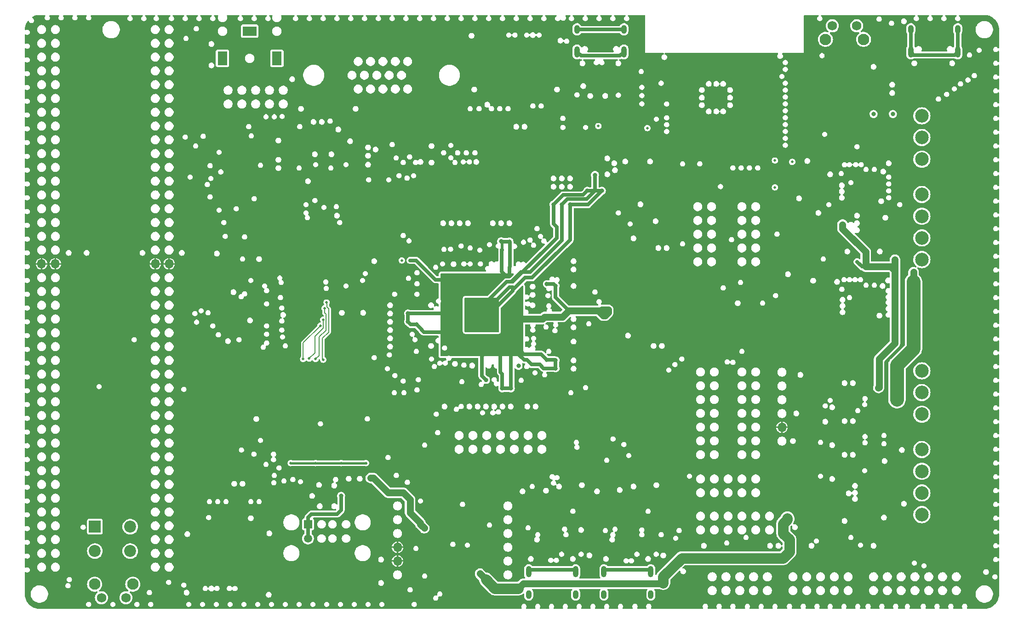
<source format=gbr>
%TF.GenerationSoftware,KiCad,Pcbnew,8.0.4*%
%TF.CreationDate,2024-07-29T15:07:11-07:00*%
%TF.ProjectId,PETER,50455445-522e-46b6-9963-61645f706362,0*%
%TF.SameCoordinates,Original*%
%TF.FileFunction,Copper,L3,Inr*%
%TF.FilePolarity,Positive*%
%FSLAX46Y46*%
G04 Gerber Fmt 4.6, Leading zero omitted, Abs format (unit mm)*
G04 Created by KiCad (PCBNEW 8.0.4) date 2024-07-29 15:07:11*
%MOMM*%
%LPD*%
G01*
G04 APERTURE LIST*
%TA.AperFunction,ComponentPad*%
%ADD10O,1.700000X1.700000*%
%TD*%
%TA.AperFunction,ComponentPad*%
%ADD11O,1.000000X2.100000*%
%TD*%
%TA.AperFunction,ComponentPad*%
%ADD12O,1.000000X1.600000*%
%TD*%
%TA.AperFunction,ComponentPad*%
%ADD13R,2.200000X2.200000*%
%TD*%
%TA.AperFunction,ComponentPad*%
%ADD14C,2.200000*%
%TD*%
%TA.AperFunction,ComponentPad*%
%ADD15C,1.750000*%
%TD*%
%TA.AperFunction,ComponentPad*%
%ADD16C,2.100000*%
%TD*%
%TA.AperFunction,ComponentPad*%
%ADD17R,2.500000X1.800000*%
%TD*%
%TA.AperFunction,ComponentPad*%
%ADD18R,1.800000X2.500000*%
%TD*%
%TA.AperFunction,ComponentPad*%
%ADD19R,1.500000X1.500000*%
%TD*%
%TA.AperFunction,ComponentPad*%
%ADD20C,1.500000*%
%TD*%
%TA.AperFunction,ComponentPad*%
%ADD21C,2.500000*%
%TD*%
%TA.AperFunction,ViaPad*%
%ADD22C,0.800000*%
%TD*%
%TA.AperFunction,ViaPad*%
%ADD23C,0.500000*%
%TD*%
%TA.AperFunction,Conductor*%
%ADD24C,0.635000*%
%TD*%
%TA.AperFunction,Conductor*%
%ADD25C,0.508000*%
%TD*%
%TA.AperFunction,Conductor*%
%ADD26C,1.270000*%
%TD*%
%TA.AperFunction,Conductor*%
%ADD27C,1.905000*%
%TD*%
%TA.AperFunction,Conductor*%
%ADD28C,0.381000*%
%TD*%
%TA.AperFunction,Conductor*%
%ADD29C,2.540000*%
%TD*%
%TA.AperFunction,Conductor*%
%ADD30C,0.304800*%
%TD*%
%TA.AperFunction,Conductor*%
%ADD31C,0.152400*%
%TD*%
G04 APERTURE END LIST*
D10*
%TO.N,+3.3V*%
%TO.C,J1102*%
X136346800Y-73304000D03*
%TD*%
D11*
%TO.N,Net-(J1005-SHIELD)*%
%TO.C,J1005*%
X103553800Y-99917800D03*
D12*
X103553800Y-104097800D03*
D11*
X112193800Y-99917800D03*
D12*
X112193800Y-104097800D03*
%TD*%
D13*
%TO.N,GND*%
%TO.C,S601*%
X9829800Y-91603000D03*
D14*
X16329800Y-91603000D03*
%TO.N,unconnected-(S601-Pad3)*%
X9829800Y-96103000D03*
%TO.N,SYS_RESET_N*%
X16329800Y-96103000D03*
%TD*%
D15*
%TO.N,GND*%
%TO.C,S201*%
X15544800Y-104698800D03*
%TO.N,/Power Supply/PWR_RESET_N*%
X11044800Y-104698800D03*
D16*
%TO.N,GND*%
X16794800Y-102208800D03*
X9784800Y-102208800D03*
%TD*%
D17*
%TO.N,GND*%
%TO.C,CON801*%
X38328600Y-306400D03*
D18*
%TO.N,/PS2 & Audio/AUDIO_LEFT*%
X33328600Y-5306400D03*
%TO.N,/PS2 & Audio/AUDIO_RIGHT*%
X43328600Y-5306400D03*
%TD*%
D19*
%TO.N,/PS2 & Audio/PWR_5V_PS2*%
%TO.C,J801*%
X49072800Y-91164000D03*
D20*
X49072800Y-93784000D03*
%TD*%
D11*
%TO.N,Net-(J201-SHIELD)*%
%TO.C,J201*%
X168708800Y-4145292D03*
D12*
X168708800Y34708D03*
D11*
X160068800Y-4145292D03*
D12*
X160068800Y34708D03*
%TD*%
D10*
%TO.N,+3.3V*%
%TO.C,J301*%
X2800Y-43180000D03*
X2542800Y-43180000D03*
%TD*%
D15*
%TO.N,/ESP32-S3/BOOT_N*%
%TO.C,S1201*%
X145603800Y679100D03*
%TO.N,GND*%
X150103800Y679100D03*
D16*
X144353800Y-1810900D03*
X151363800Y-1810900D03*
%TD*%
D21*
%TO.N,/SNES Connectors/5V_SNES1*%
%TO.C,J901*%
X162102800Y-89391998D03*
%TO.N,/SNES Connectors/SNES1_5V_CLOCK*%
X162102800Y-85391998D03*
%TO.N,/SNES Connectors/SNES1_5V_LATCH*%
X162102800Y-81391998D03*
%TO.N,/SNES Connectors/SNES1_5V_DATA_N*%
X162102800Y-77391998D03*
%TO.N,unconnected-(J901-N{slash}C-Pad5)*%
X162102800Y-70891998D03*
%TO.N,unconnected-(J901-N{slash}C-Pad6)*%
X162102800Y-66891998D03*
%TO.N,GND*%
X162102800Y-62891998D03*
%TD*%
D11*
%TO.N,Net-(J1002-SHIELD)*%
%TO.C,J1002*%
X89710800Y-99917800D03*
D12*
X89710800Y-104097800D03*
D11*
X98350800Y-99917800D03*
D12*
X98350800Y-104097800D03*
%TD*%
D21*
%TO.N,/SNES Connectors/5V_SNES2*%
%TO.C,J902*%
X162102800Y-42402000D03*
%TO.N,/SNES Connectors/SNES2_5V_CLOCK*%
X162102800Y-38402000D03*
%TO.N,/SNES Connectors/SNES2_5V_LATCH*%
X162102800Y-34402000D03*
%TO.N,/SNES Connectors/SNES2_5V_DATA_N*%
X162102800Y-30402000D03*
%TO.N,unconnected-(J902-N{slash}C-Pad5)*%
X162102800Y-23902000D03*
%TO.N,unconnected-(J902-N{slash}C-Pad6)*%
X162102800Y-19902000D03*
%TO.N,GND*%
X162102800Y-15902000D03*
%TD*%
D10*
%TO.N,+3.3V*%
%TO.C,J302*%
X23495000Y-43180000D03*
X20955000Y-43180000D03*
%TD*%
D11*
%TO.N,Net-(J1202-SHIELD)*%
%TO.C,J1202*%
X107240800Y-4145292D03*
D12*
X107240800Y34708D03*
D11*
X98600800Y-4145292D03*
D12*
X98600800Y34708D03*
%TD*%
D10*
%TO.N,+3.3V*%
%TO.C,J1104*%
X65557800Y-97942800D03*
X65557800Y-95402800D03*
%TD*%
D22*
%TO.N,+3.3V*%
X74218800Y-66141600D03*
X114223800Y-54864000D03*
X153821800Y-94335000D03*
D23*
X138353800Y-47498000D03*
X53834800Y-74549000D03*
X8813800Y-65659000D03*
X94284800Y-17907000D03*
X108127800Y-36703000D03*
X122097800Y-47498000D03*
X110667800Y762000D03*
X140639800Y-17272000D03*
X122097800Y-49022000D03*
D22*
X58978800Y-53213000D03*
D23*
X107238800Y-36703000D03*
X70281800Y-104902000D03*
X74853800Y-88519000D03*
D22*
X140969300Y-22694600D03*
D23*
X121208800Y-28930600D03*
X133400800Y-28956000D03*
X146608800Y-95123000D03*
D22*
X94284800Y-24130000D03*
D23*
X138353800Y-49022000D03*
X149910800Y-95123000D03*
D22*
X146354800Y-73914000D03*
X139496800Y-29464000D03*
D23*
X140639800Y-9144000D03*
D22*
X92760800Y-83566000D03*
D23*
X114985800Y-104902000D03*
X143433800Y-78867000D03*
D22*
X35483800Y-86995000D03*
X83108800Y-39014400D03*
X135940800Y-45085000D03*
X88569800Y-83566000D03*
D23*
X128828800Y-28930600D03*
X60375800Y-26289000D03*
D22*
X89458800Y-66040000D03*
D23*
X8813800Y-44704000D03*
X66153800Y-75311000D03*
X122097800Y-45974000D03*
D22*
X117773400Y-103124000D03*
X25831800Y-42685000D03*
X22529800Y-105918000D03*
X141655800Y-26676400D03*
D23*
X74218800Y-24511000D03*
D22*
X71805800Y-22987000D03*
D23*
X39039800Y-83693000D03*
X63931800Y-24511000D03*
X140639800Y-10668000D03*
X140639800Y-13690600D03*
X79933800Y-88519000D03*
D22*
X94411800Y-58159600D03*
X78790800Y-66141600D03*
D23*
X31419800Y-83693000D03*
D22*
X67487800Y-58420000D03*
D23*
X8813800Y-56769000D03*
X56755800Y-76200000D03*
X8813800Y-53213000D03*
X8813800Y-63881000D03*
D22*
X63550800Y-21336000D03*
X76123800Y-65024000D03*
X69088000Y-50292000D03*
X88950800Y-14605000D03*
D23*
X140639800Y-20294600D03*
X39801800Y-16065000D03*
X61454800Y-76200000D03*
X43738800Y-18351000D03*
X140639800Y-12192000D03*
D22*
X97332800Y-24130000D03*
X87426800Y-14605000D03*
X146354800Y-65151000D03*
X151180800Y-31877000D03*
D23*
X40309800Y-18478000D03*
X125272800Y-95118040D03*
X47357800Y-76200000D03*
X141909800Y-37084000D03*
X130352800Y-28930600D03*
X74599800Y-106045000D03*
X8813800Y-60325000D03*
D22*
X74218800Y-21336000D03*
X88315800Y-1016000D03*
D23*
X51993800Y-76200000D03*
D22*
X90982800Y-66141600D03*
D23*
X5003800Y-93091000D03*
X143560800Y-95123000D03*
D22*
X109016800Y-85471000D03*
D23*
X45897800Y-15938000D03*
X5130800Y-88265000D03*
D22*
X56197800Y-18415000D03*
X109270800Y-28761000D03*
D23*
X8813800Y-58547000D03*
D22*
X53390800Y-24257000D03*
D23*
X140639800Y-15214600D03*
D22*
X106476800Y-83566000D03*
X95808800Y-24130000D03*
X114731800Y-6604000D03*
X33451800Y-102997000D03*
X146354800Y-80137000D03*
D23*
X97967800Y-48768000D03*
D22*
X79552800Y-64566800D03*
D23*
X80187800Y-106172000D03*
X59613800Y-43434000D03*
D22*
X75488800Y-39014400D03*
X94640400Y-42926000D03*
X94640400Y-44246800D03*
X150088600Y-33020000D03*
X99491800Y-85471000D03*
X73964800Y-39014400D03*
D23*
X49199800Y-74168000D03*
X61645800Y-75311000D03*
D22*
X115112800Y-36957000D03*
D23*
X8813800Y-46736000D03*
X8813800Y-54991000D03*
X69583800Y-88518500D03*
X40944800Y-74549000D03*
D22*
X109003800Y-24316000D03*
X5003800Y-42685000D03*
X39915800Y-53594000D03*
X61518800Y-20574000D03*
D23*
X123494800Y-95118040D03*
X82854800Y-17907000D03*
D22*
X41452800Y-52197000D03*
X76301600Y-40589200D03*
D23*
X90474800Y-17907000D03*
X132384800Y-95123000D03*
D22*
X8305800Y-42672000D03*
X71805800Y-19939000D03*
D23*
X148132800Y-95123000D03*
X106603800Y-26729000D03*
X144195800Y-37084000D03*
D22*
X152323800Y-33020000D03*
X83312000Y-40589200D03*
X47548800Y-27940000D03*
X89826800Y-64763600D03*
D23*
X64756800Y-75311000D03*
X83997800Y-106172000D03*
X145084800Y-95123000D03*
X64947800Y-105029000D03*
X8813800Y-51435000D03*
X138353800Y-67310000D03*
X91998800Y-17907000D03*
D22*
X92985233Y-44797374D03*
D23*
X127304800Y-28930600D03*
D22*
X113588800Y-36957000D03*
D23*
X150418800Y-83312000D03*
D22*
X55394965Y-53161965D03*
X37007800Y-86995000D03*
X138353800Y-74295000D03*
D23*
X127050800Y-95118040D03*
D22*
X102285800Y-83566000D03*
D23*
X32943800Y-83693000D03*
D22*
X159054800Y-94234000D03*
D23*
X85902800Y-17907000D03*
X84378800Y-17907000D03*
D22*
X113207800Y-85471000D03*
D23*
X58422800Y-74311000D03*
D22*
X95300800Y-85471000D03*
X141312600Y-92532200D03*
D23*
X118795800Y-105029000D03*
X36880800Y-16065000D03*
D22*
X146354800Y-72136000D03*
X63303200Y-98933000D03*
D23*
X131876800Y-28930600D03*
D22*
X134035800Y-45720000D03*
D23*
X126161800Y-43942000D03*
D22*
X67487800Y-50800000D03*
D23*
X40309800Y-83693000D03*
D22*
X150088600Y-31877000D03*
X146354800Y-78359000D03*
D23*
X138353800Y-50546000D03*
X97967800Y-50292000D03*
D22*
X112699800Y-54864000D03*
X141528800Y635000D03*
X113080800Y-33782000D03*
D23*
X150291800Y-77089000D03*
X140639800Y-18796000D03*
X126161800Y-31496000D03*
D22*
X151180800Y-33020000D03*
D23*
X130606800Y-95123000D03*
X85267800Y-83947000D03*
X151688800Y-95123000D03*
D22*
X18592800Y-42698000D03*
D23*
X128826300Y-95118040D03*
X34467800Y-83693000D03*
X8813800Y-62103000D03*
X127114300Y-36893500D03*
X3479800Y-105918000D03*
X64820800Y-83947000D03*
D22*
%TO.N,+1V1*%
X69088000Y-54356000D03*
X86410800Y-66141600D03*
X93065600Y-46888400D03*
X93064126Y-60856926D03*
X84632800Y-39014400D03*
X74091800Y-46101000D03*
X104368600Y-51663600D03*
X84836000Y-66141600D03*
X67487800Y-53848000D03*
X81838800Y-64566800D03*
X102793800Y-52070000D03*
D23*
X67868800Y-42545000D03*
D22*
X103809800Y-52705000D03*
X94640400Y-60960000D03*
X94640400Y-47244000D03*
X67487800Y-52324000D03*
X86156800Y-39065200D03*
X94640400Y-62433200D03*
X73964800Y-59690000D03*
%TO.N,+2V5*%
X83616800Y-50038000D03*
X100507800Y-29718000D03*
X83616800Y-53328000D03*
X78536800Y-50038000D03*
X101904800Y-26797000D03*
X101904800Y-29718000D03*
X94284800Y-32258000D03*
X80441800Y-55118000D03*
X81635600Y-50038000D03*
X78536800Y-55118000D03*
X95808800Y-32258000D03*
X103174800Y-29718000D03*
X97332800Y-32258000D03*
X83667600Y-51841400D03*
D23*
%TO.N,+5V*%
X45897800Y-79883000D03*
D22*
X154762200Y-43713400D03*
D23*
X55168800Y-79883000D03*
D22*
X136575800Y-90805000D03*
D23*
X59740800Y-79883000D03*
D22*
X153289000Y-43713400D03*
X157149800Y-42418000D03*
X147497800Y-35941000D03*
X157530800Y-68199000D03*
D23*
X150164800Y-42799000D03*
D22*
X70472100Y-91884700D03*
X136575800Y-92202000D03*
X157149800Y-44450000D03*
X157530800Y-66040000D03*
D23*
X50469800Y-79883000D03*
D22*
X160578800Y-44704000D03*
X80759300Y-100266500D03*
X160578800Y-46482000D03*
X137337800Y-90043000D03*
X151765000Y-43713400D03*
X81838800Y-101346000D03*
X60629800Y-82649750D03*
X62280800Y-83820000D03*
X69773800Y-91186400D03*
X154101800Y-66040000D03*
%TO.N,/PS2 & Audio/PWR_5V_PS2*%
X55168800Y-85925750D03*
D23*
%TO.N,CPU_D7*%
X52501800Y-50292000D03*
X51866800Y-60833000D03*
%TO.N,CPU_D4*%
X48183800Y-60706000D03*
X51358800Y-54578000D03*
%TO.N,CPU_D5*%
X51866800Y-53467000D03*
X49263300Y-60642500D03*
%TO.N,CPU_D6*%
X52120800Y-51378000D03*
X50469800Y-60706000D03*
%TO.N,Net-(Q1201-B)*%
X135051800Y-24130000D03*
D22*
%TO.N,GND*%
X153212800Y-15576600D03*
X87832784Y-61976000D03*
X156768800Y-15576600D03*
D23*
X66344800Y-42545000D03*
X138226800Y-24384000D03*
X135051800Y-29083000D03*
%TO.N,Net-(Q1202-C)*%
X102539800Y-17780000D03*
X111556800Y-18161000D03*
%TD*%
D24*
%TO.N,+1V1*%
X70408800Y-55753000D02*
X74345800Y-55753000D01*
X86410800Y-66141600D02*
X84836000Y-66141600D01*
X88823800Y-59817000D02*
X88188800Y-59182000D01*
X86283800Y-39192200D02*
X86283800Y-43710850D01*
X91744800Y-61722000D02*
X90220800Y-61722000D01*
X81838800Y-64566800D02*
X81076800Y-63804800D01*
X87553800Y-59563000D02*
X86791800Y-59563000D01*
X94537326Y-60856926D02*
X94640400Y-60960000D01*
X84505800Y-63119000D02*
X84505800Y-59944000D01*
D25*
X84836000Y-40589200D02*
X84836000Y-39217600D01*
D24*
X94640400Y-62433200D02*
X94640400Y-60960000D01*
X70027800Y-55295800D02*
X70027800Y-55372000D01*
X81076800Y-63804800D02*
X81076800Y-60198000D01*
X93065600Y-46888400D02*
X94284800Y-46888400D01*
D26*
X104368600Y-52146200D02*
X103809800Y-52705000D01*
D24*
X67995800Y-54356000D02*
X67487800Y-53848000D01*
X72567800Y-46101000D02*
X69011800Y-42545000D01*
X86283800Y-43710850D02*
X86156800Y-43837850D01*
D26*
X92252800Y-53340000D02*
X87553800Y-53340000D01*
D24*
X86156800Y-39065200D02*
X84683600Y-39065200D01*
X84836000Y-39217600D02*
X84632800Y-39014400D01*
X94640400Y-62433200D02*
X92456000Y-62433200D01*
D26*
X103200200Y-51663600D02*
X104368600Y-51663600D01*
D24*
X89357200Y-60858400D02*
X88849200Y-60858400D01*
X84683600Y-39065200D02*
X84632800Y-39014400D01*
X86156800Y-45339000D02*
X85521800Y-45339000D01*
X67487800Y-52324000D02*
X73837800Y-52324000D01*
D26*
X103428800Y-52705000D02*
X102793800Y-52070000D01*
X102793800Y-52070000D02*
X102539800Y-51816000D01*
D24*
X74091800Y-46101000D02*
X72567800Y-46101000D01*
X90220800Y-61722000D02*
X89357200Y-60858400D01*
X86156800Y-39065200D02*
X86283800Y-39192200D01*
X94284800Y-46888400D02*
X94640400Y-47244000D01*
X94640400Y-47244000D02*
X94640400Y-49377600D01*
X69011800Y-42545000D02*
X67868800Y-42545000D01*
D26*
X97078800Y-51816000D02*
X95935800Y-52959000D01*
X95935800Y-52959000D02*
X92633800Y-52959000D01*
D24*
X88849200Y-60858400D02*
X87553800Y-59563000D01*
X86410800Y-59944000D02*
X86410800Y-66141600D01*
X92024200Y-59817000D02*
X88823800Y-59817000D01*
X86156800Y-43837850D02*
X86156800Y-45339000D01*
X81076800Y-60198000D02*
X81711800Y-59563000D01*
D26*
X102539800Y-51816000D02*
X97078800Y-51816000D01*
D24*
X69088000Y-54356000D02*
X70027800Y-55295800D01*
X93064126Y-60856926D02*
X94537326Y-60856926D01*
D26*
X103809800Y-52705000D02*
X103428800Y-52705000D01*
D24*
X94640400Y-49377600D02*
X97078800Y-51816000D01*
X70027800Y-55372000D02*
X70408800Y-55753000D01*
X85521800Y-45339000D02*
X84759800Y-44577000D01*
X67487800Y-53848000D02*
X67487800Y-52324000D01*
X86791800Y-59563000D02*
X86410800Y-59944000D01*
X73837800Y-52324000D02*
X74091800Y-52578000D01*
X93064126Y-60856926D02*
X92024200Y-59817000D01*
X92456000Y-62433200D02*
X91744800Y-61722000D01*
X69088000Y-54356000D02*
X67995800Y-54356000D01*
D26*
X104368600Y-51663600D02*
X104368600Y-52146200D01*
D24*
X84759800Y-40665400D02*
X84836000Y-40589200D01*
D26*
X102793800Y-52070000D02*
X103200200Y-51663600D01*
D24*
X84759800Y-44577000D02*
X84759800Y-40665400D01*
X84505800Y-59944000D02*
X84886800Y-59563000D01*
X84505800Y-63119000D02*
X84836000Y-63449200D01*
D26*
X92633800Y-52959000D02*
X92252800Y-53340000D01*
D24*
X84836000Y-63449200D02*
X84836000Y-66141600D01*
%TO.N,+2V5*%
X83667600Y-51257200D02*
X83667600Y-51841400D01*
X94284800Y-35814000D02*
X94284800Y-32258000D01*
X94856300Y-38417500D02*
X86791800Y-46482000D01*
X94856300Y-38417500D02*
X94856300Y-36385500D01*
X90347800Y-45720000D02*
X97142300Y-38925500D01*
X99745800Y-30480000D02*
X100507800Y-29718000D01*
X88315800Y-44704000D02*
X89966800Y-44704000D01*
X86791800Y-47498000D02*
X86791800Y-48133000D01*
X97142300Y-38925500D02*
X97332800Y-38735000D01*
X94284800Y-32258000D02*
X96062800Y-30480000D01*
X86537800Y-46482000D02*
X88315800Y-44704000D01*
X81635600Y-50038000D02*
X82092800Y-50038000D01*
X100634800Y-32258000D02*
X103174800Y-29718000D01*
X101904800Y-29718000D02*
X103174800Y-29718000D01*
X101904800Y-29718000D02*
X101904800Y-26797000D01*
X97332800Y-32258000D02*
X100634800Y-32258000D01*
X95808800Y-38608000D02*
X95808800Y-32258000D01*
X96824800Y-31242000D02*
X100380800Y-31242000D01*
X85648800Y-46482000D02*
X86537800Y-46482000D01*
X97332800Y-38735000D02*
X97332800Y-32258000D01*
X95808800Y-38862000D02*
X95808800Y-38608000D01*
X95808800Y-32258000D02*
X96824800Y-31242000D01*
X86791800Y-48006000D02*
X89077800Y-45720000D01*
X96062800Y-30480000D02*
X99745800Y-30480000D01*
X82092800Y-50038000D02*
X85648800Y-46482000D01*
X86791800Y-48133000D02*
X86791800Y-48006000D01*
X86791800Y-46482000D02*
X86537800Y-46482000D01*
X89966800Y-44704000D02*
X95808800Y-38862000D01*
X100380800Y-31242000D02*
X101904800Y-29718000D01*
X94856300Y-36385500D02*
X94284800Y-35814000D01*
X86791800Y-48133000D02*
X83667600Y-51257200D01*
X100507800Y-29718000D02*
X101904800Y-29718000D01*
X86791800Y-47498000D02*
X86156800Y-47498000D01*
X89077800Y-45720000D02*
X90347800Y-45720000D01*
X86156800Y-47498000D02*
X83616800Y-50038000D01*
D27*
%TO.N,+5V*%
X137337800Y-90297000D02*
X136575800Y-91059000D01*
X117906800Y-97409000D02*
X136575800Y-97409000D01*
X137337800Y-90043000D02*
X137337800Y-90297000D01*
D26*
X151765000Y-43713400D02*
X151765000Y-40970200D01*
X160578800Y-46482000D02*
X160578800Y-44704000D01*
D28*
X50469800Y-79883000D02*
X55168800Y-79883000D01*
D26*
X156387800Y-43688000D02*
X154787600Y-43688000D01*
D24*
X151079200Y-43713400D02*
X150164800Y-42799000D01*
D26*
X154762200Y-43713400D02*
X153289000Y-43713400D01*
X81838800Y-101346000D02*
X80759300Y-100266500D01*
D24*
X151765000Y-43713400D02*
X151079200Y-43713400D01*
D26*
X154101800Y-66040000D02*
X154228800Y-65913000D01*
X136575800Y-91059000D02*
X136448800Y-90932000D01*
X153289000Y-43713400D02*
X151765000Y-43713400D01*
D29*
X157530800Y-61849000D02*
X160578800Y-58801000D01*
D27*
X114477800Y-101981000D02*
X114477800Y-100838000D01*
X136575800Y-92837000D02*
X136575800Y-91059000D01*
D26*
X63804800Y-85344000D02*
X62280800Y-83820000D01*
D28*
X45897800Y-79883000D02*
X50469800Y-79883000D01*
D26*
X66598800Y-85344000D02*
X63804800Y-85344000D01*
D27*
X137718800Y-96266000D02*
X137718800Y-93980000D01*
D26*
X88696800Y-102108000D02*
X87807800Y-102997000D01*
D29*
X157530800Y-68199000D02*
X157530800Y-61849000D01*
D26*
X60629800Y-82649750D02*
X61110550Y-82649750D01*
D30*
X154787600Y-43688000D02*
X154762200Y-43713400D01*
D27*
X83489800Y-102997000D02*
X81838800Y-101346000D01*
D26*
X136448800Y-90932000D02*
X136575800Y-90805000D01*
D29*
X160578800Y-58801000D02*
X160578800Y-46482000D01*
D26*
X61110550Y-82649750D02*
X62280800Y-83820000D01*
X114477800Y-101981000D02*
X114350800Y-102108000D01*
D27*
X87807800Y-102997000D02*
X83489800Y-102997000D01*
X137718800Y-93980000D02*
X136575800Y-92837000D01*
D26*
X67868800Y-86614000D02*
X66598800Y-85344000D01*
X157149800Y-57785000D02*
X157149800Y-42418000D01*
X67868800Y-89027000D02*
X67868800Y-86614000D01*
X157149800Y-44450000D02*
X156387800Y-43688000D01*
X147497800Y-36703000D02*
X147497800Y-35941000D01*
D27*
X137083800Y-96901000D02*
X137718800Y-96266000D01*
D26*
X154228800Y-65913000D02*
X154228800Y-60706000D01*
X151765000Y-40970200D02*
X147497800Y-36703000D01*
D28*
X59740800Y-79883000D02*
X55168800Y-79883000D01*
D27*
X114477800Y-100838000D02*
X117906800Y-97409000D01*
D26*
X154228800Y-60706000D02*
X157149800Y-57785000D01*
X69773800Y-91186400D02*
X69773800Y-90932000D01*
X114350800Y-102108000D02*
X88696800Y-102108000D01*
D27*
X136575800Y-97409000D02*
X137083800Y-96901000D01*
D26*
X69773800Y-90932000D02*
X67868800Y-89027000D01*
X69773800Y-91186400D02*
X70472100Y-91884700D01*
D24*
%TO.N,/PS2 & Audio/PWR_5V_PS2*%
X49707800Y-89281000D02*
X49072800Y-89916000D01*
X55168800Y-88519000D02*
X54406800Y-89281000D01*
X55168800Y-85925750D02*
X55168800Y-88519000D01*
X49072800Y-91164000D02*
X49072800Y-93784000D01*
X49072800Y-89916000D02*
X49072800Y-91164000D01*
X54406800Y-89281000D02*
X49707800Y-89281000D01*
%TO.N,Net-(J201-SHIELD)*%
X168708800Y-4145292D02*
X168708800Y34708D01*
X168155092Y-4699000D02*
X168708800Y-4145292D01*
X160622508Y-4699000D02*
X168155092Y-4699000D01*
X160068800Y364908D02*
X160068800Y-4145292D01*
X160068800Y-4145292D02*
X160622508Y-4699000D01*
%TO.N,Net-(J1005-SHIELD)*%
X103920300Y-99551300D02*
X111827300Y-99551300D01*
X103553800Y-99917800D02*
X103920300Y-99551300D01*
X111827300Y-99551300D02*
X112193800Y-99917800D01*
%TO.N,Net-(J1202-SHIELD)*%
X98967300Y-4445000D02*
X99348300Y-4826000D01*
X98635508Y0D02*
X107206092Y0D01*
X106493300Y-4826000D02*
X106874300Y-4445000D01*
X99348300Y-4826000D02*
X106493300Y-4826000D01*
X98600800Y34708D02*
X98635508Y0D01*
X107206092Y0D02*
X107240800Y34708D01*
%TO.N,Net-(J1002-SHIELD)*%
X89710800Y-99917800D02*
X90077300Y-99551300D01*
X97984300Y-99551300D02*
X98350800Y-99917800D01*
X90077300Y-99551300D02*
X97984300Y-99551300D01*
D31*
%TO.N,CPU_D7*%
X51739800Y-56896000D02*
X51739800Y-60706000D01*
X52565300Y-50355500D02*
X52565300Y-51117500D01*
X52882800Y-51435000D02*
X52882800Y-55753000D01*
X51739800Y-60706000D02*
X51866800Y-60833000D01*
X52882800Y-55753000D02*
X51739800Y-56896000D01*
X52501800Y-50292000D02*
X52565300Y-50355500D01*
X52565300Y-51117500D02*
X52882800Y-51435000D01*
%TO.N,CPU_D4*%
X48183800Y-60706000D02*
X48183800Y-57753000D01*
X48183800Y-57753000D02*
X51358800Y-54578000D01*
%TO.N,CPU_D5*%
X50342800Y-59563000D02*
X50342800Y-56515000D01*
X49263300Y-60642500D02*
X50342800Y-59563000D01*
X50342800Y-56515000D02*
X51866800Y-54991000D01*
X51866800Y-54991000D02*
X51866800Y-53467000D01*
%TO.N,CPU_D6*%
X52347000Y-55399800D02*
X52347000Y-52423200D01*
X52347000Y-52423200D02*
X52120800Y-52197000D01*
X51104800Y-56642000D02*
X52347000Y-55399800D01*
X52120800Y-52197000D02*
X52120800Y-51378000D01*
X51104800Y-60071000D02*
X51104800Y-56642000D01*
X50469800Y-60706000D02*
X51104800Y-60071000D01*
%TD*%
%TA.AperFunction,Conductor*%
%TO.N,+1V1*%
G36*
X86909037Y-44978002D02*
G01*
X86955530Y-45031658D01*
X86965634Y-45101932D01*
X86936140Y-45166512D01*
X86930019Y-45173087D01*
X86572179Y-45530927D01*
X86306210Y-45796896D01*
X86243898Y-45830921D01*
X86217115Y-45833800D01*
X85584954Y-45833800D01*
X85459725Y-45858710D01*
X85459724Y-45858711D01*
X85341760Y-45907574D01*
X85235600Y-45978508D01*
X85235593Y-45978513D01*
X82183711Y-49030395D01*
X82121399Y-49064421D01*
X82094616Y-49067300D01*
X78027790Y-49067300D01*
X77956442Y-49074971D01*
X77904106Y-49086356D01*
X77904104Y-49086356D01*
X77904102Y-49086357D01*
X77855652Y-49100792D01*
X77855651Y-49100792D01*
X77755623Y-49160679D01*
X77755620Y-49160681D01*
X77701966Y-49207172D01*
X77651474Y-49261836D01*
X77651470Y-49261842D01*
X77599700Y-49366301D01*
X77579699Y-49434418D01*
X77579698Y-49434421D01*
X77566100Y-49529003D01*
X77566100Y-55627009D01*
X77573771Y-55698357D01*
X77585156Y-55750693D01*
X77599592Y-55799147D01*
X77599592Y-55799148D01*
X77659479Y-55899176D01*
X77659481Y-55899179D01*
X77705972Y-55952833D01*
X77760636Y-56003325D01*
X77760638Y-56003326D01*
X77760640Y-56003328D01*
X77865102Y-56055100D01*
X77933223Y-56075102D01*
X78027800Y-56088700D01*
X78027804Y-56088700D01*
X84125794Y-56088700D01*
X84125800Y-56088700D01*
X84197156Y-56081029D01*
X84249498Y-56069643D01*
X84297948Y-56055208D01*
X84397978Y-55995320D01*
X84451634Y-55948827D01*
X84502128Y-55894160D01*
X84553900Y-55789698D01*
X84573902Y-55721577D01*
X84587500Y-55627000D01*
X84587500Y-51306184D01*
X84607502Y-51238063D01*
X84624405Y-51217089D01*
X87295286Y-48546208D01*
X87295290Y-48546204D01*
X87366227Y-48440038D01*
X87415090Y-48322073D01*
X87415092Y-48322060D01*
X87415796Y-48319744D01*
X87416632Y-48318348D01*
X87417459Y-48316353D01*
X87417754Y-48316475D01*
X87447277Y-48267215D01*
X88481706Y-47232787D01*
X88544017Y-47198762D01*
X88614833Y-47203827D01*
X88671668Y-47246374D01*
X88696479Y-47312894D01*
X88696800Y-47321883D01*
X88696800Y-60072000D01*
X88676798Y-60140121D01*
X88623142Y-60186614D01*
X88570800Y-60198000D01*
X75314078Y-60198000D01*
X75245958Y-60177998D01*
X75182543Y-60137244D01*
X75049917Y-60098300D01*
X75049914Y-60098300D01*
X74911686Y-60098300D01*
X74911682Y-60098300D01*
X74779056Y-60137244D01*
X74715642Y-60177998D01*
X74647522Y-60198000D01*
X73582800Y-60198000D01*
X73514679Y-60177998D01*
X73468186Y-60124342D01*
X73456800Y-60072000D01*
X73456800Y-58673996D01*
X73733157Y-58673996D01*
X73733157Y-58674003D01*
X73752827Y-58810814D01*
X73752829Y-58810820D01*
X73810253Y-58936562D01*
X73900768Y-59041022D01*
X73900772Y-59041025D01*
X73937800Y-59064821D01*
X74017057Y-59115756D01*
X74123405Y-59146983D01*
X74149682Y-59154699D01*
X74149683Y-59154699D01*
X74149686Y-59154700D01*
X74149689Y-59154700D01*
X74287911Y-59154700D01*
X74287914Y-59154700D01*
X74420543Y-59115756D01*
X74536829Y-59041024D01*
X74627349Y-58936558D01*
X74684771Y-58810821D01*
X74704443Y-58674000D01*
X74704443Y-58673996D01*
X74684772Y-58537185D01*
X74684771Y-58537184D01*
X74684771Y-58537179D01*
X74627349Y-58411442D01*
X74627347Y-58411440D01*
X74627346Y-58411437D01*
X74536831Y-58306977D01*
X74536827Y-58306974D01*
X74420543Y-58232244D01*
X74287917Y-58193300D01*
X74287914Y-58193300D01*
X74149686Y-58193300D01*
X74149682Y-58193300D01*
X74017056Y-58232244D01*
X73900772Y-58306974D01*
X73900768Y-58306977D01*
X73810253Y-58411437D01*
X73752829Y-58537179D01*
X73752827Y-58537185D01*
X73733157Y-58673996D01*
X73456800Y-58673996D01*
X73456800Y-57485836D01*
X73464940Y-57448429D01*
X73463032Y-57447869D01*
X73465569Y-57439224D01*
X73465571Y-57439221D01*
X73485243Y-57302400D01*
X73485243Y-57302396D01*
X73465572Y-57165585D01*
X73465571Y-57165584D01*
X73465571Y-57165579D01*
X73465568Y-57165574D01*
X73463032Y-57156934D01*
X73464935Y-57156375D01*
X73456800Y-57118963D01*
X73456800Y-50379347D01*
X73476802Y-50311226D01*
X73481684Y-50304704D01*
X73484345Y-50300562D01*
X73484349Y-50300558D01*
X73541771Y-50174821D01*
X73561443Y-50038000D01*
X73561443Y-50037996D01*
X73541772Y-49901185D01*
X73541771Y-49901184D01*
X73541771Y-49901179D01*
X73484349Y-49775442D01*
X73484346Y-49775438D01*
X73479475Y-49767857D01*
X73481743Y-49766399D01*
X73458080Y-49714569D01*
X73456800Y-49696652D01*
X73456800Y-45084000D01*
X73476802Y-45015879D01*
X73530458Y-44969386D01*
X73582800Y-44958000D01*
X86840916Y-44958000D01*
X86909037Y-44978002D01*
G37*
%TD.AperFunction*%
%TD*%
%TA.AperFunction,Conductor*%
%TO.N,+2V5*%
G36*
X84193921Y-49423002D02*
G01*
X84240414Y-49476658D01*
X84251800Y-49529000D01*
X84251800Y-55627000D01*
X84231798Y-55695121D01*
X84178142Y-55741614D01*
X84125800Y-55753000D01*
X78027800Y-55753000D01*
X77959679Y-55732998D01*
X77913186Y-55679342D01*
X77901800Y-55627000D01*
X77901800Y-49529000D01*
X77921802Y-49460879D01*
X77975458Y-49414386D01*
X78027800Y-49403000D01*
X84125800Y-49403000D01*
X84193921Y-49423002D01*
G37*
%TD.AperFunction*%
%TD*%
%TA.AperFunction,Conductor*%
%TO.N,+3.3V*%
G36*
X667046Y2651498D02*
G01*
X713539Y2597842D01*
X723643Y2527568D01*
X694150Y2462988D01*
X658252Y2421560D01*
X600829Y2295821D01*
X600827Y2295815D01*
X581157Y2159004D01*
X581157Y2158997D01*
X600827Y2022186D01*
X600828Y2022181D01*
X600829Y2022179D01*
X658251Y1896442D01*
X658253Y1896438D01*
X748768Y1791978D01*
X748772Y1791975D01*
X793829Y1763019D01*
X865057Y1717244D01*
X971405Y1686017D01*
X997682Y1678301D01*
X997683Y1678301D01*
X997686Y1678300D01*
X997689Y1678300D01*
X1135911Y1678300D01*
X1135914Y1678300D01*
X1268543Y1717244D01*
X1384829Y1791976D01*
X1384831Y1791978D01*
X1475346Y1896438D01*
X1475346Y1896440D01*
X1475349Y1896442D01*
X1532771Y2022179D01*
X1535595Y2041821D01*
X1552443Y2158997D01*
X1552443Y2159004D01*
X1532772Y2295815D01*
X1532771Y2295816D01*
X1532771Y2295821D01*
X1475349Y2421558D01*
X1439450Y2462988D01*
X1409957Y2527569D01*
X1420061Y2597843D01*
X1466555Y2651498D01*
X1534675Y2671500D01*
X3138925Y2671500D01*
X3207046Y2651498D01*
X3253539Y2597842D01*
X3263643Y2527568D01*
X3234150Y2462988D01*
X3198252Y2421560D01*
X3140829Y2295821D01*
X3140827Y2295815D01*
X3121157Y2159004D01*
X3121157Y2158997D01*
X3140827Y2022186D01*
X3140828Y2022181D01*
X3140829Y2022179D01*
X3198251Y1896442D01*
X3198253Y1896438D01*
X3288768Y1791978D01*
X3288772Y1791975D01*
X3333829Y1763019D01*
X3405057Y1717244D01*
X3511405Y1686017D01*
X3537682Y1678301D01*
X3537683Y1678301D01*
X3537686Y1678300D01*
X3537689Y1678300D01*
X3675911Y1678300D01*
X3675914Y1678300D01*
X3808543Y1717244D01*
X3924829Y1791976D01*
X3924831Y1791978D01*
X4015346Y1896438D01*
X4015346Y1896440D01*
X4015349Y1896442D01*
X4072771Y2022179D01*
X4075595Y2041821D01*
X4092443Y2158997D01*
X4092443Y2159004D01*
X4072772Y2295815D01*
X4072771Y2295816D01*
X4072771Y2295821D01*
X4015349Y2421558D01*
X3979450Y2462988D01*
X3949957Y2527569D01*
X3960061Y2597843D01*
X4006555Y2651498D01*
X4074675Y2671500D01*
X5678925Y2671500D01*
X5747046Y2651498D01*
X5793539Y2597842D01*
X5803643Y2527568D01*
X5774150Y2462988D01*
X5738252Y2421560D01*
X5680829Y2295821D01*
X5680827Y2295815D01*
X5661157Y2159004D01*
X5661157Y2158997D01*
X5680827Y2022186D01*
X5680828Y2022181D01*
X5680829Y2022179D01*
X5738251Y1896442D01*
X5738253Y1896438D01*
X5828768Y1791978D01*
X5828772Y1791975D01*
X5873829Y1763019D01*
X5945057Y1717244D01*
X6051405Y1686017D01*
X6077682Y1678301D01*
X6077683Y1678301D01*
X6077686Y1678300D01*
X6077689Y1678300D01*
X6215911Y1678300D01*
X6215914Y1678300D01*
X6348543Y1717244D01*
X6464829Y1791976D01*
X6464831Y1791978D01*
X6555346Y1896438D01*
X6555346Y1896440D01*
X6555349Y1896442D01*
X6612771Y2022179D01*
X6615595Y2041821D01*
X6632443Y2158997D01*
X6632443Y2159004D01*
X6612772Y2295815D01*
X6612771Y2295816D01*
X6612771Y2295821D01*
X6555349Y2421558D01*
X6519450Y2462988D01*
X6489957Y2527569D01*
X6500061Y2597843D01*
X6546555Y2651498D01*
X6614675Y2671500D01*
X8218925Y2671500D01*
X8287046Y2651498D01*
X8333539Y2597842D01*
X8343643Y2527568D01*
X8314150Y2462988D01*
X8278252Y2421560D01*
X8220829Y2295821D01*
X8220827Y2295815D01*
X8201157Y2159004D01*
X8201157Y2158997D01*
X8220827Y2022186D01*
X8220828Y2022181D01*
X8220829Y2022179D01*
X8278251Y1896442D01*
X8278253Y1896438D01*
X8368768Y1791978D01*
X8368772Y1791975D01*
X8413829Y1763019D01*
X8485057Y1717244D01*
X8591405Y1686017D01*
X8617682Y1678301D01*
X8617683Y1678301D01*
X8617686Y1678300D01*
X8617689Y1678300D01*
X8755911Y1678300D01*
X8755914Y1678300D01*
X8888543Y1717244D01*
X9004829Y1791976D01*
X9004831Y1791978D01*
X9095346Y1896438D01*
X9095346Y1896440D01*
X9095349Y1896442D01*
X9152771Y2022179D01*
X9155595Y2041821D01*
X9172443Y2158997D01*
X9172443Y2159004D01*
X9152772Y2295815D01*
X9152771Y2295816D01*
X9152771Y2295821D01*
X9095349Y2421558D01*
X9059450Y2462988D01*
X9029957Y2527569D01*
X9040061Y2597843D01*
X9086555Y2651498D01*
X9154675Y2671500D01*
X15983636Y2671500D01*
X16051757Y2651498D01*
X16098250Y2597842D01*
X16108354Y2527568D01*
X16078860Y2462988D01*
X16051756Y2439502D01*
X15988772Y2399026D01*
X15988768Y2399023D01*
X15898253Y2294563D01*
X15840829Y2168821D01*
X15840827Y2168815D01*
X15821157Y2032004D01*
X15821157Y2031997D01*
X15840827Y1895186D01*
X15840828Y1895181D01*
X15840829Y1895179D01*
X15896699Y1772841D01*
X15898253Y1769438D01*
X15988768Y1664978D01*
X15988772Y1664975D01*
X16019246Y1645391D01*
X16105057Y1590244D01*
X16211405Y1559017D01*
X16237682Y1551301D01*
X16237683Y1551301D01*
X16237686Y1551300D01*
X16237689Y1551300D01*
X16375911Y1551300D01*
X16375914Y1551300D01*
X16508543Y1590244D01*
X16624829Y1664976D01*
X16624831Y1664978D01*
X16715346Y1769438D01*
X16715346Y1769440D01*
X16715349Y1769442D01*
X16772771Y1895179D01*
X16786054Y1987565D01*
X16792443Y2031997D01*
X16792443Y2032004D01*
X16772772Y2168815D01*
X16772771Y2168816D01*
X16772771Y2168821D01*
X16715349Y2294558D01*
X16715347Y2294560D01*
X16715346Y2294563D01*
X16624831Y2399023D01*
X16624827Y2399026D01*
X16561844Y2439502D01*
X16515351Y2493157D01*
X16505246Y2563431D01*
X16534739Y2628012D01*
X16594465Y2666396D01*
X16629964Y2671500D01*
X18523636Y2671500D01*
X18591757Y2651498D01*
X18638250Y2597842D01*
X18648354Y2527568D01*
X18618860Y2462988D01*
X18591756Y2439502D01*
X18528772Y2399026D01*
X18528768Y2399023D01*
X18438253Y2294563D01*
X18380829Y2168821D01*
X18380827Y2168815D01*
X18361157Y2032004D01*
X18361157Y2031997D01*
X18380827Y1895186D01*
X18380828Y1895181D01*
X18380829Y1895179D01*
X18436699Y1772841D01*
X18438253Y1769438D01*
X18528768Y1664978D01*
X18528772Y1664975D01*
X18559246Y1645391D01*
X18645057Y1590244D01*
X18751405Y1559017D01*
X18777682Y1551301D01*
X18777683Y1551301D01*
X18777686Y1551300D01*
X18777689Y1551300D01*
X18915911Y1551300D01*
X18915914Y1551300D01*
X19048543Y1590244D01*
X19164829Y1664976D01*
X19164831Y1664978D01*
X19255346Y1769438D01*
X19255346Y1769440D01*
X19255349Y1769442D01*
X19312771Y1895179D01*
X19326054Y1987565D01*
X19332443Y2031997D01*
X19332443Y2032004D01*
X19312772Y2168815D01*
X19312771Y2168816D01*
X19312771Y2168821D01*
X19255349Y2294558D01*
X19255347Y2294560D01*
X19255346Y2294563D01*
X19164831Y2399023D01*
X19164827Y2399026D01*
X19101844Y2439502D01*
X19055351Y2493157D01*
X19045246Y2563431D01*
X19074739Y2628012D01*
X19134465Y2666396D01*
X19169964Y2671500D01*
X20809636Y2671500D01*
X20877757Y2651498D01*
X20924250Y2597842D01*
X20934354Y2527568D01*
X20904860Y2462988D01*
X20877756Y2439502D01*
X20814772Y2399026D01*
X20814768Y2399023D01*
X20724253Y2294563D01*
X20666829Y2168821D01*
X20666827Y2168815D01*
X20647157Y2032004D01*
X20647157Y2031997D01*
X20666827Y1895186D01*
X20666828Y1895181D01*
X20666829Y1895179D01*
X20722699Y1772841D01*
X20724253Y1769438D01*
X20814768Y1664978D01*
X20814772Y1664975D01*
X20845246Y1645391D01*
X20931057Y1590244D01*
X21037405Y1559017D01*
X21063682Y1551301D01*
X21063683Y1551301D01*
X21063686Y1551300D01*
X21063689Y1551300D01*
X21201911Y1551300D01*
X21201914Y1551300D01*
X21334543Y1590244D01*
X21450829Y1664976D01*
X21450831Y1664978D01*
X21541346Y1769438D01*
X21541346Y1769440D01*
X21541349Y1769442D01*
X21598771Y1895179D01*
X21612054Y1987565D01*
X21618443Y2031997D01*
X21618443Y2032004D01*
X21598772Y2168815D01*
X21598771Y2168816D01*
X21598771Y2168821D01*
X21541349Y2294558D01*
X21541347Y2294560D01*
X21541346Y2294563D01*
X21450831Y2399023D01*
X21450827Y2399026D01*
X21387844Y2439502D01*
X21341351Y2493157D01*
X21331246Y2563431D01*
X21360739Y2628012D01*
X21420465Y2666396D01*
X21455964Y2671500D01*
X23603636Y2671500D01*
X23671757Y2651498D01*
X23718250Y2597842D01*
X23728354Y2527568D01*
X23698860Y2462988D01*
X23671756Y2439502D01*
X23608772Y2399026D01*
X23608768Y2399023D01*
X23518253Y2294563D01*
X23460829Y2168821D01*
X23460827Y2168815D01*
X23441157Y2032004D01*
X23441157Y2031997D01*
X23460827Y1895186D01*
X23460828Y1895181D01*
X23460829Y1895179D01*
X23516699Y1772841D01*
X23518253Y1769438D01*
X23608768Y1664978D01*
X23608772Y1664975D01*
X23639246Y1645391D01*
X23725057Y1590244D01*
X23831405Y1559017D01*
X23857682Y1551301D01*
X23857683Y1551301D01*
X23857686Y1551300D01*
X23857689Y1551300D01*
X23995911Y1551300D01*
X23995914Y1551300D01*
X24128543Y1590244D01*
X24244829Y1664976D01*
X24244831Y1664978D01*
X24335346Y1769438D01*
X24335346Y1769440D01*
X24335349Y1769442D01*
X24392771Y1895179D01*
X24406054Y1987565D01*
X24412443Y2031997D01*
X24412443Y2032004D01*
X24392772Y2168815D01*
X24392771Y2168816D01*
X24392771Y2168821D01*
X24335349Y2294558D01*
X24335347Y2294560D01*
X24335346Y2294563D01*
X24244831Y2399023D01*
X24244827Y2399026D01*
X24181844Y2439502D01*
X24135351Y2493157D01*
X24125246Y2563431D01*
X24154739Y2628012D01*
X24214465Y2666396D01*
X24249964Y2671500D01*
X26143636Y2671500D01*
X26211757Y2651498D01*
X26258250Y2597842D01*
X26268354Y2527568D01*
X26238860Y2462988D01*
X26211756Y2439502D01*
X26148772Y2399026D01*
X26148768Y2399023D01*
X26058253Y2294563D01*
X26000829Y2168821D01*
X26000827Y2168815D01*
X25981157Y2032004D01*
X25981157Y2031997D01*
X26000827Y1895186D01*
X26000828Y1895181D01*
X26000829Y1895179D01*
X26056699Y1772841D01*
X26058253Y1769438D01*
X26148768Y1664978D01*
X26148772Y1664975D01*
X26179246Y1645391D01*
X26265057Y1590244D01*
X26371405Y1559017D01*
X26397682Y1551301D01*
X26397683Y1551301D01*
X26397686Y1551300D01*
X26397689Y1551300D01*
X26535911Y1551300D01*
X26535914Y1551300D01*
X26668543Y1590244D01*
X26784829Y1664976D01*
X26784831Y1664978D01*
X26875346Y1769438D01*
X26875346Y1769440D01*
X26875349Y1769442D01*
X26932771Y1895179D01*
X26946054Y1987565D01*
X26952443Y2031997D01*
X26952443Y2032004D01*
X26932772Y2168815D01*
X26932771Y2168816D01*
X26932771Y2168821D01*
X26875349Y2294558D01*
X26875347Y2294560D01*
X26875346Y2294563D01*
X26784831Y2399023D01*
X26784827Y2399026D01*
X26721844Y2439502D01*
X26675351Y2493157D01*
X26665246Y2563431D01*
X26694739Y2628012D01*
X26754465Y2666396D01*
X26789964Y2671500D01*
X28683636Y2671500D01*
X28751757Y2651498D01*
X28798250Y2597842D01*
X28808354Y2527568D01*
X28778860Y2462988D01*
X28751756Y2439502D01*
X28688772Y2399026D01*
X28688768Y2399023D01*
X28598253Y2294563D01*
X28540829Y2168821D01*
X28540827Y2168815D01*
X28521157Y2032004D01*
X28521157Y2031997D01*
X28540827Y1895186D01*
X28540828Y1895181D01*
X28540829Y1895179D01*
X28596699Y1772841D01*
X28598253Y1769438D01*
X28688768Y1664978D01*
X28688772Y1664975D01*
X28719246Y1645391D01*
X28805057Y1590244D01*
X28911405Y1559017D01*
X28937682Y1551301D01*
X28937683Y1551301D01*
X28937686Y1551300D01*
X28937689Y1551300D01*
X29075911Y1551300D01*
X29075914Y1551300D01*
X29208543Y1590244D01*
X29324829Y1664976D01*
X29324831Y1664978D01*
X29415346Y1769438D01*
X29415346Y1769440D01*
X29415349Y1769442D01*
X29472771Y1895179D01*
X29486054Y1987565D01*
X29492443Y2031997D01*
X29492443Y2032004D01*
X29472772Y2168815D01*
X29472771Y2168816D01*
X29472771Y2168821D01*
X29415349Y2294558D01*
X29415347Y2294560D01*
X29415346Y2294563D01*
X29324831Y2399023D01*
X29324827Y2399026D01*
X29261844Y2439502D01*
X29215351Y2493157D01*
X29205246Y2563431D01*
X29234739Y2628012D01*
X29294465Y2666396D01*
X29329964Y2671500D01*
X31223636Y2671500D01*
X31291757Y2651498D01*
X31338250Y2597842D01*
X31348354Y2527568D01*
X31318860Y2462988D01*
X31291756Y2439502D01*
X31228772Y2399026D01*
X31228768Y2399023D01*
X31138253Y2294563D01*
X31080829Y2168821D01*
X31080827Y2168815D01*
X31061157Y2032004D01*
X31061157Y2031997D01*
X31080827Y1895186D01*
X31080828Y1895181D01*
X31080829Y1895179D01*
X31136699Y1772841D01*
X31138253Y1769438D01*
X31228768Y1664978D01*
X31228772Y1664975D01*
X31259246Y1645391D01*
X31345057Y1590244D01*
X31451405Y1559017D01*
X31477682Y1551301D01*
X31477683Y1551301D01*
X31477686Y1551300D01*
X31477689Y1551300D01*
X31615911Y1551300D01*
X31615914Y1551300D01*
X31748543Y1590244D01*
X31864829Y1664976D01*
X31864831Y1664978D01*
X31955346Y1769438D01*
X31955346Y1769440D01*
X31955349Y1769442D01*
X32012771Y1895179D01*
X32026054Y1987565D01*
X32032443Y2031997D01*
X32032443Y2032004D01*
X32012772Y2168815D01*
X32012771Y2168816D01*
X32012771Y2168821D01*
X31955349Y2294558D01*
X31955347Y2294560D01*
X31955346Y2294563D01*
X31864831Y2399023D01*
X31864827Y2399026D01*
X31801844Y2439502D01*
X31755351Y2493157D01*
X31745246Y2563431D01*
X31774739Y2628012D01*
X31834465Y2666396D01*
X31869964Y2671500D01*
X32413076Y2671500D01*
X32481197Y2651498D01*
X32527690Y2597842D01*
X32537794Y2527568D01*
X32529485Y2497282D01*
X32506940Y2442855D01*
X32506938Y2442850D01*
X32474100Y2277764D01*
X32474100Y2109437D01*
X32492284Y2018023D01*
X32506938Y1944351D01*
X32571352Y1788842D01*
X32664866Y1648888D01*
X32783888Y1529866D01*
X32923842Y1436352D01*
X33079351Y1371938D01*
X33244439Y1339100D01*
X33244440Y1339100D01*
X33412760Y1339100D01*
X33412761Y1339100D01*
X33577849Y1371938D01*
X33733358Y1436352D01*
X33873312Y1529866D01*
X33992334Y1648888D01*
X34085848Y1788842D01*
X34150262Y1944351D01*
X34183100Y2109439D01*
X34183100Y2277761D01*
X34150262Y2442849D01*
X34127714Y2497283D01*
X34120126Y2567871D01*
X34151905Y2631358D01*
X34212963Y2667586D01*
X34244124Y2671500D01*
X36303636Y2671500D01*
X36371757Y2651498D01*
X36418250Y2597842D01*
X36428354Y2527568D01*
X36398860Y2462988D01*
X36371756Y2439502D01*
X36308772Y2399026D01*
X36308768Y2399023D01*
X36218253Y2294563D01*
X36160829Y2168821D01*
X36160827Y2168815D01*
X36141157Y2032004D01*
X36141157Y2031997D01*
X36160827Y1895186D01*
X36160828Y1895181D01*
X36160829Y1895179D01*
X36216699Y1772841D01*
X36218253Y1769438D01*
X36308768Y1664978D01*
X36308772Y1664975D01*
X36339246Y1645391D01*
X36425057Y1590244D01*
X36531405Y1559017D01*
X36557682Y1551301D01*
X36557683Y1551301D01*
X36557686Y1551300D01*
X36557689Y1551300D01*
X36695911Y1551300D01*
X36695914Y1551300D01*
X36828543Y1590244D01*
X36944829Y1664976D01*
X36944831Y1664978D01*
X37035346Y1769438D01*
X37035346Y1769440D01*
X37035349Y1769442D01*
X37092771Y1895179D01*
X37106054Y1987565D01*
X37112443Y2031997D01*
X37112443Y2032004D01*
X37092772Y2168815D01*
X37092771Y2168816D01*
X37092771Y2168821D01*
X37035349Y2294558D01*
X37035347Y2294560D01*
X37035346Y2294563D01*
X36944831Y2399023D01*
X36944827Y2399026D01*
X36881844Y2439502D01*
X36835351Y2493157D01*
X36825246Y2563431D01*
X36854739Y2628012D01*
X36914465Y2666396D01*
X36949964Y2671500D01*
X38843636Y2671500D01*
X38911757Y2651498D01*
X38958250Y2597842D01*
X38968354Y2527568D01*
X38938860Y2462988D01*
X38911756Y2439502D01*
X38848772Y2399026D01*
X38848768Y2399023D01*
X38758253Y2294563D01*
X38700829Y2168821D01*
X38700827Y2168815D01*
X38681157Y2032004D01*
X38681157Y2031997D01*
X38700827Y1895186D01*
X38700828Y1895181D01*
X38700829Y1895179D01*
X38756699Y1772841D01*
X38758253Y1769438D01*
X38848768Y1664978D01*
X38848772Y1664975D01*
X38879246Y1645391D01*
X38965057Y1590244D01*
X39071405Y1559017D01*
X39097682Y1551301D01*
X39097683Y1551301D01*
X39097686Y1551300D01*
X39097689Y1551300D01*
X39235911Y1551300D01*
X39235914Y1551300D01*
X39368543Y1590244D01*
X39484829Y1664976D01*
X39484831Y1664978D01*
X39575346Y1769438D01*
X39575346Y1769440D01*
X39575349Y1769442D01*
X39632771Y1895179D01*
X39646054Y1987565D01*
X39652443Y2031997D01*
X39652443Y2032004D01*
X39632772Y2168815D01*
X39632771Y2168816D01*
X39632771Y2168821D01*
X39575349Y2294558D01*
X39575347Y2294560D01*
X39575346Y2294563D01*
X39484831Y2399023D01*
X39484827Y2399026D01*
X39421844Y2439502D01*
X39375351Y2493157D01*
X39365246Y2563431D01*
X39394739Y2628012D01*
X39454465Y2666396D01*
X39489964Y2671500D01*
X41383636Y2671500D01*
X41451757Y2651498D01*
X41498250Y2597842D01*
X41508354Y2527568D01*
X41478860Y2462988D01*
X41451756Y2439502D01*
X41388772Y2399026D01*
X41388768Y2399023D01*
X41298253Y2294563D01*
X41240829Y2168821D01*
X41240827Y2168815D01*
X41221157Y2032004D01*
X41221157Y2031997D01*
X41240827Y1895186D01*
X41240828Y1895181D01*
X41240829Y1895179D01*
X41296699Y1772841D01*
X41298253Y1769438D01*
X41388768Y1664978D01*
X41388772Y1664975D01*
X41419246Y1645391D01*
X41505057Y1590244D01*
X41611405Y1559017D01*
X41637682Y1551301D01*
X41637683Y1551301D01*
X41637686Y1551300D01*
X41637689Y1551300D01*
X41775911Y1551300D01*
X41775914Y1551300D01*
X41908543Y1590244D01*
X42024829Y1664976D01*
X42024831Y1664978D01*
X42115346Y1769438D01*
X42115346Y1769440D01*
X42115349Y1769442D01*
X42172771Y1895179D01*
X42186054Y1987565D01*
X42192443Y2031997D01*
X42192443Y2032004D01*
X42172772Y2168815D01*
X42172771Y2168816D01*
X42172771Y2168821D01*
X42115349Y2294558D01*
X42115347Y2294560D01*
X42115346Y2294563D01*
X42024831Y2399023D01*
X42024827Y2399026D01*
X41961844Y2439502D01*
X41915351Y2493157D01*
X41905246Y2563431D01*
X41934739Y2628012D01*
X41994465Y2666396D01*
X42029964Y2671500D01*
X42413076Y2671500D01*
X42481197Y2651498D01*
X42527690Y2597842D01*
X42537794Y2527568D01*
X42529485Y2497282D01*
X42506940Y2442855D01*
X42506938Y2442850D01*
X42474100Y2277764D01*
X42474100Y2109437D01*
X42492284Y2018023D01*
X42506938Y1944351D01*
X42571352Y1788842D01*
X42664866Y1648888D01*
X42783888Y1529866D01*
X42923842Y1436352D01*
X43079351Y1371938D01*
X43244439Y1339100D01*
X43244440Y1339100D01*
X43412760Y1339100D01*
X43412761Y1339100D01*
X43577849Y1371938D01*
X43733358Y1436352D01*
X43873312Y1529866D01*
X43992334Y1648888D01*
X44085848Y1788842D01*
X44150262Y1944351D01*
X44183100Y2109439D01*
X44183100Y2277761D01*
X44150262Y2442849D01*
X44127714Y2497283D01*
X44120126Y2567871D01*
X44151905Y2631358D01*
X44212963Y2667586D01*
X44244124Y2671500D01*
X46463636Y2671500D01*
X46531757Y2651498D01*
X46578250Y2597842D01*
X46588354Y2527568D01*
X46558860Y2462988D01*
X46531756Y2439502D01*
X46468772Y2399026D01*
X46468768Y2399023D01*
X46378253Y2294563D01*
X46320829Y2168821D01*
X46320827Y2168815D01*
X46301157Y2032004D01*
X46301157Y2031997D01*
X46320827Y1895186D01*
X46320828Y1895181D01*
X46320829Y1895179D01*
X46376699Y1772841D01*
X46378253Y1769438D01*
X46468768Y1664978D01*
X46468772Y1664975D01*
X46499246Y1645391D01*
X46585057Y1590244D01*
X46691405Y1559017D01*
X46717682Y1551301D01*
X46717683Y1551301D01*
X46717686Y1551300D01*
X46717689Y1551300D01*
X46855911Y1551300D01*
X46855914Y1551300D01*
X46988543Y1590244D01*
X47104829Y1664976D01*
X47104831Y1664978D01*
X47195346Y1769438D01*
X47195346Y1769440D01*
X47195349Y1769442D01*
X47252771Y1895179D01*
X47266054Y1987565D01*
X47272443Y2031997D01*
X47272443Y2032004D01*
X47252772Y2168815D01*
X47252771Y2168816D01*
X47252771Y2168821D01*
X47195349Y2294558D01*
X47195347Y2294560D01*
X47195346Y2294563D01*
X47104831Y2399023D01*
X47104827Y2399026D01*
X47041844Y2439502D01*
X46995351Y2493157D01*
X46985246Y2563431D01*
X47014739Y2628012D01*
X47074465Y2666396D01*
X47109964Y2671500D01*
X49003636Y2671500D01*
X49071757Y2651498D01*
X49118250Y2597842D01*
X49128354Y2527568D01*
X49098860Y2462988D01*
X49071756Y2439502D01*
X49008772Y2399026D01*
X49008768Y2399023D01*
X48918253Y2294563D01*
X48860829Y2168821D01*
X48860827Y2168815D01*
X48841157Y2032004D01*
X48841157Y2031997D01*
X48860827Y1895186D01*
X48860828Y1895181D01*
X48860829Y1895179D01*
X48916699Y1772841D01*
X48918253Y1769438D01*
X49008768Y1664978D01*
X49008772Y1664975D01*
X49039246Y1645391D01*
X49125057Y1590244D01*
X49231405Y1559017D01*
X49257682Y1551301D01*
X49257683Y1551301D01*
X49257686Y1551300D01*
X49257689Y1551300D01*
X49395911Y1551300D01*
X49395914Y1551300D01*
X49528543Y1590244D01*
X49644829Y1664976D01*
X49644831Y1664978D01*
X49735346Y1769438D01*
X49735346Y1769440D01*
X49735349Y1769442D01*
X49792771Y1895179D01*
X49806054Y1987565D01*
X49812443Y2031997D01*
X49812443Y2032004D01*
X49792772Y2168815D01*
X49792771Y2168816D01*
X49792771Y2168821D01*
X49735349Y2294558D01*
X49735347Y2294560D01*
X49735346Y2294563D01*
X49644831Y2399023D01*
X49644827Y2399026D01*
X49581844Y2439502D01*
X49535351Y2493157D01*
X49525246Y2563431D01*
X49554739Y2628012D01*
X49614465Y2666396D01*
X49649964Y2671500D01*
X51543636Y2671500D01*
X51611757Y2651498D01*
X51658250Y2597842D01*
X51668354Y2527568D01*
X51638860Y2462988D01*
X51611756Y2439502D01*
X51548772Y2399026D01*
X51548768Y2399023D01*
X51458253Y2294563D01*
X51400829Y2168821D01*
X51400827Y2168815D01*
X51381157Y2032004D01*
X51381157Y2031997D01*
X51400827Y1895186D01*
X51400828Y1895181D01*
X51400829Y1895179D01*
X51456699Y1772841D01*
X51458253Y1769438D01*
X51548768Y1664978D01*
X51548772Y1664975D01*
X51579246Y1645391D01*
X51665057Y1590244D01*
X51771405Y1559017D01*
X51797682Y1551301D01*
X51797683Y1551301D01*
X51797686Y1551300D01*
X51797689Y1551300D01*
X51935911Y1551300D01*
X51935914Y1551300D01*
X52068543Y1590244D01*
X52184829Y1664976D01*
X52184831Y1664978D01*
X52275346Y1769438D01*
X52275346Y1769440D01*
X52275349Y1769442D01*
X52332771Y1895179D01*
X52346054Y1987565D01*
X52352443Y2031997D01*
X52352443Y2032004D01*
X52332772Y2168815D01*
X52332771Y2168816D01*
X52332771Y2168821D01*
X52275349Y2294558D01*
X52275347Y2294560D01*
X52275346Y2294563D01*
X52184831Y2399023D01*
X52184827Y2399026D01*
X52121844Y2439502D01*
X52075351Y2493157D01*
X52065246Y2563431D01*
X52094739Y2628012D01*
X52154465Y2666396D01*
X52189964Y2671500D01*
X54083636Y2671500D01*
X54151757Y2651498D01*
X54198250Y2597842D01*
X54208354Y2527568D01*
X54178860Y2462988D01*
X54151756Y2439502D01*
X54088772Y2399026D01*
X54088768Y2399023D01*
X53998253Y2294563D01*
X53940829Y2168821D01*
X53940827Y2168815D01*
X53921157Y2032004D01*
X53921157Y2031997D01*
X53940827Y1895186D01*
X53940828Y1895181D01*
X53940829Y1895179D01*
X53996699Y1772841D01*
X53998253Y1769438D01*
X54088768Y1664978D01*
X54088772Y1664975D01*
X54119246Y1645391D01*
X54205057Y1590244D01*
X54311405Y1559017D01*
X54337682Y1551301D01*
X54337683Y1551301D01*
X54337686Y1551300D01*
X54337689Y1551300D01*
X54475911Y1551300D01*
X54475914Y1551300D01*
X54608543Y1590244D01*
X54724829Y1664976D01*
X54724831Y1664978D01*
X54815346Y1769438D01*
X54815346Y1769440D01*
X54815349Y1769442D01*
X54872771Y1895179D01*
X54886054Y1987565D01*
X54892443Y2031997D01*
X54892443Y2032004D01*
X54872772Y2168815D01*
X54872771Y2168816D01*
X54872771Y2168821D01*
X54815349Y2294558D01*
X54815347Y2294560D01*
X54815346Y2294563D01*
X54724831Y2399023D01*
X54724827Y2399026D01*
X54661844Y2439502D01*
X54615351Y2493157D01*
X54605246Y2563431D01*
X54634739Y2628012D01*
X54694465Y2666396D01*
X54729964Y2671500D01*
X56623636Y2671500D01*
X56691757Y2651498D01*
X56738250Y2597842D01*
X56748354Y2527568D01*
X56718860Y2462988D01*
X56691756Y2439502D01*
X56628772Y2399026D01*
X56628768Y2399023D01*
X56538253Y2294563D01*
X56480829Y2168821D01*
X56480827Y2168815D01*
X56461157Y2032004D01*
X56461157Y2031997D01*
X56480827Y1895186D01*
X56480828Y1895181D01*
X56480829Y1895179D01*
X56536699Y1772841D01*
X56538253Y1769438D01*
X56628768Y1664978D01*
X56628772Y1664975D01*
X56659246Y1645391D01*
X56745057Y1590244D01*
X56851405Y1559017D01*
X56877682Y1551301D01*
X56877683Y1551301D01*
X56877686Y1551300D01*
X56877689Y1551300D01*
X57015911Y1551300D01*
X57015914Y1551300D01*
X57148543Y1590244D01*
X57264829Y1664976D01*
X57264831Y1664978D01*
X57355346Y1769438D01*
X57355346Y1769440D01*
X57355349Y1769442D01*
X57412771Y1895179D01*
X57426054Y1987565D01*
X57432443Y2031997D01*
X57432443Y2032004D01*
X57412772Y2168815D01*
X57412771Y2168816D01*
X57412771Y2168821D01*
X57355349Y2294558D01*
X57355347Y2294560D01*
X57355346Y2294563D01*
X57264831Y2399023D01*
X57264827Y2399026D01*
X57201844Y2439502D01*
X57155351Y2493157D01*
X57145246Y2563431D01*
X57174739Y2628012D01*
X57234465Y2666396D01*
X57269964Y2671500D01*
X59163636Y2671500D01*
X59231757Y2651498D01*
X59278250Y2597842D01*
X59288354Y2527568D01*
X59258860Y2462988D01*
X59231756Y2439502D01*
X59168772Y2399026D01*
X59168768Y2399023D01*
X59078253Y2294563D01*
X59020829Y2168821D01*
X59020827Y2168815D01*
X59001157Y2032004D01*
X59001157Y2031997D01*
X59020827Y1895186D01*
X59020828Y1895181D01*
X59020829Y1895179D01*
X59076699Y1772841D01*
X59078253Y1769438D01*
X59168768Y1664978D01*
X59168772Y1664975D01*
X59199246Y1645391D01*
X59285057Y1590244D01*
X59391405Y1559017D01*
X59417682Y1551301D01*
X59417683Y1551301D01*
X59417686Y1551300D01*
X59417689Y1551300D01*
X59555911Y1551300D01*
X59555914Y1551300D01*
X59688543Y1590244D01*
X59804829Y1664976D01*
X59804831Y1664978D01*
X59895346Y1769438D01*
X59895346Y1769440D01*
X59895349Y1769442D01*
X59952771Y1895179D01*
X59966054Y1987565D01*
X59972443Y2031997D01*
X59972443Y2032004D01*
X59952772Y2168815D01*
X59952771Y2168816D01*
X59952771Y2168821D01*
X59895349Y2294558D01*
X59895347Y2294560D01*
X59895346Y2294563D01*
X59804831Y2399023D01*
X59804827Y2399026D01*
X59741844Y2439502D01*
X59695351Y2493157D01*
X59685246Y2563431D01*
X59714739Y2628012D01*
X59774465Y2666396D01*
X59809964Y2671500D01*
X61703636Y2671500D01*
X61771757Y2651498D01*
X61818250Y2597842D01*
X61828354Y2527568D01*
X61798860Y2462988D01*
X61771756Y2439502D01*
X61708772Y2399026D01*
X61708768Y2399023D01*
X61618253Y2294563D01*
X61560829Y2168821D01*
X61560827Y2168815D01*
X61541157Y2032004D01*
X61541157Y2031997D01*
X61560827Y1895186D01*
X61560828Y1895181D01*
X61560829Y1895179D01*
X61616699Y1772841D01*
X61618253Y1769438D01*
X61708768Y1664978D01*
X61708772Y1664975D01*
X61739246Y1645391D01*
X61825057Y1590244D01*
X61931405Y1559017D01*
X61957682Y1551301D01*
X61957683Y1551301D01*
X61957686Y1551300D01*
X61957689Y1551300D01*
X62095911Y1551300D01*
X62095914Y1551300D01*
X62228543Y1590244D01*
X62344829Y1664976D01*
X62344831Y1664978D01*
X62435346Y1769438D01*
X62435346Y1769440D01*
X62435349Y1769442D01*
X62492771Y1895179D01*
X62506054Y1987565D01*
X62512443Y2031997D01*
X62512443Y2032004D01*
X62492772Y2168815D01*
X62492771Y2168816D01*
X62492771Y2168821D01*
X62435349Y2294558D01*
X62435347Y2294560D01*
X62435346Y2294563D01*
X62344831Y2399023D01*
X62344827Y2399026D01*
X62281844Y2439502D01*
X62235351Y2493157D01*
X62225246Y2563431D01*
X62254739Y2628012D01*
X62314465Y2666396D01*
X62349964Y2671500D01*
X64243636Y2671500D01*
X64311757Y2651498D01*
X64358250Y2597842D01*
X64368354Y2527568D01*
X64338860Y2462988D01*
X64311756Y2439502D01*
X64248772Y2399026D01*
X64248768Y2399023D01*
X64158253Y2294563D01*
X64100829Y2168821D01*
X64100827Y2168815D01*
X64081157Y2032004D01*
X64081157Y2031997D01*
X64100827Y1895186D01*
X64100828Y1895181D01*
X64100829Y1895179D01*
X64156699Y1772841D01*
X64158253Y1769438D01*
X64248768Y1664978D01*
X64248772Y1664975D01*
X64279246Y1645391D01*
X64365057Y1590244D01*
X64471405Y1559017D01*
X64497682Y1551301D01*
X64497683Y1551301D01*
X64497686Y1551300D01*
X64497689Y1551300D01*
X64635911Y1551300D01*
X64635914Y1551300D01*
X64768543Y1590244D01*
X64884829Y1664976D01*
X64884831Y1664978D01*
X64975346Y1769438D01*
X64975346Y1769440D01*
X64975349Y1769442D01*
X65032771Y1895179D01*
X65046054Y1987565D01*
X65052443Y2031997D01*
X65052443Y2032004D01*
X65032772Y2168815D01*
X65032771Y2168816D01*
X65032771Y2168821D01*
X64975349Y2294558D01*
X64975347Y2294560D01*
X64975346Y2294563D01*
X64884831Y2399023D01*
X64884827Y2399026D01*
X64821844Y2439502D01*
X64775351Y2493157D01*
X64765246Y2563431D01*
X64794739Y2628012D01*
X64854465Y2666396D01*
X64889964Y2671500D01*
X66783636Y2671500D01*
X66851757Y2651498D01*
X66898250Y2597842D01*
X66908354Y2527568D01*
X66878860Y2462988D01*
X66851756Y2439502D01*
X66788772Y2399026D01*
X66788768Y2399023D01*
X66698253Y2294563D01*
X66640829Y2168821D01*
X66640827Y2168815D01*
X66621157Y2032004D01*
X66621157Y2031997D01*
X66640827Y1895186D01*
X66640828Y1895181D01*
X66640829Y1895179D01*
X66696699Y1772841D01*
X66698253Y1769438D01*
X66788768Y1664978D01*
X66788772Y1664975D01*
X66819246Y1645391D01*
X66905057Y1590244D01*
X67011405Y1559017D01*
X67037682Y1551301D01*
X67037683Y1551301D01*
X67037686Y1551300D01*
X67037689Y1551300D01*
X67175911Y1551300D01*
X67175914Y1551300D01*
X67308543Y1590244D01*
X67424829Y1664976D01*
X67424831Y1664978D01*
X67515346Y1769438D01*
X67515346Y1769440D01*
X67515349Y1769442D01*
X67572771Y1895179D01*
X67586054Y1987565D01*
X67592443Y2031997D01*
X67592443Y2032004D01*
X67572772Y2168815D01*
X67572771Y2168816D01*
X67572771Y2168821D01*
X67515349Y2294558D01*
X67515347Y2294560D01*
X67515346Y2294563D01*
X67424831Y2399023D01*
X67424827Y2399026D01*
X67361844Y2439502D01*
X67315351Y2493157D01*
X67305246Y2563431D01*
X67334739Y2628012D01*
X67394465Y2666396D01*
X67429964Y2671500D01*
X69323636Y2671500D01*
X69391757Y2651498D01*
X69438250Y2597842D01*
X69448354Y2527568D01*
X69418860Y2462988D01*
X69391756Y2439502D01*
X69328772Y2399026D01*
X69328768Y2399023D01*
X69238253Y2294563D01*
X69180829Y2168821D01*
X69180827Y2168815D01*
X69161157Y2032004D01*
X69161157Y2031997D01*
X69180827Y1895186D01*
X69180828Y1895181D01*
X69180829Y1895179D01*
X69236699Y1772841D01*
X69238253Y1769438D01*
X69328768Y1664978D01*
X69328772Y1664975D01*
X69359246Y1645391D01*
X69445057Y1590244D01*
X69551405Y1559017D01*
X69577682Y1551301D01*
X69577683Y1551301D01*
X69577686Y1551300D01*
X69577689Y1551300D01*
X69715911Y1551300D01*
X69715914Y1551300D01*
X69848543Y1590244D01*
X69964829Y1664976D01*
X69964831Y1664978D01*
X70055346Y1769438D01*
X70055346Y1769440D01*
X70055349Y1769442D01*
X70112771Y1895179D01*
X70126054Y1987565D01*
X70132443Y2031997D01*
X70132443Y2032004D01*
X70112772Y2168815D01*
X70112771Y2168816D01*
X70112771Y2168821D01*
X70055349Y2294558D01*
X70055347Y2294560D01*
X70055346Y2294563D01*
X69964831Y2399023D01*
X69964827Y2399026D01*
X69901844Y2439502D01*
X69855351Y2493157D01*
X69845246Y2563431D01*
X69874739Y2628012D01*
X69934465Y2666396D01*
X69969964Y2671500D01*
X71863636Y2671500D01*
X71931757Y2651498D01*
X71978250Y2597842D01*
X71988354Y2527568D01*
X71958860Y2462988D01*
X71931756Y2439502D01*
X71868772Y2399026D01*
X71868768Y2399023D01*
X71778253Y2294563D01*
X71720829Y2168821D01*
X71720827Y2168815D01*
X71701157Y2032004D01*
X71701157Y2031997D01*
X71720827Y1895186D01*
X71720828Y1895181D01*
X71720829Y1895179D01*
X71776699Y1772841D01*
X71778253Y1769438D01*
X71868768Y1664978D01*
X71868772Y1664975D01*
X71899246Y1645391D01*
X71985057Y1590244D01*
X72091405Y1559017D01*
X72117682Y1551301D01*
X72117683Y1551301D01*
X72117686Y1551300D01*
X72117689Y1551300D01*
X72255911Y1551300D01*
X72255914Y1551300D01*
X72388543Y1590244D01*
X72504829Y1664976D01*
X72504831Y1664978D01*
X72595346Y1769438D01*
X72595346Y1769440D01*
X72595349Y1769442D01*
X72652771Y1895179D01*
X72666054Y1987565D01*
X72672443Y2031997D01*
X72672443Y2032004D01*
X72652772Y2168815D01*
X72652771Y2168816D01*
X72652771Y2168821D01*
X72595349Y2294558D01*
X72595347Y2294560D01*
X72595346Y2294563D01*
X72504831Y2399023D01*
X72504827Y2399026D01*
X72441844Y2439502D01*
X72395351Y2493157D01*
X72385246Y2563431D01*
X72414739Y2628012D01*
X72474465Y2666396D01*
X72509964Y2671500D01*
X74403636Y2671500D01*
X74471757Y2651498D01*
X74518250Y2597842D01*
X74528354Y2527568D01*
X74498860Y2462988D01*
X74471756Y2439502D01*
X74408772Y2399026D01*
X74408768Y2399023D01*
X74318253Y2294563D01*
X74260829Y2168821D01*
X74260827Y2168815D01*
X74241157Y2032004D01*
X74241157Y2031997D01*
X74260827Y1895186D01*
X74260828Y1895181D01*
X74260829Y1895179D01*
X74316699Y1772841D01*
X74318253Y1769438D01*
X74408768Y1664978D01*
X74408772Y1664975D01*
X74439246Y1645391D01*
X74525057Y1590244D01*
X74631405Y1559017D01*
X74657682Y1551301D01*
X74657683Y1551301D01*
X74657686Y1551300D01*
X74657689Y1551300D01*
X74795911Y1551300D01*
X74795914Y1551300D01*
X74928543Y1590244D01*
X75044829Y1664976D01*
X75044831Y1664978D01*
X75135346Y1769438D01*
X75135346Y1769440D01*
X75135349Y1769442D01*
X75192771Y1895179D01*
X75206054Y1987565D01*
X75212443Y2031997D01*
X75212443Y2032004D01*
X75192772Y2168815D01*
X75192771Y2168816D01*
X75192771Y2168821D01*
X75135349Y2294558D01*
X75135347Y2294560D01*
X75135346Y2294563D01*
X75044831Y2399023D01*
X75044827Y2399026D01*
X74981844Y2439502D01*
X74935351Y2493157D01*
X74925246Y2563431D01*
X74954739Y2628012D01*
X75014465Y2666396D01*
X75049964Y2671500D01*
X76943636Y2671500D01*
X77011757Y2651498D01*
X77058250Y2597842D01*
X77068354Y2527568D01*
X77038860Y2462988D01*
X77011756Y2439502D01*
X76948772Y2399026D01*
X76948768Y2399023D01*
X76858253Y2294563D01*
X76800829Y2168821D01*
X76800827Y2168815D01*
X76781157Y2032004D01*
X76781157Y2031997D01*
X76800827Y1895186D01*
X76800828Y1895181D01*
X76800829Y1895179D01*
X76856699Y1772841D01*
X76858253Y1769438D01*
X76948768Y1664978D01*
X76948772Y1664975D01*
X76979246Y1645391D01*
X77065057Y1590244D01*
X77171405Y1559017D01*
X77197682Y1551301D01*
X77197683Y1551301D01*
X77197686Y1551300D01*
X77197689Y1551300D01*
X77335911Y1551300D01*
X77335914Y1551300D01*
X77468543Y1590244D01*
X77584829Y1664976D01*
X77584831Y1664978D01*
X77675346Y1769438D01*
X77675346Y1769440D01*
X77675349Y1769442D01*
X77732771Y1895179D01*
X77746054Y1987565D01*
X77752443Y2031997D01*
X77752443Y2032004D01*
X77732772Y2168815D01*
X77732771Y2168816D01*
X77732771Y2168821D01*
X77675349Y2294558D01*
X77675347Y2294560D01*
X77675346Y2294563D01*
X77584831Y2399023D01*
X77584827Y2399026D01*
X77521844Y2439502D01*
X77475351Y2493157D01*
X77465246Y2563431D01*
X77494739Y2628012D01*
X77554465Y2666396D01*
X77589964Y2671500D01*
X79483636Y2671500D01*
X79551757Y2651498D01*
X79598250Y2597842D01*
X79608354Y2527568D01*
X79578860Y2462988D01*
X79551756Y2439502D01*
X79488772Y2399026D01*
X79488768Y2399023D01*
X79398253Y2294563D01*
X79340829Y2168821D01*
X79340827Y2168815D01*
X79321157Y2032004D01*
X79321157Y2031997D01*
X79340827Y1895186D01*
X79340828Y1895181D01*
X79340829Y1895179D01*
X79396699Y1772841D01*
X79398253Y1769438D01*
X79488768Y1664978D01*
X79488772Y1664975D01*
X79519246Y1645391D01*
X79605057Y1590244D01*
X79711405Y1559017D01*
X79737682Y1551301D01*
X79737683Y1551301D01*
X79737686Y1551300D01*
X79737689Y1551300D01*
X79875911Y1551300D01*
X79875914Y1551300D01*
X80008543Y1590244D01*
X80124829Y1664976D01*
X80124831Y1664978D01*
X80215346Y1769438D01*
X80215346Y1769440D01*
X80215349Y1769442D01*
X80272771Y1895179D01*
X80286054Y1987565D01*
X80292443Y2031997D01*
X80292443Y2032004D01*
X80272772Y2168815D01*
X80272771Y2168816D01*
X80272771Y2168821D01*
X80215349Y2294558D01*
X80215347Y2294560D01*
X80215346Y2294563D01*
X80124831Y2399023D01*
X80124827Y2399026D01*
X80061844Y2439502D01*
X80015351Y2493157D01*
X80005246Y2563431D01*
X80034739Y2628012D01*
X80094465Y2666396D01*
X80129964Y2671500D01*
X82023636Y2671500D01*
X82091757Y2651498D01*
X82138250Y2597842D01*
X82148354Y2527568D01*
X82118860Y2462988D01*
X82091756Y2439502D01*
X82028772Y2399026D01*
X82028768Y2399023D01*
X81938253Y2294563D01*
X81880829Y2168821D01*
X81880827Y2168815D01*
X81861157Y2032004D01*
X81861157Y2031997D01*
X81880827Y1895186D01*
X81880828Y1895181D01*
X81880829Y1895179D01*
X81936699Y1772841D01*
X81938253Y1769438D01*
X82028768Y1664978D01*
X82028772Y1664975D01*
X82059246Y1645391D01*
X82145057Y1590244D01*
X82251405Y1559017D01*
X82277682Y1551301D01*
X82277683Y1551301D01*
X82277686Y1551300D01*
X82277689Y1551300D01*
X82415911Y1551300D01*
X82415914Y1551300D01*
X82548543Y1590244D01*
X82664829Y1664976D01*
X82664831Y1664978D01*
X82755346Y1769438D01*
X82755346Y1769440D01*
X82755349Y1769442D01*
X82812771Y1895179D01*
X82826054Y1987565D01*
X82832443Y2031997D01*
X82832443Y2032004D01*
X82812772Y2168815D01*
X82812771Y2168816D01*
X82812771Y2168821D01*
X82755349Y2294558D01*
X82755347Y2294560D01*
X82755346Y2294563D01*
X82664831Y2399023D01*
X82664827Y2399026D01*
X82601844Y2439502D01*
X82555351Y2493157D01*
X82545246Y2563431D01*
X82574739Y2628012D01*
X82634465Y2666396D01*
X82669964Y2671500D01*
X84563636Y2671500D01*
X84631757Y2651498D01*
X84678250Y2597842D01*
X84688354Y2527568D01*
X84658860Y2462988D01*
X84631756Y2439502D01*
X84568772Y2399026D01*
X84568768Y2399023D01*
X84478253Y2294563D01*
X84420829Y2168821D01*
X84420827Y2168815D01*
X84401157Y2032004D01*
X84401157Y2031997D01*
X84420827Y1895186D01*
X84420828Y1895181D01*
X84420829Y1895179D01*
X84476699Y1772841D01*
X84478253Y1769438D01*
X84568768Y1664978D01*
X84568772Y1664975D01*
X84599246Y1645391D01*
X84685057Y1590244D01*
X84791405Y1559017D01*
X84817682Y1551301D01*
X84817683Y1551301D01*
X84817686Y1551300D01*
X84817689Y1551300D01*
X84955911Y1551300D01*
X84955914Y1551300D01*
X85088543Y1590244D01*
X85204829Y1664976D01*
X85204831Y1664978D01*
X85295346Y1769438D01*
X85295346Y1769440D01*
X85295349Y1769442D01*
X85352771Y1895179D01*
X85366054Y1987565D01*
X85372443Y2031997D01*
X85372443Y2032004D01*
X85352772Y2168815D01*
X85352771Y2168816D01*
X85352771Y2168821D01*
X85295349Y2294558D01*
X85295347Y2294560D01*
X85295346Y2294563D01*
X85204831Y2399023D01*
X85204827Y2399026D01*
X85141844Y2439502D01*
X85095351Y2493157D01*
X85085246Y2563431D01*
X85114739Y2628012D01*
X85174465Y2666396D01*
X85209964Y2671500D01*
X87103636Y2671500D01*
X87171757Y2651498D01*
X87218250Y2597842D01*
X87228354Y2527568D01*
X87198860Y2462988D01*
X87171756Y2439502D01*
X87108772Y2399026D01*
X87108768Y2399023D01*
X87018253Y2294563D01*
X86960829Y2168821D01*
X86960827Y2168815D01*
X86941157Y2032004D01*
X86941157Y2031997D01*
X86960827Y1895186D01*
X86960828Y1895181D01*
X86960829Y1895179D01*
X87016699Y1772841D01*
X87018253Y1769438D01*
X87108768Y1664978D01*
X87108772Y1664975D01*
X87139246Y1645391D01*
X87225057Y1590244D01*
X87331405Y1559017D01*
X87357682Y1551301D01*
X87357683Y1551301D01*
X87357686Y1551300D01*
X87357689Y1551300D01*
X87495911Y1551300D01*
X87495914Y1551300D01*
X87628543Y1590244D01*
X87744829Y1664976D01*
X87744831Y1664978D01*
X87835346Y1769438D01*
X87835346Y1769440D01*
X87835349Y1769442D01*
X87892771Y1895179D01*
X87906054Y1987565D01*
X87912443Y2031997D01*
X87912443Y2032004D01*
X87892772Y2168815D01*
X87892771Y2168816D01*
X87892771Y2168821D01*
X87835349Y2294558D01*
X87835347Y2294560D01*
X87835346Y2294563D01*
X87744831Y2399023D01*
X87744827Y2399026D01*
X87681844Y2439502D01*
X87635351Y2493157D01*
X87625246Y2563431D01*
X87654739Y2628012D01*
X87714465Y2666396D01*
X87749964Y2671500D01*
X89643636Y2671500D01*
X89711757Y2651498D01*
X89758250Y2597842D01*
X89768354Y2527568D01*
X89738860Y2462988D01*
X89711756Y2439502D01*
X89648772Y2399026D01*
X89648768Y2399023D01*
X89558253Y2294563D01*
X89500829Y2168821D01*
X89500827Y2168815D01*
X89481157Y2032004D01*
X89481157Y2031997D01*
X89500827Y1895186D01*
X89500828Y1895181D01*
X89500829Y1895179D01*
X89556699Y1772841D01*
X89558253Y1769438D01*
X89648768Y1664978D01*
X89648772Y1664975D01*
X89679246Y1645391D01*
X89765057Y1590244D01*
X89871405Y1559017D01*
X89897682Y1551301D01*
X89897683Y1551301D01*
X89897686Y1551300D01*
X89897689Y1551300D01*
X90035911Y1551300D01*
X90035914Y1551300D01*
X90168543Y1590244D01*
X90284829Y1664976D01*
X90284831Y1664978D01*
X90375346Y1769438D01*
X90375346Y1769440D01*
X90375349Y1769442D01*
X90432771Y1895179D01*
X90446054Y1987565D01*
X90452443Y2031997D01*
X90452443Y2032004D01*
X90432772Y2168815D01*
X90432771Y2168816D01*
X90432771Y2168821D01*
X90375349Y2294558D01*
X90375347Y2294560D01*
X90375346Y2294563D01*
X90284831Y2399023D01*
X90284827Y2399026D01*
X90221844Y2439502D01*
X90175351Y2493157D01*
X90165246Y2563431D01*
X90194739Y2628012D01*
X90254465Y2666396D01*
X90289964Y2671500D01*
X92183636Y2671500D01*
X92251757Y2651498D01*
X92298250Y2597842D01*
X92308354Y2527568D01*
X92278860Y2462988D01*
X92251756Y2439502D01*
X92188772Y2399026D01*
X92188768Y2399023D01*
X92098253Y2294563D01*
X92040829Y2168821D01*
X92040827Y2168815D01*
X92021157Y2032004D01*
X92021157Y2031997D01*
X92040827Y1895186D01*
X92040828Y1895181D01*
X92040829Y1895179D01*
X92096699Y1772841D01*
X92098253Y1769438D01*
X92188768Y1664978D01*
X92188772Y1664975D01*
X92219246Y1645391D01*
X92305057Y1590244D01*
X92411405Y1559017D01*
X92437682Y1551301D01*
X92437683Y1551301D01*
X92437686Y1551300D01*
X92437689Y1551300D01*
X92575911Y1551300D01*
X92575914Y1551300D01*
X92708543Y1590244D01*
X92824829Y1664976D01*
X92824831Y1664978D01*
X92915346Y1769438D01*
X92915346Y1769440D01*
X92915349Y1769442D01*
X92972771Y1895179D01*
X92986054Y1987565D01*
X92992443Y2031997D01*
X92992443Y2032004D01*
X92972772Y2168815D01*
X92972771Y2168816D01*
X92972771Y2168821D01*
X92915349Y2294558D01*
X92915347Y2294560D01*
X92915346Y2294563D01*
X92824831Y2399023D01*
X92824827Y2399026D01*
X92761844Y2439502D01*
X92715351Y2493157D01*
X92705246Y2563431D01*
X92734739Y2628012D01*
X92794465Y2666396D01*
X92829964Y2671500D01*
X94723636Y2671500D01*
X94791757Y2651498D01*
X94838250Y2597842D01*
X94848354Y2527568D01*
X94818860Y2462988D01*
X94791756Y2439502D01*
X94728772Y2399026D01*
X94728768Y2399023D01*
X94638253Y2294563D01*
X94580829Y2168821D01*
X94580827Y2168815D01*
X94561157Y2032004D01*
X94561157Y2031997D01*
X94580827Y1895186D01*
X94580828Y1895181D01*
X94580829Y1895179D01*
X94636699Y1772841D01*
X94638253Y1769438D01*
X94728768Y1664978D01*
X94728772Y1664975D01*
X94759246Y1645391D01*
X94845057Y1590244D01*
X94951405Y1559017D01*
X94977682Y1551301D01*
X94977683Y1551301D01*
X94977686Y1551300D01*
X94977689Y1551300D01*
X95115911Y1551300D01*
X95115914Y1551300D01*
X95248543Y1590244D01*
X95364829Y1664976D01*
X95364831Y1664978D01*
X95455345Y1769437D01*
X95455345Y1769438D01*
X95455349Y1769442D01*
X95456902Y1772845D01*
X95459352Y1775673D01*
X95460219Y1777020D01*
X95460412Y1776896D01*
X95503389Y1826500D01*
X95571509Y1846506D01*
X95639631Y1826508D01*
X95671479Y1797210D01*
X95684300Y1780501D01*
X95766738Y1717244D01*
X95795160Y1695435D01*
X95924260Y1641960D01*
X96062800Y1623721D01*
X96201340Y1641960D01*
X96330440Y1695435D01*
X96441299Y1780501D01*
X96526365Y1891360D01*
X96579840Y2020460D01*
X96598079Y2159000D01*
X96598078Y2159004D01*
X96582444Y2277761D01*
X96579840Y2297540D01*
X96526365Y2426639D01*
X96498473Y2462988D01*
X96494017Y2468796D01*
X96468416Y2535016D01*
X96482681Y2604565D01*
X96532282Y2655361D01*
X96593979Y2671500D01*
X97263636Y2671500D01*
X97331757Y2651498D01*
X97378250Y2597842D01*
X97388354Y2527568D01*
X97358860Y2462988D01*
X97331756Y2439502D01*
X97268772Y2399026D01*
X97268768Y2399023D01*
X97178253Y2294563D01*
X97120829Y2168821D01*
X97120827Y2168815D01*
X97101157Y2032004D01*
X97101157Y2031997D01*
X97120827Y1895186D01*
X97120828Y1895181D01*
X97120829Y1895179D01*
X97176699Y1772841D01*
X97178253Y1769438D01*
X97268768Y1664978D01*
X97268772Y1664975D01*
X97299246Y1645391D01*
X97385057Y1590244D01*
X97491405Y1559017D01*
X97517682Y1551301D01*
X97517683Y1551301D01*
X97517686Y1551300D01*
X97517689Y1551300D01*
X97655911Y1551300D01*
X97655914Y1551300D01*
X97788543Y1590244D01*
X97904829Y1664976D01*
X97904831Y1664978D01*
X97995346Y1769438D01*
X97995346Y1769440D01*
X97995349Y1769442D01*
X98052771Y1895179D01*
X98066054Y1987565D01*
X98072443Y2031997D01*
X98072443Y2032004D01*
X98052772Y2168815D01*
X98052771Y2168816D01*
X98052771Y2168821D01*
X97995349Y2294558D01*
X97995347Y2294560D01*
X97995346Y2294563D01*
X97904831Y2399023D01*
X97904827Y2399026D01*
X97841844Y2439502D01*
X97795351Y2493157D01*
X97785246Y2563431D01*
X97814739Y2628012D01*
X97874465Y2666396D01*
X97909964Y2671500D01*
X99803636Y2671500D01*
X99871757Y2651498D01*
X99918250Y2597842D01*
X99928354Y2527568D01*
X99898860Y2462988D01*
X99871756Y2439502D01*
X99808772Y2399026D01*
X99808768Y2399023D01*
X99718253Y2294563D01*
X99660829Y2168821D01*
X99660827Y2168815D01*
X99641157Y2032004D01*
X99641157Y2031997D01*
X99660827Y1895186D01*
X99660828Y1895181D01*
X99660829Y1895179D01*
X99716699Y1772841D01*
X99718253Y1769438D01*
X99808768Y1664978D01*
X99808772Y1664975D01*
X99839246Y1645391D01*
X99925057Y1590244D01*
X100031405Y1559017D01*
X100057682Y1551301D01*
X100057683Y1551301D01*
X100057686Y1551300D01*
X100057689Y1551300D01*
X100195911Y1551300D01*
X100195914Y1551300D01*
X100328543Y1590244D01*
X100444829Y1664976D01*
X100444831Y1664978D01*
X100535346Y1769438D01*
X100535346Y1769440D01*
X100535349Y1769442D01*
X100592771Y1895179D01*
X100606054Y1987565D01*
X100612443Y2031997D01*
X100612443Y2032004D01*
X100592772Y2168815D01*
X100592771Y2168816D01*
X100592771Y2168821D01*
X100535349Y2294558D01*
X100535347Y2294560D01*
X100535346Y2294563D01*
X100444831Y2399023D01*
X100444827Y2399026D01*
X100381844Y2439502D01*
X100335351Y2493157D01*
X100325246Y2563431D01*
X100354739Y2628012D01*
X100414465Y2666396D01*
X100449964Y2671500D01*
X102343636Y2671500D01*
X102411757Y2651498D01*
X102458250Y2597842D01*
X102468354Y2527568D01*
X102438860Y2462988D01*
X102411756Y2439502D01*
X102348772Y2399026D01*
X102348768Y2399023D01*
X102258253Y2294563D01*
X102200829Y2168821D01*
X102200827Y2168815D01*
X102181157Y2032004D01*
X102181157Y2031997D01*
X102200827Y1895186D01*
X102200828Y1895181D01*
X102200829Y1895179D01*
X102256699Y1772841D01*
X102258253Y1769438D01*
X102348768Y1664978D01*
X102348772Y1664975D01*
X102379246Y1645391D01*
X102465057Y1590244D01*
X102571405Y1559017D01*
X102597682Y1551301D01*
X102597683Y1551301D01*
X102597686Y1551300D01*
X102597689Y1551300D01*
X102735911Y1551300D01*
X102735914Y1551300D01*
X102868543Y1590244D01*
X102984829Y1664976D01*
X102984831Y1664978D01*
X103075346Y1769438D01*
X103075346Y1769440D01*
X103075349Y1769442D01*
X103132771Y1895179D01*
X103146054Y1987565D01*
X103152443Y2031997D01*
X103152443Y2032004D01*
X103132772Y2168815D01*
X103132771Y2168816D01*
X103132771Y2168821D01*
X103075349Y2294558D01*
X103075347Y2294560D01*
X103075346Y2294563D01*
X102984831Y2399023D01*
X102984827Y2399026D01*
X102921844Y2439502D01*
X102875351Y2493157D01*
X102865246Y2563431D01*
X102894739Y2628012D01*
X102954465Y2666396D01*
X102989964Y2671500D01*
X104883636Y2671500D01*
X104951757Y2651498D01*
X104998250Y2597842D01*
X105008354Y2527568D01*
X104978860Y2462988D01*
X104951756Y2439502D01*
X104888772Y2399026D01*
X104888768Y2399023D01*
X104798253Y2294563D01*
X104740829Y2168821D01*
X104740827Y2168815D01*
X104721157Y2032004D01*
X104721157Y2031997D01*
X104740827Y1895186D01*
X104740828Y1895181D01*
X104740829Y1895179D01*
X104796699Y1772841D01*
X104798253Y1769438D01*
X104888768Y1664978D01*
X104888772Y1664975D01*
X104919246Y1645391D01*
X105005057Y1590244D01*
X105111405Y1559017D01*
X105137682Y1551301D01*
X105137683Y1551301D01*
X105137686Y1551300D01*
X105137689Y1551300D01*
X105275911Y1551300D01*
X105275914Y1551300D01*
X105408543Y1590244D01*
X105524829Y1664976D01*
X105524831Y1664978D01*
X105615346Y1769438D01*
X105615346Y1769440D01*
X105615349Y1769442D01*
X105672771Y1895179D01*
X105686054Y1987565D01*
X105692443Y2031997D01*
X105692443Y2032004D01*
X105672772Y2168815D01*
X105672771Y2168816D01*
X105672771Y2168821D01*
X105615349Y2294558D01*
X105615347Y2294560D01*
X105615346Y2294563D01*
X105524831Y2399023D01*
X105524827Y2399026D01*
X105461844Y2439502D01*
X105415351Y2493157D01*
X105405246Y2563431D01*
X105434739Y2628012D01*
X105494465Y2666396D01*
X105529964Y2671500D01*
X107423636Y2671500D01*
X107491757Y2651498D01*
X107538250Y2597842D01*
X107548354Y2527568D01*
X107518860Y2462988D01*
X107491756Y2439502D01*
X107428772Y2399026D01*
X107428768Y2399023D01*
X107338253Y2294563D01*
X107280829Y2168821D01*
X107280827Y2168815D01*
X107261157Y2032004D01*
X107261157Y2031997D01*
X107280827Y1895186D01*
X107280828Y1895181D01*
X107280829Y1895179D01*
X107336699Y1772841D01*
X107338253Y1769438D01*
X107428768Y1664978D01*
X107428772Y1664975D01*
X107459246Y1645391D01*
X107545057Y1590244D01*
X107651405Y1559017D01*
X107677682Y1551301D01*
X107677683Y1551301D01*
X107677686Y1551300D01*
X107677689Y1551300D01*
X107815911Y1551300D01*
X107815914Y1551300D01*
X107948543Y1590244D01*
X108064829Y1664976D01*
X108064831Y1664978D01*
X108155346Y1769438D01*
X108155346Y1769440D01*
X108155349Y1769442D01*
X108212771Y1895179D01*
X108226054Y1987565D01*
X108232443Y2031997D01*
X108232443Y2032004D01*
X108212772Y2168815D01*
X108212771Y2168816D01*
X108212771Y2168821D01*
X108155349Y2294558D01*
X108155347Y2294560D01*
X108155346Y2294563D01*
X108064831Y2399023D01*
X108064827Y2399026D01*
X108001844Y2439502D01*
X107955351Y2493157D01*
X107945246Y2563431D01*
X107974739Y2628012D01*
X108034465Y2666396D01*
X108069964Y2671500D01*
X111049800Y2671500D01*
X111117921Y2651498D01*
X111164414Y2597842D01*
X111175800Y2545500D01*
X111175800Y-4318000D01*
X114494001Y-4318000D01*
X114562122Y-4338002D01*
X114608615Y-4391658D01*
X114618719Y-4461932D01*
X114589225Y-4526512D01*
X114542220Y-4560409D01*
X114536062Y-4562959D01*
X114536060Y-4562960D01*
X114406961Y-4616435D01*
X114406960Y-4616436D01*
X114406954Y-4616439D01*
X114296100Y-4701500D01*
X114211039Y-4812354D01*
X114211036Y-4812359D01*
X114211035Y-4812361D01*
X114200542Y-4837693D01*
X114157559Y-4941461D01*
X114139321Y-5079999D01*
X114139321Y-5080000D01*
X114157559Y-5218538D01*
X114211034Y-5347638D01*
X114211039Y-5347646D01*
X114296100Y-5458499D01*
X114406953Y-5543560D01*
X114406960Y-5543565D01*
X114536060Y-5597040D01*
X114674600Y-5615279D01*
X114813140Y-5597040D01*
X114942240Y-5543565D01*
X115053099Y-5458499D01*
X115138165Y-5347640D01*
X115191640Y-5218540D01*
X115209879Y-5080000D01*
X115207522Y-5062100D01*
X115191640Y-4941461D01*
X115191640Y-4941460D01*
X115138165Y-4812361D01*
X115138160Y-4812354D01*
X115053099Y-4701500D01*
X114942246Y-4616439D01*
X114942238Y-4616434D01*
X114910382Y-4603239D01*
X114813140Y-4562960D01*
X114813138Y-4562959D01*
X114806980Y-4560409D01*
X114751699Y-4515861D01*
X114729278Y-4448497D01*
X114746836Y-4379706D01*
X114798798Y-4331328D01*
X114855198Y-4318000D01*
X135518414Y-4318000D01*
X135586535Y-4338002D01*
X135633028Y-4391658D01*
X135643132Y-4461932D01*
X135618377Y-4520703D01*
X135599948Y-4544721D01*
X135540748Y-4621871D01*
X135540747Y-4621873D01*
X135514009Y-4686422D01*
X135487271Y-4750973D01*
X135469033Y-4889511D01*
X135469033Y-4889512D01*
X135487271Y-5028050D01*
X135540746Y-5157150D01*
X135540751Y-5157158D01*
X135625812Y-5268011D01*
X135729586Y-5347640D01*
X135736672Y-5353077D01*
X135865772Y-5406552D01*
X136004312Y-5424791D01*
X136142852Y-5406552D01*
X136271952Y-5353077D01*
X136382811Y-5268011D01*
X136467877Y-5157152D01*
X136521352Y-5028052D01*
X136539591Y-4889512D01*
X136532522Y-4835821D01*
X136527569Y-4798196D01*
X143229957Y-4798196D01*
X143229957Y-4798203D01*
X143249627Y-4935014D01*
X143249628Y-4935019D01*
X143249629Y-4935021D01*
X143278476Y-4998187D01*
X143307053Y-5060762D01*
X143397568Y-5165222D01*
X143397572Y-5165225D01*
X143434675Y-5189069D01*
X143513857Y-5239956D01*
X143609402Y-5268011D01*
X143646482Y-5278899D01*
X143646483Y-5278899D01*
X143646486Y-5278900D01*
X143646489Y-5278900D01*
X143784711Y-5278900D01*
X143784714Y-5278900D01*
X143917343Y-5239956D01*
X144033629Y-5165224D01*
X144040618Y-5157158D01*
X144124146Y-5060762D01*
X144124146Y-5060760D01*
X144124149Y-5060758D01*
X144181571Y-4935021D01*
X144188114Y-4889512D01*
X144201243Y-4798203D01*
X144201243Y-4798196D01*
X144181572Y-4661385D01*
X144181571Y-4661384D01*
X144181571Y-4661379D01*
X144124149Y-4535642D01*
X144124147Y-4535640D01*
X144124146Y-4535637D01*
X144033631Y-4431177D01*
X144033627Y-4431174D01*
X143917343Y-4356444D01*
X143784717Y-4317500D01*
X143784714Y-4317500D01*
X143646486Y-4317500D01*
X143646482Y-4317500D01*
X143513856Y-4356444D01*
X143397572Y-4431174D01*
X143397568Y-4431177D01*
X143307053Y-4535637D01*
X143249629Y-4661379D01*
X143249627Y-4661385D01*
X143229957Y-4798196D01*
X136527569Y-4798196D01*
X136521352Y-4750973D01*
X136521352Y-4750972D01*
X136467877Y-4621873D01*
X136390246Y-4520703D01*
X136364647Y-4454483D01*
X136378912Y-4384935D01*
X136428513Y-4334139D01*
X136490210Y-4318000D01*
X140385800Y-4318000D01*
X140385800Y-1810900D01*
X142968368Y-1810900D01*
X142987263Y-2038939D01*
X142987264Y-2038945D01*
X143043434Y-2260747D01*
X143130037Y-2458184D01*
X143135349Y-2470293D01*
X143186797Y-2549040D01*
X143252148Y-2649069D01*
X143260499Y-2661850D01*
X143415472Y-2830195D01*
X143596041Y-2970737D01*
X143596043Y-2970738D01*
X143596046Y-2970740D01*
X143797274Y-3079640D01*
X143797280Y-3079643D01*
X143910904Y-3118649D01*
X144013697Y-3153938D01*
X144239392Y-3191600D01*
X144239396Y-3191600D01*
X144468204Y-3191600D01*
X144468208Y-3191600D01*
X144693903Y-3153938D01*
X144910322Y-3079642D01*
X145111559Y-2970737D01*
X145292128Y-2830195D01*
X145447101Y-2661850D01*
X145572251Y-2470293D01*
X145664165Y-2260749D01*
X145696846Y-2131699D01*
X145720335Y-2038945D01*
X145720336Y-2038939D01*
X145720336Y-2038938D01*
X145720337Y-2038935D01*
X145739232Y-1810900D01*
X145720337Y-1582865D01*
X145720336Y-1582860D01*
X145720335Y-1582854D01*
X145664165Y-1361052D01*
X145630209Y-1283640D01*
X145572251Y-1151507D01*
X145447101Y-959950D01*
X145292128Y-791605D01*
X145190163Y-712242D01*
X145148693Y-654619D01*
X145144959Y-583720D01*
X145180149Y-522058D01*
X145243090Y-489210D01*
X145290704Y-488957D01*
X145492075Y-526600D01*
X145492078Y-526600D01*
X145715522Y-526600D01*
X145715525Y-526600D01*
X145935169Y-485541D01*
X145935173Y-485539D01*
X145935175Y-485539D01*
X146022352Y-451766D01*
X146143529Y-404822D01*
X146333509Y-287191D01*
X146498640Y-136654D01*
X146633298Y41662D01*
X146633299Y41666D01*
X146633301Y41667D01*
X146732894Y241676D01*
X146732895Y241680D01*
X146732898Y241685D01*
X146794048Y456604D01*
X146814665Y679100D01*
X148892935Y679100D01*
X148913552Y456601D01*
X148974699Y241693D01*
X148974705Y241676D01*
X149074298Y41667D01*
X149074302Y41662D01*
X149208958Y-136653D01*
X149374089Y-287190D01*
X149564064Y-404818D01*
X149564066Y-404818D01*
X149564071Y-404822D01*
X149654853Y-439991D01*
X149772424Y-485539D01*
X149772427Y-485539D01*
X149772431Y-485541D01*
X149992075Y-526600D01*
X149992078Y-526600D01*
X150215527Y-526600D01*
X150315025Y-508000D01*
X150430053Y-486497D01*
X150500688Y-493640D01*
X150556249Y-537839D01*
X150579094Y-605060D01*
X150561970Y-673960D01*
X150530596Y-709782D01*
X150425478Y-791599D01*
X150425472Y-791604D01*
X150270496Y-959953D01*
X150145351Y-1151504D01*
X150145347Y-1151510D01*
X150053434Y-1361052D01*
X149997264Y-1582854D01*
X149997263Y-1582860D01*
X149978368Y-1810900D01*
X149997263Y-2038939D01*
X149997264Y-2038945D01*
X150053434Y-2260747D01*
X150140037Y-2458184D01*
X150145349Y-2470293D01*
X150196797Y-2549040D01*
X150262148Y-2649069D01*
X150270499Y-2661850D01*
X150425472Y-2830195D01*
X150606041Y-2970737D01*
X150606043Y-2970738D01*
X150606046Y-2970740D01*
X150807274Y-3079640D01*
X150807280Y-3079643D01*
X150920904Y-3118649D01*
X151023697Y-3153938D01*
X151249392Y-3191600D01*
X151249396Y-3191600D01*
X151478204Y-3191600D01*
X151478208Y-3191600D01*
X151703903Y-3153938D01*
X151920322Y-3079642D01*
X152121559Y-2970737D01*
X152302128Y-2830195D01*
X152457101Y-2661850D01*
X152582251Y-2470293D01*
X152674165Y-2260749D01*
X152706846Y-2131699D01*
X152730335Y-2038945D01*
X152730336Y-2038939D01*
X152730336Y-2038938D01*
X152730337Y-2038935D01*
X152749232Y-1810900D01*
X152730337Y-1582865D01*
X152730336Y-1582860D01*
X152730335Y-1582854D01*
X152674165Y-1361052D01*
X152640209Y-1283640D01*
X152582251Y-1151507D01*
X152457101Y-959950D01*
X152302128Y-791605D01*
X152121559Y-651063D01*
X152121553Y-651059D01*
X151920325Y-542159D01*
X151920319Y-542156D01*
X151703907Y-467863D01*
X151703900Y-467861D01*
X151607308Y-451743D01*
X151478208Y-430200D01*
X151249392Y-430200D01*
X151136443Y-449047D01*
X151023699Y-467861D01*
X151023690Y-467864D01*
X150976041Y-484221D01*
X150905117Y-487420D01*
X150843722Y-451766D01*
X150811349Y-388580D01*
X150818276Y-317922D01*
X150850244Y-271934D01*
X150998640Y-136654D01*
X151133298Y41662D01*
X151133299Y41666D01*
X151133301Y41667D01*
X151232894Y241676D01*
X151232895Y241680D01*
X151232898Y241685D01*
X151282644Y416525D01*
X159238100Y416525D01*
X159238100Y-347109D01*
X159265827Y-486497D01*
X159270024Y-507598D01*
X159270025Y-507601D01*
X159288598Y-552439D01*
X159332644Y-658776D01*
X159395895Y-753438D01*
X159399365Y-758631D01*
X159420580Y-826384D01*
X159420600Y-828633D01*
X159420600Y-3031949D01*
X159400598Y-3100070D01*
X159399366Y-3101950D01*
X159332643Y-3201809D01*
X159270025Y-3352982D01*
X159270024Y-3352985D01*
X159266500Y-3370700D01*
X159238100Y-3513475D01*
X159238100Y-4777109D01*
X159260459Y-4889511D01*
X159270024Y-4937598D01*
X159270025Y-4937601D01*
X159279950Y-4961562D01*
X159332644Y-5088776D01*
X159421821Y-5222240D01*
X159423554Y-5224833D01*
X159423559Y-5224839D01*
X159539252Y-5340532D01*
X159539258Y-5340537D01*
X159539260Y-5340539D01*
X159675316Y-5431448D01*
X159826494Y-5494068D01*
X159986983Y-5525992D01*
X159986988Y-5525992D01*
X160150612Y-5525992D01*
X160150617Y-5525992D01*
X160311106Y-5494068D01*
X160462284Y-5431448D01*
X160556590Y-5368434D01*
X160624343Y-5347220D01*
X160626592Y-5347200D01*
X168091249Y-5347200D01*
X168151008Y-5347200D01*
X168219129Y-5367202D01*
X168220992Y-5368423D01*
X168315316Y-5431448D01*
X168466494Y-5494068D01*
X168626983Y-5525992D01*
X168626988Y-5525992D01*
X168790612Y-5525992D01*
X168790617Y-5525992D01*
X168951106Y-5494068D01*
X169102284Y-5431448D01*
X169238340Y-5340539D01*
X169354047Y-5224832D01*
X169444956Y-5088776D01*
X169507576Y-4937598D01*
X169539500Y-4777109D01*
X169539500Y-4698996D01*
X170380157Y-4698996D01*
X170380157Y-4699003D01*
X170399827Y-4835814D01*
X170399828Y-4835819D01*
X170399829Y-4835821D01*
X170445129Y-4935014D01*
X170457253Y-4961562D01*
X170547768Y-5066022D01*
X170547772Y-5066025D01*
X170569518Y-5080000D01*
X170664057Y-5140756D01*
X170770405Y-5171983D01*
X170796682Y-5179699D01*
X170796683Y-5179699D01*
X170796686Y-5179700D01*
X170796689Y-5179700D01*
X170934911Y-5179700D01*
X170934914Y-5179700D01*
X171067543Y-5140756D01*
X171183829Y-5066024D01*
X171188392Y-5060758D01*
X171274346Y-4961562D01*
X171274346Y-4961560D01*
X171274349Y-4961558D01*
X171331771Y-4835821D01*
X171342430Y-4761685D01*
X171351443Y-4699003D01*
X171351443Y-4698996D01*
X171331772Y-4562185D01*
X171331771Y-4562184D01*
X171331771Y-4562179D01*
X171274349Y-4436442D01*
X171274347Y-4436440D01*
X171274346Y-4436437D01*
X171183831Y-4331977D01*
X171183827Y-4331974D01*
X171067543Y-4257244D01*
X170934917Y-4218300D01*
X170934914Y-4218300D01*
X170796686Y-4218300D01*
X170796682Y-4218300D01*
X170664056Y-4257244D01*
X170547772Y-4331974D01*
X170547768Y-4331977D01*
X170457253Y-4436437D01*
X170399829Y-4562179D01*
X170399827Y-4562185D01*
X170380157Y-4698996D01*
X169539500Y-4698996D01*
X169539500Y-3809996D01*
X172158157Y-3809996D01*
X172158157Y-3810003D01*
X172177827Y-3946814D01*
X172177828Y-3946819D01*
X172177829Y-3946821D01*
X172235251Y-4072558D01*
X172235253Y-4072562D01*
X172325768Y-4177022D01*
X172325772Y-4177025D01*
X172326978Y-4177800D01*
X172442057Y-4251756D01*
X172542414Y-4281224D01*
X172574682Y-4290699D01*
X172574683Y-4290699D01*
X172574686Y-4290700D01*
X172574689Y-4290700D01*
X172712911Y-4290700D01*
X172712914Y-4290700D01*
X172845543Y-4251756D01*
X172961829Y-4177024D01*
X172961831Y-4177022D01*
X173052346Y-4072562D01*
X173052346Y-4072560D01*
X173052349Y-4072558D01*
X173109771Y-3946821D01*
X173115260Y-3908644D01*
X173129443Y-3810003D01*
X173129443Y-3809996D01*
X173109772Y-3673185D01*
X173109771Y-3673184D01*
X173109771Y-3673179D01*
X173052349Y-3547442D01*
X173052347Y-3547440D01*
X173052346Y-3547437D01*
X172961831Y-3442977D01*
X172961827Y-3442974D01*
X172845543Y-3368244D01*
X172712917Y-3329300D01*
X172712914Y-3329300D01*
X172574686Y-3329300D01*
X172574682Y-3329300D01*
X172442056Y-3368244D01*
X172325772Y-3442974D01*
X172325768Y-3442977D01*
X172235253Y-3547437D01*
X172177829Y-3673179D01*
X172177827Y-3673185D01*
X172158157Y-3809996D01*
X169539500Y-3809996D01*
X169539500Y-3513475D01*
X169507576Y-3352986D01*
X169444956Y-3201808D01*
X169378234Y-3101950D01*
X169357020Y-3034197D01*
X169357000Y-3031949D01*
X169357000Y-828633D01*
X169377002Y-760512D01*
X169378235Y-758631D01*
X169381705Y-753438D01*
X169444956Y-658776D01*
X169507576Y-507598D01*
X169539500Y-347109D01*
X169539500Y98277D01*
X172016300Y98277D01*
X172016300Y-154277D01*
X172054188Y-393484D01*
X172055810Y-403725D01*
X172121227Y-605060D01*
X172133852Y-643914D01*
X172241293Y-854778D01*
X172248511Y-868944D01*
X172252929Y-875025D01*
X172396956Y-1073261D01*
X172396958Y-1073263D01*
X172396960Y-1073266D01*
X172575533Y-1251839D01*
X172575536Y-1251841D01*
X172575539Y-1251844D01*
X172779859Y-1400291D01*
X173004886Y-1514948D01*
X173245079Y-1592991D01*
X173494523Y-1632500D01*
X173494526Y-1632500D01*
X173747074Y-1632500D01*
X173747077Y-1632500D01*
X173996521Y-1592991D01*
X174236714Y-1514948D01*
X174461741Y-1400291D01*
X174666061Y-1251844D01*
X174844644Y-1073261D01*
X174993091Y-868941D01*
X175107748Y-643914D01*
X175185791Y-403721D01*
X175225300Y-154277D01*
X175225300Y98277D01*
X175185791Y347721D01*
X175107748Y587914D01*
X174993091Y812941D01*
X174844644Y1017261D01*
X174844641Y1017264D01*
X174844639Y1017267D01*
X174666066Y1195840D01*
X174666063Y1195842D01*
X174666061Y1195844D01*
X174468886Y1339100D01*
X174461744Y1344289D01*
X174461743Y1344290D01*
X174461741Y1344291D01*
X174236714Y1458948D01*
X174236711Y1458949D01*
X174236709Y1458950D01*
X173996525Y1536990D01*
X173996523Y1536991D01*
X173996521Y1536991D01*
X173747077Y1576500D01*
X173494523Y1576500D01*
X173245079Y1536991D01*
X173245077Y1536991D01*
X173245074Y1536990D01*
X173004890Y1458950D01*
X173004884Y1458947D01*
X172779855Y1344289D01*
X172575536Y1195842D01*
X172575533Y1195840D01*
X172396960Y1017267D01*
X172396958Y1017264D01*
X172248511Y812945D01*
X172133853Y587916D01*
X172133850Y587910D01*
X172055810Y347726D01*
X172055809Y347723D01*
X172055809Y347721D01*
X172016300Y98277D01*
X169539500Y98277D01*
X169539500Y416525D01*
X169507576Y577014D01*
X169444956Y728192D01*
X169354047Y864248D01*
X169354045Y864250D01*
X169354040Y864256D01*
X169238347Y979949D01*
X169238341Y979954D01*
X169238340Y979955D01*
X169102284Y1070864D01*
X168992049Y1116525D01*
X168951109Y1133483D01*
X168951106Y1133484D01*
X168934757Y1136736D01*
X168790617Y1165408D01*
X168626983Y1165408D01*
X168546844Y1149467D01*
X168466493Y1133484D01*
X168466490Y1133483D01*
X168315316Y1070864D01*
X168179258Y979954D01*
X168179252Y979949D01*
X168063559Y864256D01*
X168063554Y864250D01*
X167972644Y728192D01*
X167910025Y577018D01*
X167910024Y577015D01*
X167900582Y529548D01*
X167878100Y416525D01*
X167878100Y-347109D01*
X167905827Y-486497D01*
X167910024Y-507598D01*
X167910025Y-507601D01*
X167928598Y-552439D01*
X167972644Y-658776D01*
X168035895Y-753438D01*
X168039365Y-758631D01*
X168060580Y-826384D01*
X168060600Y-828633D01*
X168060600Y-3031949D01*
X168040598Y-3100070D01*
X168039366Y-3101950D01*
X167972642Y-3201810D01*
X167972641Y-3201813D01*
X167959971Y-3232401D01*
X167915422Y-3287682D01*
X167848059Y-3310102D01*
X167779268Y-3292543D01*
X167748463Y-3265201D01*
X167748355Y-3265310D01*
X167746534Y-3263489D01*
X167743599Y-3260884D01*
X167742510Y-3259465D01*
X167634627Y-3151582D01*
X167634617Y-3151574D01*
X167502482Y-3075286D01*
X167502480Y-3075285D01*
X167502478Y-3075284D01*
X167355093Y-3035792D01*
X167202507Y-3035792D01*
X167090696Y-3065752D01*
X167055122Y-3075284D01*
X167055117Y-3075286D01*
X166922982Y-3151574D01*
X166922972Y-3151582D01*
X166815090Y-3259464D01*
X166815082Y-3259474D01*
X166738794Y-3391609D01*
X166738792Y-3391614D01*
X166699300Y-3538999D01*
X166699300Y-3691585D01*
X166733659Y-3819814D01*
X166738792Y-3838969D01*
X166738794Y-3838974D01*
X166751973Y-3861800D01*
X166768711Y-3930796D01*
X166745490Y-3997887D01*
X166689683Y-4041774D01*
X166642854Y-4050800D01*
X162134746Y-4050800D01*
X162066625Y-4030798D01*
X162020132Y-3977142D01*
X162010028Y-3906868D01*
X162025627Y-3861800D01*
X162038808Y-3838970D01*
X162078300Y-3691585D01*
X162078300Y-3538999D01*
X162038808Y-3391614D01*
X161995137Y-3315974D01*
X161962517Y-3259474D01*
X161962509Y-3259464D01*
X161854627Y-3151582D01*
X161854617Y-3151574D01*
X161722482Y-3075286D01*
X161722480Y-3075285D01*
X161722478Y-3075284D01*
X161575093Y-3035792D01*
X161422507Y-3035792D01*
X161310696Y-3065752D01*
X161275122Y-3075284D01*
X161275117Y-3075286D01*
X161142982Y-3151574D01*
X161142972Y-3151582D01*
X161035086Y-3259468D01*
X161033994Y-3260892D01*
X161032767Y-3261787D01*
X161029245Y-3265310D01*
X161028695Y-3264760D01*
X160976654Y-3302756D01*
X160905783Y-3306974D01*
X160843882Y-3272206D01*
X160817627Y-3232399D01*
X160804957Y-3201810D01*
X160793885Y-3185240D01*
X160738234Y-3101950D01*
X160717020Y-3034197D01*
X160717000Y-3031949D01*
X160717000Y-828633D01*
X160737002Y-760512D01*
X160738235Y-758631D01*
X160741705Y-753438D01*
X160804956Y-658776D01*
X160867576Y-507598D01*
X160899500Y-347109D01*
X160899500Y416525D01*
X160867576Y577014D01*
X160804956Y728192D01*
X160714047Y864248D01*
X160714045Y864250D01*
X160714040Y864256D01*
X160598347Y979949D01*
X160598341Y979954D01*
X160598340Y979955D01*
X160462284Y1070864D01*
X160352049Y1116525D01*
X160311109Y1133483D01*
X160311106Y1133484D01*
X160294757Y1136736D01*
X160150617Y1165408D01*
X159986983Y1165408D01*
X159906844Y1149467D01*
X159826493Y1133484D01*
X159826490Y1133483D01*
X159675316Y1070864D01*
X159539258Y979954D01*
X159539252Y979949D01*
X159423559Y864256D01*
X159423554Y864250D01*
X159332644Y728192D01*
X159270025Y577018D01*
X159270024Y577015D01*
X159260582Y529548D01*
X159238100Y416525D01*
X151282644Y416525D01*
X151294048Y456604D01*
X151314665Y679100D01*
X151294048Y901596D01*
X151264291Y1006179D01*
X151232900Y1116508D01*
X151232894Y1116525D01*
X151219709Y1143004D01*
X156029157Y1143004D01*
X156029157Y1142997D01*
X156048827Y1006186D01*
X156048828Y1006181D01*
X156048829Y1006179D01*
X156106251Y880442D01*
X156106253Y880438D01*
X156196768Y775978D01*
X156196772Y775975D01*
X156254914Y738610D01*
X156313057Y701244D01*
X156419405Y670017D01*
X156445682Y662301D01*
X156445683Y662301D01*
X156445686Y662300D01*
X156445689Y662300D01*
X156583911Y662300D01*
X156583914Y662300D01*
X156716543Y701244D01*
X156832829Y775976D01*
X156841697Y786210D01*
X156923346Y880438D01*
X156923346Y880440D01*
X156923349Y880442D01*
X156980771Y1006179D01*
X156988573Y1060440D01*
X157000443Y1142997D01*
X157000443Y1143004D01*
X156980772Y1279815D01*
X156980771Y1279816D01*
X156980771Y1279821D01*
X156923349Y1405558D01*
X156923347Y1405560D01*
X156923346Y1405563D01*
X156832831Y1510023D01*
X156832827Y1510026D01*
X156811081Y1524001D01*
X158265521Y1524001D01*
X158265521Y1524000D01*
X158283759Y1385462D01*
X158337234Y1256362D01*
X158337239Y1256354D01*
X158422300Y1145501D01*
X158533153Y1060440D01*
X158533160Y1060435D01*
X158662260Y1006960D01*
X158800800Y988721D01*
X158939340Y1006960D01*
X159068440Y1060435D01*
X159179299Y1145501D01*
X159264365Y1256360D01*
X159317840Y1385460D01*
X159336079Y1524000D01*
X159317840Y1662540D01*
X159264365Y1791639D01*
X159264360Y1791646D01*
X159179299Y1902500D01*
X159068446Y1987561D01*
X159068438Y1987566D01*
X158939338Y2041041D01*
X158800800Y2059279D01*
X158662261Y2041041D01*
X158597710Y2014303D01*
X158533161Y1987565D01*
X158533160Y1987564D01*
X158533154Y1987561D01*
X158422300Y1902500D01*
X158337239Y1791646D01*
X158337236Y1791641D01*
X158337235Y1791639D01*
X158325380Y1763019D01*
X158283759Y1662539D01*
X158265521Y1524001D01*
X156811081Y1524001D01*
X156716543Y1584756D01*
X156583917Y1623700D01*
X156583914Y1623700D01*
X156445686Y1623700D01*
X156445682Y1623700D01*
X156313056Y1584756D01*
X156196772Y1510026D01*
X156196768Y1510023D01*
X156106253Y1405563D01*
X156048829Y1279821D01*
X156048827Y1279815D01*
X156029157Y1143004D01*
X151219709Y1143004D01*
X151133301Y1316534D01*
X151133297Y1316539D01*
X150998641Y1494854D01*
X150833510Y1645391D01*
X150643535Y1763019D01*
X150643530Y1763021D01*
X150643529Y1763022D01*
X150643524Y1763024D01*
X150435175Y1843740D01*
X150396032Y1851057D01*
X150215525Y1884800D01*
X149992075Y1884800D01*
X149850381Y1858313D01*
X149772424Y1843740D01*
X149564075Y1763024D01*
X149564064Y1763019D01*
X149374089Y1645391D01*
X149208958Y1494854D01*
X149074302Y1316539D01*
X149074298Y1316534D01*
X148974705Y1116525D01*
X148974699Y1116508D01*
X148913552Y901600D01*
X148892935Y679100D01*
X146814665Y679100D01*
X146794048Y901596D01*
X146764291Y1006179D01*
X146732900Y1116508D01*
X146732894Y1116525D01*
X146633301Y1316534D01*
X146633297Y1316539D01*
X146498641Y1494854D01*
X146333510Y1645391D01*
X146143535Y1763019D01*
X146143530Y1763021D01*
X146143529Y1763022D01*
X146143524Y1763024D01*
X145935175Y1843740D01*
X145896032Y1851057D01*
X145715525Y1884800D01*
X145492075Y1884800D01*
X145350381Y1858313D01*
X145272424Y1843740D01*
X145064075Y1763024D01*
X145064064Y1763019D01*
X144874089Y1645391D01*
X144708958Y1494854D01*
X144574302Y1316539D01*
X144574298Y1316534D01*
X144474705Y1116525D01*
X144474699Y1116508D01*
X144413552Y901600D01*
X144392935Y679100D01*
X144413552Y456601D01*
X144474699Y241693D01*
X144474705Y241676D01*
X144574298Y41667D01*
X144574302Y41662D01*
X144708958Y-136653D01*
X144851312Y-266426D01*
X144888178Y-327100D01*
X144886389Y-398074D01*
X144846513Y-456814D01*
X144781209Y-484671D01*
X144725514Y-478714D01*
X144693907Y-467863D01*
X144693900Y-467861D01*
X144597308Y-451743D01*
X144468208Y-430200D01*
X144239392Y-430200D01*
X144126443Y-449047D01*
X144013699Y-467861D01*
X144013692Y-467863D01*
X143797280Y-542156D01*
X143797274Y-542159D01*
X143596046Y-651059D01*
X143596040Y-651063D01*
X143415472Y-791605D01*
X143260496Y-959953D01*
X143135351Y-1151504D01*
X143135347Y-1151510D01*
X143043434Y-1361052D01*
X142987264Y-1582854D01*
X142987263Y-1582860D01*
X142968368Y-1810900D01*
X140385800Y-1810900D01*
X140385800Y2545500D01*
X140405802Y2613621D01*
X140459458Y2660114D01*
X140511800Y2671500D01*
X142983636Y2671500D01*
X143051757Y2651498D01*
X143098250Y2597842D01*
X143108354Y2527568D01*
X143078860Y2462988D01*
X143051756Y2439502D01*
X142988772Y2399026D01*
X142988768Y2399023D01*
X142898253Y2294563D01*
X142840829Y2168821D01*
X142840827Y2168815D01*
X142821157Y2032004D01*
X142821157Y2031997D01*
X142840827Y1895186D01*
X142840828Y1895181D01*
X142840829Y1895179D01*
X142896699Y1772841D01*
X142898253Y1769438D01*
X142988768Y1664978D01*
X142988772Y1664975D01*
X143019246Y1645391D01*
X143105057Y1590244D01*
X143211405Y1559017D01*
X143237682Y1551301D01*
X143237683Y1551301D01*
X143237686Y1551300D01*
X143237689Y1551300D01*
X143375911Y1551300D01*
X143375914Y1551300D01*
X143508543Y1590244D01*
X143624829Y1664976D01*
X143624831Y1664978D01*
X143715346Y1769438D01*
X143715346Y1769440D01*
X143715349Y1769442D01*
X143772771Y1895179D01*
X143774184Y1905004D01*
X153743157Y1905004D01*
X153743157Y1904997D01*
X153762827Y1768186D01*
X153762828Y1768181D01*
X153762829Y1768179D01*
X153809959Y1664978D01*
X153820253Y1642438D01*
X153910768Y1537978D01*
X153910772Y1537975D01*
X153947800Y1514179D01*
X154027057Y1463244D01*
X154133405Y1432017D01*
X154159682Y1424301D01*
X154159683Y1424301D01*
X154159686Y1424300D01*
X154159689Y1424300D01*
X154297911Y1424300D01*
X154297914Y1424300D01*
X154430543Y1463244D01*
X154546829Y1537976D01*
X154546831Y1537978D01*
X154637346Y1642438D01*
X154637346Y1642440D01*
X154637349Y1642442D01*
X154694771Y1768179D01*
X154698945Y1797210D01*
X154714443Y1904997D01*
X154714443Y1905004D01*
X154694772Y2041815D01*
X154694771Y2041816D01*
X154694771Y2041821D01*
X154637349Y2167558D01*
X154637347Y2167560D01*
X154637346Y2167563D01*
X154546831Y2272023D01*
X154546827Y2272026D01*
X154430543Y2346756D01*
X154297917Y2385700D01*
X154297914Y2385700D01*
X154159686Y2385700D01*
X154159682Y2385700D01*
X154027056Y2346756D01*
X153910772Y2272026D01*
X153910768Y2272023D01*
X153820253Y2167563D01*
X153762829Y2041821D01*
X153762827Y2041815D01*
X153743157Y1905004D01*
X143774184Y1905004D01*
X143786054Y1987565D01*
X143792443Y2031997D01*
X143792443Y2032004D01*
X143772772Y2168815D01*
X143772771Y2168816D01*
X143772771Y2168821D01*
X143715349Y2294558D01*
X143715347Y2294560D01*
X143715346Y2294563D01*
X143624831Y2399023D01*
X143624827Y2399026D01*
X143561844Y2439502D01*
X143515351Y2493157D01*
X143505246Y2563431D01*
X143534739Y2628012D01*
X143594465Y2666396D01*
X143629964Y2671500D01*
X160763636Y2671500D01*
X160831757Y2651498D01*
X160878250Y2597842D01*
X160888354Y2527568D01*
X160858860Y2462988D01*
X160831756Y2439502D01*
X160768772Y2399026D01*
X160768768Y2399023D01*
X160678253Y2294563D01*
X160620829Y2168821D01*
X160620827Y2168815D01*
X160601157Y2032004D01*
X160601157Y2031997D01*
X160620827Y1895186D01*
X160620828Y1895181D01*
X160620829Y1895179D01*
X160676699Y1772841D01*
X160678253Y1769438D01*
X160768768Y1664978D01*
X160768772Y1664975D01*
X160799246Y1645391D01*
X160885057Y1590244D01*
X160991405Y1559017D01*
X161017682Y1551301D01*
X161017683Y1551301D01*
X161017686Y1551300D01*
X161017689Y1551300D01*
X161155911Y1551300D01*
X161155914Y1551300D01*
X161288543Y1590244D01*
X161404829Y1664976D01*
X161404831Y1664978D01*
X161495346Y1769438D01*
X161495346Y1769440D01*
X161495349Y1769442D01*
X161552771Y1895179D01*
X161566054Y1987565D01*
X161572443Y2031997D01*
X161572443Y2032004D01*
X161552772Y2168815D01*
X161552771Y2168816D01*
X161552771Y2168821D01*
X161495349Y2294558D01*
X161495347Y2294560D01*
X161495346Y2294563D01*
X161404831Y2399023D01*
X161404827Y2399026D01*
X161341844Y2439502D01*
X161295351Y2493157D01*
X161285246Y2563431D01*
X161314739Y2628012D01*
X161374465Y2666396D01*
X161409964Y2671500D01*
X163303636Y2671500D01*
X163371757Y2651498D01*
X163418250Y2597842D01*
X163428354Y2527568D01*
X163398860Y2462988D01*
X163371756Y2439502D01*
X163308772Y2399026D01*
X163308768Y2399023D01*
X163218253Y2294563D01*
X163160829Y2168821D01*
X163160827Y2168815D01*
X163141157Y2032004D01*
X163141157Y2031997D01*
X163160827Y1895186D01*
X163160828Y1895181D01*
X163160829Y1895179D01*
X163216699Y1772841D01*
X163218253Y1769438D01*
X163308768Y1664978D01*
X163308772Y1664975D01*
X163339246Y1645391D01*
X163425057Y1590244D01*
X163531405Y1559017D01*
X163557682Y1551301D01*
X163557683Y1551301D01*
X163557686Y1551300D01*
X163557689Y1551300D01*
X163695911Y1551300D01*
X163695914Y1551300D01*
X163828543Y1590244D01*
X163944829Y1664976D01*
X163944831Y1664978D01*
X164035346Y1769438D01*
X164035346Y1769440D01*
X164035349Y1769442D01*
X164092771Y1895179D01*
X164106054Y1987565D01*
X164112443Y2031997D01*
X164112443Y2032004D01*
X164092772Y2168815D01*
X164092771Y2168816D01*
X164092771Y2168821D01*
X164035349Y2294558D01*
X164035347Y2294560D01*
X164035346Y2294563D01*
X163944831Y2399023D01*
X163944827Y2399026D01*
X163881844Y2439502D01*
X163835351Y2493157D01*
X163825246Y2563431D01*
X163854739Y2628012D01*
X163914465Y2666396D01*
X163949964Y2671500D01*
X165843636Y2671500D01*
X165911757Y2651498D01*
X165958250Y2597842D01*
X165968354Y2527568D01*
X165938860Y2462988D01*
X165911756Y2439502D01*
X165848772Y2399026D01*
X165848768Y2399023D01*
X165758253Y2294563D01*
X165700829Y2168821D01*
X165700827Y2168815D01*
X165681157Y2032004D01*
X165681157Y2031997D01*
X165700827Y1895186D01*
X165700828Y1895181D01*
X165700829Y1895179D01*
X165756699Y1772841D01*
X165758253Y1769438D01*
X165848768Y1664978D01*
X165848772Y1664975D01*
X165879246Y1645391D01*
X165965057Y1590244D01*
X166071405Y1559017D01*
X166097682Y1551301D01*
X166097683Y1551301D01*
X166097686Y1551300D01*
X166097689Y1551300D01*
X166235911Y1551300D01*
X166235914Y1551300D01*
X166368543Y1590244D01*
X166484829Y1664976D01*
X166484831Y1664978D01*
X166575346Y1769438D01*
X166575346Y1769440D01*
X166575349Y1769442D01*
X166632771Y1895179D01*
X166646054Y1987565D01*
X166652443Y2031997D01*
X166652443Y2032004D01*
X166632772Y2168815D01*
X166632771Y2168816D01*
X166632771Y2168821D01*
X166575349Y2294558D01*
X166575347Y2294560D01*
X166575346Y2294563D01*
X166484831Y2399023D01*
X166484827Y2399026D01*
X166421844Y2439502D01*
X166375351Y2493157D01*
X166365246Y2563431D01*
X166394739Y2628012D01*
X166454465Y2666396D01*
X166489964Y2671500D01*
X168383636Y2671500D01*
X168451757Y2651498D01*
X168498250Y2597842D01*
X168508354Y2527568D01*
X168478860Y2462988D01*
X168451756Y2439502D01*
X168388772Y2399026D01*
X168388768Y2399023D01*
X168298253Y2294563D01*
X168240829Y2168821D01*
X168240827Y2168815D01*
X168221157Y2032004D01*
X168221157Y2031997D01*
X168240827Y1895186D01*
X168240828Y1895181D01*
X168240829Y1895179D01*
X168296699Y1772841D01*
X168298253Y1769438D01*
X168388768Y1664978D01*
X168388772Y1664975D01*
X168419246Y1645391D01*
X168505057Y1590244D01*
X168611405Y1559017D01*
X168637682Y1551301D01*
X168637683Y1551301D01*
X168637686Y1551300D01*
X168637689Y1551300D01*
X168775911Y1551300D01*
X168775914Y1551300D01*
X168908543Y1590244D01*
X169024829Y1664976D01*
X169024831Y1664978D01*
X169115346Y1769438D01*
X169115346Y1769440D01*
X169115349Y1769442D01*
X169172771Y1895179D01*
X169186054Y1987565D01*
X169192443Y2031997D01*
X169192443Y2032004D01*
X169172772Y2168815D01*
X169172771Y2168816D01*
X169172771Y2168821D01*
X169115349Y2294558D01*
X169115347Y2294560D01*
X169115346Y2294563D01*
X169024831Y2399023D01*
X169024827Y2399026D01*
X168961844Y2439502D01*
X168915351Y2493157D01*
X168905246Y2563431D01*
X168934739Y2628012D01*
X168994465Y2666396D01*
X169029964Y2671500D01*
X173573205Y2671500D01*
X173617261Y2671500D01*
X173624325Y2671303D01*
X173915985Y2654923D01*
X173930021Y2653342D01*
X174214527Y2605002D01*
X174228285Y2601862D01*
X174505592Y2521971D01*
X174518923Y2517306D01*
X174785542Y2406869D01*
X174798252Y2400748D01*
X175050826Y2261156D01*
X175062785Y2253642D01*
X175298141Y2086648D01*
X175309188Y2077838D01*
X175524358Y1885550D01*
X175534349Y1875559D01*
X175726637Y1660389D01*
X175735447Y1649342D01*
X175902441Y1413986D01*
X175909958Y1402022D01*
X176040729Y1165408D01*
X176049540Y1149467D01*
X176055671Y1136736D01*
X176166104Y870127D01*
X176170771Y856790D01*
X176250659Y579494D01*
X176253803Y565719D01*
X176302140Y281224D01*
X176303722Y267183D01*
X176320102Y-24474D01*
X176320300Y-31539D01*
X176320300Y-3336459D01*
X176300298Y-3404580D01*
X176246642Y-3451073D01*
X176176368Y-3461177D01*
X176111788Y-3431683D01*
X176099076Y-3418972D01*
X176029584Y-3338775D01*
X176009829Y-3315976D01*
X176009828Y-3315975D01*
X176009827Y-3315974D01*
X175893543Y-3241244D01*
X175760917Y-3202300D01*
X175760914Y-3202300D01*
X175622686Y-3202300D01*
X175622682Y-3202300D01*
X175490056Y-3241244D01*
X175373772Y-3315974D01*
X175373768Y-3315977D01*
X175283253Y-3420437D01*
X175225829Y-3546179D01*
X175225827Y-3546185D01*
X175206157Y-3682996D01*
X175206157Y-3683003D01*
X175225827Y-3819814D01*
X175225828Y-3819819D01*
X175225829Y-3819821D01*
X175283251Y-3945558D01*
X175283253Y-3945562D01*
X175373768Y-4050022D01*
X175373772Y-4050025D01*
X175374978Y-4050800D01*
X175490057Y-4124756D01*
X175594079Y-4155300D01*
X175622682Y-4163699D01*
X175622683Y-4163699D01*
X175622686Y-4163700D01*
X175622689Y-4163700D01*
X175760911Y-4163700D01*
X175760914Y-4163700D01*
X175893543Y-4124756D01*
X176009829Y-4050024D01*
X176099075Y-3947027D01*
X176158802Y-3908644D01*
X176229798Y-3908644D01*
X176289524Y-3947027D01*
X176319017Y-4011608D01*
X176320300Y-4029540D01*
X176320300Y-5876459D01*
X176300298Y-5944580D01*
X176246642Y-5991073D01*
X176176368Y-6001177D01*
X176111788Y-5971683D01*
X176099076Y-5958972D01*
X176029584Y-5878775D01*
X176009829Y-5855976D01*
X176009828Y-5855975D01*
X176009827Y-5855974D01*
X175893543Y-5781244D01*
X175760917Y-5742300D01*
X175760914Y-5742300D01*
X175622686Y-5742300D01*
X175622682Y-5742300D01*
X175490056Y-5781244D01*
X175373772Y-5855974D01*
X175373768Y-5855977D01*
X175283253Y-5960437D01*
X175225829Y-6086179D01*
X175225827Y-6086185D01*
X175206157Y-6222996D01*
X175206157Y-6223003D01*
X175225827Y-6359814D01*
X175225828Y-6359819D01*
X175225829Y-6359821D01*
X175280485Y-6479501D01*
X175283253Y-6485562D01*
X175373768Y-6590022D01*
X175373772Y-6590025D01*
X175395518Y-6604000D01*
X175490057Y-6664756D01*
X175586127Y-6692965D01*
X175622682Y-6703699D01*
X175622683Y-6703699D01*
X175622686Y-6703700D01*
X175622689Y-6703700D01*
X175760911Y-6703700D01*
X175760914Y-6703700D01*
X175893543Y-6664756D01*
X176009829Y-6590024D01*
X176099075Y-6487027D01*
X176158802Y-6448644D01*
X176229798Y-6448644D01*
X176289524Y-6487027D01*
X176319017Y-6551608D01*
X176320300Y-6569540D01*
X176320300Y-8416459D01*
X176300298Y-8484580D01*
X176246642Y-8531073D01*
X176176368Y-8541177D01*
X176111788Y-8511683D01*
X176099076Y-8498972D01*
X176029584Y-8418775D01*
X176009829Y-8395976D01*
X176009828Y-8395975D01*
X176009827Y-8395974D01*
X175893543Y-8321244D01*
X175760917Y-8282300D01*
X175760914Y-8282300D01*
X175622686Y-8282300D01*
X175622682Y-8282300D01*
X175490056Y-8321244D01*
X175373772Y-8395974D01*
X175373768Y-8395977D01*
X175283253Y-8500437D01*
X175225829Y-8626179D01*
X175225827Y-8626185D01*
X175206157Y-8762996D01*
X175206157Y-8763003D01*
X175225827Y-8899814D01*
X175225828Y-8899819D01*
X175225829Y-8899821D01*
X175272959Y-9003022D01*
X175283253Y-9025562D01*
X175373768Y-9130022D01*
X175373772Y-9130025D01*
X175395518Y-9144000D01*
X175490057Y-9204756D01*
X175581393Y-9231575D01*
X175622682Y-9243699D01*
X175622683Y-9243699D01*
X175622686Y-9243700D01*
X175622689Y-9243700D01*
X175760911Y-9243700D01*
X175760914Y-9243700D01*
X175893543Y-9204756D01*
X176009829Y-9130024D01*
X176099075Y-9027027D01*
X176158802Y-8988644D01*
X176229798Y-8988644D01*
X176289524Y-9027027D01*
X176319017Y-9091608D01*
X176320300Y-9109540D01*
X176320300Y-10956459D01*
X176300298Y-11024580D01*
X176246642Y-11071073D01*
X176176368Y-11081177D01*
X176111788Y-11051683D01*
X176099076Y-11038972D01*
X176029584Y-10958775D01*
X176009829Y-10935976D01*
X176009828Y-10935975D01*
X176009827Y-10935974D01*
X175893543Y-10861244D01*
X175760917Y-10822300D01*
X175760914Y-10822300D01*
X175622686Y-10822300D01*
X175622682Y-10822300D01*
X175490056Y-10861244D01*
X175373772Y-10935974D01*
X175373768Y-10935977D01*
X175283253Y-11040437D01*
X175225829Y-11166179D01*
X175225827Y-11166185D01*
X175206157Y-11302996D01*
X175206157Y-11303003D01*
X175225827Y-11439814D01*
X175225828Y-11439819D01*
X175225829Y-11439821D01*
X175283251Y-11565558D01*
X175283253Y-11565562D01*
X175373768Y-11670022D01*
X175373772Y-11670025D01*
X175431914Y-11707390D01*
X175490057Y-11744756D01*
X175581393Y-11771575D01*
X175622682Y-11783699D01*
X175622683Y-11783699D01*
X175622686Y-11783700D01*
X175622689Y-11783700D01*
X175760911Y-11783700D01*
X175760914Y-11783700D01*
X175893543Y-11744756D01*
X176009829Y-11670024D01*
X176099075Y-11567027D01*
X176158802Y-11528644D01*
X176229798Y-11528644D01*
X176289524Y-11567027D01*
X176319017Y-11631608D01*
X176320300Y-11649540D01*
X176320300Y-13496459D01*
X176300298Y-13564580D01*
X176246642Y-13611073D01*
X176176368Y-13621177D01*
X176111788Y-13591683D01*
X176099076Y-13578972D01*
X176029584Y-13498775D01*
X176009829Y-13475976D01*
X176009828Y-13475975D01*
X176009827Y-13475974D01*
X175893543Y-13401244D01*
X175760917Y-13362300D01*
X175760914Y-13362300D01*
X175622686Y-13362300D01*
X175622682Y-13362300D01*
X175490056Y-13401244D01*
X175373772Y-13475974D01*
X175373768Y-13475977D01*
X175283253Y-13580437D01*
X175225829Y-13706179D01*
X175225827Y-13706185D01*
X175206157Y-13842996D01*
X175206157Y-13843003D01*
X175225827Y-13979814D01*
X175225828Y-13979819D01*
X175225829Y-13979821D01*
X175261361Y-14057625D01*
X175283253Y-14105562D01*
X175373768Y-14210022D01*
X175373772Y-14210025D01*
X175410800Y-14233821D01*
X175490057Y-14284756D01*
X175596405Y-14315983D01*
X175622682Y-14323699D01*
X175622683Y-14323699D01*
X175622686Y-14323700D01*
X175622689Y-14323700D01*
X175760911Y-14323700D01*
X175760914Y-14323700D01*
X175893543Y-14284756D01*
X176009829Y-14210024D01*
X176099075Y-14107027D01*
X176158802Y-14068644D01*
X176229798Y-14068644D01*
X176289524Y-14107027D01*
X176319017Y-14171608D01*
X176320300Y-14189540D01*
X176320300Y-16036459D01*
X176300298Y-16104580D01*
X176246642Y-16151073D01*
X176176368Y-16161177D01*
X176111788Y-16131683D01*
X176099076Y-16118972D01*
X176029584Y-16038775D01*
X176009829Y-16015976D01*
X176009828Y-16015975D01*
X176009827Y-16015974D01*
X175893543Y-15941244D01*
X175760917Y-15902300D01*
X175760914Y-15902300D01*
X175622686Y-15902300D01*
X175622682Y-15902300D01*
X175490056Y-15941244D01*
X175373772Y-16015974D01*
X175373768Y-16015977D01*
X175283253Y-16120437D01*
X175225829Y-16246179D01*
X175225827Y-16246185D01*
X175206157Y-16382996D01*
X175206157Y-16383003D01*
X175225827Y-16519814D01*
X175225828Y-16519819D01*
X175225829Y-16519821D01*
X175280485Y-16639501D01*
X175283253Y-16645562D01*
X175373768Y-16750022D01*
X175373772Y-16750025D01*
X175408835Y-16772558D01*
X175490057Y-16824756D01*
X175596405Y-16855983D01*
X175622682Y-16863699D01*
X175622683Y-16863699D01*
X175622686Y-16863700D01*
X175622689Y-16863700D01*
X175760911Y-16863700D01*
X175760914Y-16863700D01*
X175893543Y-16824756D01*
X176009829Y-16750024D01*
X176099075Y-16647027D01*
X176158802Y-16608644D01*
X176229798Y-16608644D01*
X176289524Y-16647027D01*
X176319017Y-16711608D01*
X176320300Y-16729540D01*
X176320300Y-18576459D01*
X176300298Y-18644580D01*
X176246642Y-18691073D01*
X176176368Y-18701177D01*
X176111788Y-18671683D01*
X176099076Y-18658972D01*
X176029584Y-18578775D01*
X176009829Y-18555976D01*
X176009828Y-18555975D01*
X176009827Y-18555974D01*
X175893543Y-18481244D01*
X175760917Y-18442300D01*
X175760914Y-18442300D01*
X175622686Y-18442300D01*
X175622682Y-18442300D01*
X175490056Y-18481244D01*
X175373772Y-18555974D01*
X175373768Y-18555977D01*
X175283253Y-18660437D01*
X175225829Y-18786179D01*
X175225827Y-18786185D01*
X175206157Y-18922996D01*
X175206157Y-18923003D01*
X175225827Y-19059814D01*
X175225828Y-19059819D01*
X175225829Y-19059821D01*
X175281698Y-19182158D01*
X175283253Y-19185562D01*
X175373768Y-19290022D01*
X175373772Y-19290025D01*
X175395512Y-19303996D01*
X175490057Y-19364756D01*
X175596405Y-19395983D01*
X175622682Y-19403699D01*
X175622683Y-19403699D01*
X175622686Y-19403700D01*
X175622689Y-19403700D01*
X175760911Y-19403700D01*
X175760914Y-19403700D01*
X175893543Y-19364756D01*
X176009829Y-19290024D01*
X176099075Y-19187027D01*
X176158802Y-19148644D01*
X176229798Y-19148644D01*
X176289524Y-19187027D01*
X176319017Y-19251608D01*
X176320300Y-19269540D01*
X176320300Y-21116459D01*
X176300298Y-21184580D01*
X176246642Y-21231073D01*
X176176368Y-21241177D01*
X176111788Y-21211683D01*
X176099076Y-21198972D01*
X176029584Y-21118775D01*
X176009829Y-21095976D01*
X176009828Y-21095975D01*
X176009827Y-21095974D01*
X175893543Y-21021244D01*
X175760917Y-20982300D01*
X175760914Y-20982300D01*
X175622686Y-20982300D01*
X175622682Y-20982300D01*
X175490056Y-21021244D01*
X175373772Y-21095974D01*
X175373768Y-21095977D01*
X175283253Y-21200437D01*
X175225829Y-21326179D01*
X175225827Y-21326185D01*
X175206157Y-21462996D01*
X175206157Y-21463003D01*
X175225827Y-21599814D01*
X175225828Y-21599819D01*
X175225829Y-21599821D01*
X175280485Y-21719501D01*
X175283253Y-21725562D01*
X175373768Y-21830022D01*
X175373772Y-21830025D01*
X175408835Y-21852558D01*
X175490057Y-21904756D01*
X175596405Y-21935983D01*
X175622682Y-21943699D01*
X175622683Y-21943699D01*
X175622686Y-21943700D01*
X175622689Y-21943700D01*
X175760911Y-21943700D01*
X175760914Y-21943700D01*
X175893543Y-21904756D01*
X176009829Y-21830024D01*
X176099075Y-21727027D01*
X176158802Y-21688644D01*
X176229798Y-21688644D01*
X176289524Y-21727027D01*
X176319017Y-21791608D01*
X176320300Y-21809540D01*
X176320300Y-23656459D01*
X176300298Y-23724580D01*
X176246642Y-23771073D01*
X176176368Y-23781177D01*
X176111788Y-23751683D01*
X176099076Y-23738972D01*
X176029584Y-23658775D01*
X176009829Y-23635976D01*
X176009828Y-23635975D01*
X176009827Y-23635974D01*
X175893543Y-23561244D01*
X175760917Y-23522300D01*
X175760914Y-23522300D01*
X175622686Y-23522300D01*
X175622682Y-23522300D01*
X175490056Y-23561244D01*
X175373772Y-23635974D01*
X175373768Y-23635977D01*
X175283253Y-23740437D01*
X175225829Y-23866179D01*
X175225827Y-23866185D01*
X175206157Y-24002996D01*
X175206157Y-24003003D01*
X175225827Y-24139814D01*
X175225828Y-24139819D01*
X175225829Y-24139821D01*
X175280485Y-24259501D01*
X175283253Y-24265562D01*
X175373768Y-24370022D01*
X175373772Y-24370025D01*
X175397586Y-24385329D01*
X175490057Y-24444756D01*
X175595250Y-24475644D01*
X175622682Y-24483699D01*
X175622683Y-24483699D01*
X175622686Y-24483700D01*
X175622689Y-24483700D01*
X175760911Y-24483700D01*
X175760914Y-24483700D01*
X175893543Y-24444756D01*
X176009829Y-24370024D01*
X176099075Y-24267027D01*
X176158802Y-24228644D01*
X176229798Y-24228644D01*
X176289524Y-24267027D01*
X176319017Y-24331608D01*
X176320300Y-24349540D01*
X176320300Y-26196459D01*
X176300298Y-26264580D01*
X176246642Y-26311073D01*
X176176368Y-26321177D01*
X176111788Y-26291683D01*
X176099076Y-26278972D01*
X176029584Y-26198775D01*
X176009829Y-26175976D01*
X176009828Y-26175975D01*
X176009827Y-26175974D01*
X175893543Y-26101244D01*
X175760917Y-26062300D01*
X175760914Y-26062300D01*
X175622686Y-26062300D01*
X175622682Y-26062300D01*
X175490056Y-26101244D01*
X175373772Y-26175974D01*
X175373768Y-26175977D01*
X175283253Y-26280437D01*
X175225829Y-26406179D01*
X175225827Y-26406185D01*
X175206157Y-26542996D01*
X175206157Y-26543003D01*
X175225827Y-26679814D01*
X175225828Y-26679819D01*
X175225829Y-26679821D01*
X175279343Y-26797000D01*
X175283253Y-26805562D01*
X175373768Y-26910022D01*
X175373772Y-26910025D01*
X175416752Y-26937646D01*
X175490057Y-26984756D01*
X175596405Y-27015983D01*
X175622682Y-27023699D01*
X175622683Y-27023699D01*
X175622686Y-27023700D01*
X175622689Y-27023700D01*
X175760911Y-27023700D01*
X175760914Y-27023700D01*
X175893543Y-26984756D01*
X176009829Y-26910024D01*
X176099075Y-26807027D01*
X176158802Y-26768644D01*
X176229798Y-26768644D01*
X176289524Y-26807027D01*
X176319017Y-26871608D01*
X176320300Y-26889540D01*
X176320300Y-28736459D01*
X176300298Y-28804580D01*
X176246642Y-28851073D01*
X176176368Y-28861177D01*
X176111788Y-28831683D01*
X176099076Y-28818972D01*
X176029584Y-28738775D01*
X176009829Y-28715976D01*
X176009828Y-28715975D01*
X176009827Y-28715974D01*
X175893543Y-28641244D01*
X175760917Y-28602300D01*
X175760914Y-28602300D01*
X175622686Y-28602300D01*
X175622682Y-28602300D01*
X175490056Y-28641244D01*
X175373772Y-28715974D01*
X175373768Y-28715977D01*
X175283253Y-28820437D01*
X175225829Y-28946179D01*
X175225827Y-28946185D01*
X175206157Y-29082996D01*
X175206157Y-29083003D01*
X175225827Y-29219814D01*
X175225828Y-29219819D01*
X175225829Y-29219821D01*
X175278201Y-29334499D01*
X175283253Y-29345562D01*
X175373768Y-29450022D01*
X175373772Y-29450025D01*
X175404878Y-29470015D01*
X175490057Y-29524756D01*
X175596405Y-29555983D01*
X175622682Y-29563699D01*
X175622683Y-29563699D01*
X175622686Y-29563700D01*
X175622689Y-29563700D01*
X175760911Y-29563700D01*
X175760914Y-29563700D01*
X175893543Y-29524756D01*
X176009829Y-29450024D01*
X176099075Y-29347027D01*
X176158802Y-29308644D01*
X176229798Y-29308644D01*
X176289524Y-29347027D01*
X176319017Y-29411608D01*
X176320300Y-29429540D01*
X176320300Y-31276459D01*
X176300298Y-31344580D01*
X176246642Y-31391073D01*
X176176368Y-31401177D01*
X176111788Y-31371683D01*
X176099076Y-31358972D01*
X176029584Y-31278775D01*
X176009829Y-31255976D01*
X176009828Y-31255975D01*
X176009827Y-31255974D01*
X175893543Y-31181244D01*
X175760917Y-31142300D01*
X175760914Y-31142300D01*
X175622686Y-31142300D01*
X175622682Y-31142300D01*
X175490056Y-31181244D01*
X175373772Y-31255974D01*
X175373768Y-31255977D01*
X175283253Y-31360437D01*
X175225829Y-31486179D01*
X175225827Y-31486185D01*
X175206157Y-31622996D01*
X175206157Y-31623003D01*
X175225827Y-31759814D01*
X175225828Y-31759819D01*
X175225829Y-31759821D01*
X175253540Y-31820500D01*
X175283253Y-31885562D01*
X175373768Y-31990022D01*
X175373772Y-31990025D01*
X175431914Y-32027390D01*
X175490057Y-32064756D01*
X175596405Y-32095983D01*
X175622682Y-32103699D01*
X175622683Y-32103699D01*
X175622686Y-32103700D01*
X175622689Y-32103700D01*
X175760911Y-32103700D01*
X175760914Y-32103700D01*
X175893543Y-32064756D01*
X176009829Y-31990024D01*
X176099075Y-31887027D01*
X176158802Y-31848644D01*
X176229798Y-31848644D01*
X176289524Y-31887027D01*
X176319017Y-31951608D01*
X176320300Y-31969540D01*
X176320300Y-33816459D01*
X176300298Y-33884580D01*
X176246642Y-33931073D01*
X176176368Y-33941177D01*
X176111788Y-33911683D01*
X176099076Y-33898972D01*
X176029584Y-33818775D01*
X176009829Y-33795976D01*
X176009828Y-33795975D01*
X176009827Y-33795974D01*
X175893543Y-33721244D01*
X175760917Y-33682300D01*
X175760914Y-33682300D01*
X175622686Y-33682300D01*
X175622682Y-33682300D01*
X175490056Y-33721244D01*
X175373772Y-33795974D01*
X175373768Y-33795977D01*
X175283253Y-33900437D01*
X175225829Y-34026179D01*
X175225827Y-34026185D01*
X175206157Y-34162996D01*
X175206157Y-34163003D01*
X175225827Y-34299814D01*
X175225828Y-34299819D01*
X175225829Y-34299821D01*
X175283251Y-34425558D01*
X175283253Y-34425562D01*
X175373768Y-34530022D01*
X175373772Y-34530025D01*
X175416752Y-34557646D01*
X175490057Y-34604756D01*
X175596405Y-34635983D01*
X175622682Y-34643699D01*
X175622683Y-34643699D01*
X175622686Y-34643700D01*
X175622689Y-34643700D01*
X175760911Y-34643700D01*
X175760914Y-34643700D01*
X175893543Y-34604756D01*
X176009829Y-34530024D01*
X176099075Y-34427027D01*
X176158802Y-34388644D01*
X176229798Y-34388644D01*
X176289524Y-34427027D01*
X176319017Y-34491608D01*
X176320300Y-34509540D01*
X176320300Y-36356459D01*
X176300298Y-36424580D01*
X176246642Y-36471073D01*
X176176368Y-36481177D01*
X176111788Y-36451683D01*
X176099076Y-36438972D01*
X176029584Y-36358775D01*
X176009829Y-36335976D01*
X176009828Y-36335975D01*
X176009827Y-36335974D01*
X175893543Y-36261244D01*
X175760917Y-36222300D01*
X175760914Y-36222300D01*
X175622686Y-36222300D01*
X175622682Y-36222300D01*
X175490056Y-36261244D01*
X175373772Y-36335974D01*
X175373768Y-36335977D01*
X175283253Y-36440437D01*
X175225829Y-36566179D01*
X175225827Y-36566185D01*
X175206157Y-36702996D01*
X175206157Y-36703003D01*
X175225827Y-36839814D01*
X175225829Y-36839820D01*
X175283253Y-36965562D01*
X175373768Y-37070022D01*
X175373772Y-37070025D01*
X175387355Y-37078754D01*
X175490057Y-37144756D01*
X175596405Y-37175983D01*
X175622682Y-37183699D01*
X175622683Y-37183699D01*
X175622686Y-37183700D01*
X175622689Y-37183700D01*
X175760911Y-37183700D01*
X175760914Y-37183700D01*
X175893543Y-37144756D01*
X176009829Y-37070024D01*
X176099075Y-36967027D01*
X176158802Y-36928644D01*
X176229798Y-36928644D01*
X176289524Y-36967027D01*
X176319017Y-37031608D01*
X176320300Y-37049540D01*
X176320300Y-38896459D01*
X176300298Y-38964580D01*
X176246642Y-39011073D01*
X176176368Y-39021177D01*
X176111788Y-38991683D01*
X176099076Y-38978972D01*
X176029584Y-38898775D01*
X176009829Y-38875976D01*
X176009828Y-38875975D01*
X176009827Y-38875974D01*
X175893543Y-38801244D01*
X175760917Y-38762300D01*
X175760914Y-38762300D01*
X175622686Y-38762300D01*
X175622682Y-38762300D01*
X175490056Y-38801244D01*
X175373772Y-38875974D01*
X175373768Y-38875977D01*
X175283253Y-38980437D01*
X175225829Y-39106179D01*
X175225827Y-39106185D01*
X175206157Y-39242996D01*
X175206157Y-39243003D01*
X175225827Y-39379814D01*
X175225828Y-39379819D01*
X175225829Y-39379821D01*
X175276010Y-39489702D01*
X175283253Y-39505562D01*
X175373768Y-39610022D01*
X175373772Y-39610025D01*
X175411010Y-39633956D01*
X175490057Y-39684756D01*
X175587608Y-39713400D01*
X175622682Y-39723699D01*
X175622683Y-39723699D01*
X175622686Y-39723700D01*
X175622689Y-39723700D01*
X175760911Y-39723700D01*
X175760914Y-39723700D01*
X175893543Y-39684756D01*
X176009829Y-39610024D01*
X176099075Y-39507027D01*
X176158802Y-39468644D01*
X176229798Y-39468644D01*
X176289524Y-39507027D01*
X176319017Y-39571608D01*
X176320300Y-39589540D01*
X176320300Y-41436459D01*
X176300298Y-41504580D01*
X176246642Y-41551073D01*
X176176368Y-41561177D01*
X176111788Y-41531683D01*
X176099076Y-41518972D01*
X176029584Y-41438775D01*
X176009829Y-41415976D01*
X176009828Y-41415975D01*
X176009827Y-41415974D01*
X175893543Y-41341244D01*
X175760917Y-41302300D01*
X175760914Y-41302300D01*
X175622686Y-41302300D01*
X175622682Y-41302300D01*
X175490056Y-41341244D01*
X175373772Y-41415974D01*
X175373768Y-41415977D01*
X175283253Y-41520437D01*
X175225829Y-41646179D01*
X175225827Y-41646185D01*
X175206157Y-41782996D01*
X175206157Y-41783003D01*
X175225827Y-41919814D01*
X175225828Y-41919819D01*
X175225829Y-41919821D01*
X175281403Y-42041512D01*
X175283253Y-42045562D01*
X175373768Y-42150022D01*
X175373772Y-42150025D01*
X175387355Y-42158754D01*
X175490057Y-42224756D01*
X175583334Y-42252145D01*
X175622682Y-42263699D01*
X175622683Y-42263699D01*
X175622686Y-42263700D01*
X175622689Y-42263700D01*
X175760911Y-42263700D01*
X175760914Y-42263700D01*
X175893543Y-42224756D01*
X176009829Y-42150024D01*
X176099075Y-42047027D01*
X176158802Y-42008644D01*
X176229798Y-42008644D01*
X176289524Y-42047027D01*
X176319017Y-42111608D01*
X176320300Y-42129540D01*
X176320300Y-43976459D01*
X176300298Y-44044580D01*
X176246642Y-44091073D01*
X176176368Y-44101177D01*
X176111788Y-44071683D01*
X176099076Y-44058972D01*
X176033075Y-43982804D01*
X176009829Y-43955976D01*
X176009828Y-43955975D01*
X176009827Y-43955974D01*
X175893543Y-43881244D01*
X175760917Y-43842300D01*
X175760914Y-43842300D01*
X175622686Y-43842300D01*
X175622682Y-43842300D01*
X175490056Y-43881244D01*
X175373772Y-43955974D01*
X175373768Y-43955977D01*
X175283253Y-44060437D01*
X175225829Y-44186179D01*
X175225827Y-44186185D01*
X175206157Y-44322996D01*
X175206157Y-44323003D01*
X175225827Y-44459814D01*
X175225828Y-44459819D01*
X175225829Y-44459821D01*
X175278201Y-44574499D01*
X175283253Y-44585562D01*
X175373768Y-44690022D01*
X175373772Y-44690025D01*
X175399408Y-44706500D01*
X175490057Y-44764756D01*
X175596405Y-44795983D01*
X175622682Y-44803699D01*
X175622683Y-44803699D01*
X175622686Y-44803700D01*
X175622689Y-44803700D01*
X175760911Y-44803700D01*
X175760914Y-44803700D01*
X175893543Y-44764756D01*
X176009829Y-44690024D01*
X176099075Y-44587027D01*
X176158802Y-44548644D01*
X176229798Y-44548644D01*
X176289524Y-44587027D01*
X176319017Y-44651608D01*
X176320300Y-44669540D01*
X176320300Y-46516459D01*
X176300298Y-46584580D01*
X176246642Y-46631073D01*
X176176368Y-46641177D01*
X176111788Y-46611683D01*
X176099076Y-46598972D01*
X176029584Y-46518775D01*
X176009829Y-46495976D01*
X176009828Y-46495975D01*
X176009827Y-46495974D01*
X175893543Y-46421244D01*
X175760917Y-46382300D01*
X175760914Y-46382300D01*
X175622686Y-46382300D01*
X175622682Y-46382300D01*
X175490056Y-46421244D01*
X175373772Y-46495974D01*
X175373768Y-46495977D01*
X175283253Y-46600437D01*
X175225829Y-46726179D01*
X175225827Y-46726185D01*
X175206157Y-46862996D01*
X175206157Y-46863003D01*
X175225827Y-46999814D01*
X175225828Y-46999819D01*
X175225829Y-46999821D01*
X175279341Y-47116996D01*
X175283253Y-47125562D01*
X175373768Y-47230022D01*
X175373772Y-47230025D01*
X175410800Y-47253821D01*
X175490057Y-47304756D01*
X175596405Y-47335983D01*
X175622682Y-47343699D01*
X175622683Y-47343699D01*
X175622686Y-47343700D01*
X175622689Y-47343700D01*
X175760911Y-47343700D01*
X175760914Y-47343700D01*
X175893543Y-47304756D01*
X176009829Y-47230024D01*
X176099075Y-47127027D01*
X176158802Y-47088644D01*
X176229798Y-47088644D01*
X176289524Y-47127027D01*
X176319017Y-47191608D01*
X176320300Y-47209540D01*
X176320300Y-49056459D01*
X176300298Y-49124580D01*
X176246642Y-49171073D01*
X176176368Y-49181177D01*
X176111788Y-49151683D01*
X176099076Y-49138972D01*
X176029584Y-49058775D01*
X176009829Y-49035976D01*
X176009828Y-49035975D01*
X176009827Y-49035974D01*
X175893543Y-48961244D01*
X175760917Y-48922300D01*
X175760914Y-48922300D01*
X175622686Y-48922300D01*
X175622682Y-48922300D01*
X175490056Y-48961244D01*
X175373772Y-49035974D01*
X175373768Y-49035977D01*
X175283253Y-49140437D01*
X175225829Y-49266179D01*
X175225827Y-49266185D01*
X175206157Y-49402996D01*
X175206157Y-49403003D01*
X175225827Y-49539814D01*
X175225828Y-49539819D01*
X175225829Y-49539821D01*
X175278457Y-49655060D01*
X175283253Y-49665562D01*
X175373768Y-49770022D01*
X175373772Y-49770025D01*
X175431914Y-49807390D01*
X175490057Y-49844756D01*
X175596405Y-49875983D01*
X175622682Y-49883699D01*
X175622683Y-49883699D01*
X175622686Y-49883700D01*
X175622689Y-49883700D01*
X175760911Y-49883700D01*
X175760914Y-49883700D01*
X175893543Y-49844756D01*
X176009829Y-49770024D01*
X176099075Y-49667027D01*
X176158802Y-49628644D01*
X176229798Y-49628644D01*
X176289524Y-49667027D01*
X176319017Y-49731608D01*
X176320300Y-49749540D01*
X176320300Y-51596459D01*
X176300298Y-51664580D01*
X176246642Y-51711073D01*
X176176368Y-51721177D01*
X176111788Y-51691683D01*
X176099076Y-51678972D01*
X176029584Y-51598775D01*
X176009829Y-51575976D01*
X176009828Y-51575975D01*
X176009827Y-51575974D01*
X175893543Y-51501244D01*
X175760917Y-51462300D01*
X175760914Y-51462300D01*
X175622686Y-51462300D01*
X175622682Y-51462300D01*
X175490056Y-51501244D01*
X175373772Y-51575974D01*
X175373768Y-51575977D01*
X175283253Y-51680437D01*
X175225829Y-51806179D01*
X175225827Y-51806185D01*
X175206157Y-51942996D01*
X175206157Y-51943003D01*
X175225827Y-52079814D01*
X175225828Y-52079819D01*
X175225829Y-52079821D01*
X175280485Y-52199501D01*
X175283253Y-52205562D01*
X175373768Y-52310022D01*
X175373772Y-52310025D01*
X175416752Y-52337646D01*
X175490057Y-52384756D01*
X175596405Y-52415983D01*
X175622682Y-52423699D01*
X175622683Y-52423699D01*
X175622686Y-52423700D01*
X175622689Y-52423700D01*
X175760911Y-52423700D01*
X175760914Y-52423700D01*
X175893543Y-52384756D01*
X176009829Y-52310024D01*
X176099075Y-52207027D01*
X176158802Y-52168644D01*
X176229798Y-52168644D01*
X176289524Y-52207027D01*
X176319017Y-52271608D01*
X176320300Y-52289540D01*
X176320300Y-54136459D01*
X176300298Y-54204580D01*
X176246642Y-54251073D01*
X176176368Y-54261177D01*
X176111788Y-54231683D01*
X176099076Y-54218972D01*
X176029584Y-54138775D01*
X176009829Y-54115976D01*
X176009828Y-54115975D01*
X176009827Y-54115974D01*
X175893543Y-54041244D01*
X175760917Y-54002300D01*
X175760914Y-54002300D01*
X175622686Y-54002300D01*
X175622682Y-54002300D01*
X175490056Y-54041244D01*
X175373772Y-54115974D01*
X175373768Y-54115977D01*
X175283253Y-54220437D01*
X175225829Y-54346179D01*
X175225827Y-54346185D01*
X175206157Y-54482996D01*
X175206157Y-54483003D01*
X175225827Y-54619814D01*
X175225828Y-54619819D01*
X175225829Y-54619821D01*
X175274073Y-54725460D01*
X175283253Y-54745562D01*
X175373768Y-54850022D01*
X175373772Y-54850025D01*
X175424451Y-54882594D01*
X175490057Y-54924756D01*
X175596405Y-54955983D01*
X175622682Y-54963699D01*
X175622683Y-54963699D01*
X175622686Y-54963700D01*
X175622689Y-54963700D01*
X175760911Y-54963700D01*
X175760914Y-54963700D01*
X175893543Y-54924756D01*
X176009829Y-54850024D01*
X176099075Y-54747027D01*
X176158802Y-54708644D01*
X176229798Y-54708644D01*
X176289524Y-54747027D01*
X176319017Y-54811608D01*
X176320300Y-54829540D01*
X176320300Y-56676459D01*
X176300298Y-56744580D01*
X176246642Y-56791073D01*
X176176368Y-56801177D01*
X176111788Y-56771683D01*
X176099076Y-56758972D01*
X176029584Y-56678775D01*
X176009829Y-56655976D01*
X176009828Y-56655975D01*
X176009827Y-56655974D01*
X175893543Y-56581244D01*
X175760917Y-56542300D01*
X175760914Y-56542300D01*
X175622686Y-56542300D01*
X175622682Y-56542300D01*
X175490056Y-56581244D01*
X175373772Y-56655974D01*
X175373768Y-56655977D01*
X175283253Y-56760437D01*
X175225829Y-56886179D01*
X175225827Y-56886185D01*
X175206157Y-57022996D01*
X175206157Y-57023003D01*
X175225827Y-57159814D01*
X175225828Y-57159819D01*
X175225829Y-57159821D01*
X175251260Y-57215507D01*
X175283253Y-57285562D01*
X175373768Y-57390022D01*
X175373772Y-57390025D01*
X175431914Y-57427390D01*
X175490057Y-57464756D01*
X175575392Y-57489813D01*
X175622682Y-57503699D01*
X175622683Y-57503699D01*
X175622686Y-57503700D01*
X175622689Y-57503700D01*
X175760911Y-57503700D01*
X175760914Y-57503700D01*
X175893543Y-57464756D01*
X176009829Y-57390024D01*
X176099075Y-57287027D01*
X176158802Y-57248644D01*
X176229798Y-57248644D01*
X176289524Y-57287027D01*
X176319017Y-57351608D01*
X176320300Y-57369540D01*
X176320300Y-59216459D01*
X176300298Y-59284580D01*
X176246642Y-59331073D01*
X176176368Y-59341177D01*
X176111788Y-59311683D01*
X176099076Y-59298972D01*
X176029584Y-59218775D01*
X176009829Y-59195976D01*
X176009828Y-59195975D01*
X176009827Y-59195974D01*
X175893543Y-59121244D01*
X175760917Y-59082300D01*
X175760914Y-59082300D01*
X175622686Y-59082300D01*
X175622682Y-59082300D01*
X175490056Y-59121244D01*
X175373772Y-59195974D01*
X175373768Y-59195977D01*
X175283253Y-59300437D01*
X175225829Y-59426179D01*
X175225827Y-59426185D01*
X175206157Y-59562996D01*
X175206157Y-59563003D01*
X175225827Y-59699814D01*
X175225828Y-59699819D01*
X175225829Y-59699821D01*
X175277444Y-59812842D01*
X175283253Y-59825562D01*
X175373768Y-59930022D01*
X175373772Y-59930025D01*
X175414024Y-59955893D01*
X175490057Y-60004756D01*
X175596405Y-60035983D01*
X175622682Y-60043699D01*
X175622683Y-60043699D01*
X175622686Y-60043700D01*
X175622689Y-60043700D01*
X175760911Y-60043700D01*
X175760914Y-60043700D01*
X175893543Y-60004756D01*
X176009829Y-59930024D01*
X176099075Y-59827027D01*
X176158802Y-59788644D01*
X176229798Y-59788644D01*
X176289524Y-59827027D01*
X176319017Y-59891608D01*
X176320300Y-59909540D01*
X176320300Y-61756459D01*
X176300298Y-61824580D01*
X176246642Y-61871073D01*
X176176368Y-61881177D01*
X176111788Y-61851683D01*
X176099076Y-61838972D01*
X176029584Y-61758775D01*
X176009829Y-61735976D01*
X176009828Y-61735975D01*
X176009827Y-61735974D01*
X175893543Y-61661244D01*
X175760917Y-61622300D01*
X175760914Y-61622300D01*
X175622686Y-61622300D01*
X175622682Y-61622300D01*
X175490056Y-61661244D01*
X175373772Y-61735974D01*
X175373768Y-61735977D01*
X175283253Y-61840437D01*
X175225829Y-61966179D01*
X175225827Y-61966185D01*
X175206157Y-62102996D01*
X175206157Y-62103003D01*
X175225827Y-62239814D01*
X175225828Y-62239819D01*
X175225829Y-62239821D01*
X175278590Y-62355351D01*
X175283253Y-62365562D01*
X175373768Y-62470022D01*
X175373772Y-62470025D01*
X175395518Y-62484000D01*
X175490057Y-62544756D01*
X175596405Y-62575983D01*
X175622682Y-62583699D01*
X175622683Y-62583699D01*
X175622686Y-62583700D01*
X175622689Y-62583700D01*
X175760911Y-62583700D01*
X175760914Y-62583700D01*
X175893543Y-62544756D01*
X176009829Y-62470024D01*
X176099075Y-62367027D01*
X176158802Y-62328644D01*
X176229798Y-62328644D01*
X176289524Y-62367027D01*
X176319017Y-62431608D01*
X176320300Y-62449540D01*
X176320300Y-64296459D01*
X176300298Y-64364580D01*
X176246642Y-64411073D01*
X176176368Y-64421177D01*
X176111788Y-64391683D01*
X176099076Y-64378972D01*
X176029584Y-64298775D01*
X176009829Y-64275976D01*
X176009828Y-64275975D01*
X176009827Y-64275974D01*
X175893543Y-64201244D01*
X175760917Y-64162300D01*
X175760914Y-64162300D01*
X175622686Y-64162300D01*
X175622682Y-64162300D01*
X175490056Y-64201244D01*
X175373772Y-64275974D01*
X175373768Y-64275977D01*
X175283253Y-64380437D01*
X175225829Y-64506179D01*
X175225827Y-64506185D01*
X175206157Y-64642996D01*
X175206157Y-64643003D01*
X175225827Y-64779814D01*
X175225828Y-64779819D01*
X175225829Y-64779821D01*
X175274273Y-64885899D01*
X175283253Y-64905562D01*
X175373768Y-65010022D01*
X175373772Y-65010025D01*
X175410800Y-65033821D01*
X175490057Y-65084756D01*
X175596405Y-65115983D01*
X175622682Y-65123699D01*
X175622683Y-65123699D01*
X175622686Y-65123700D01*
X175622689Y-65123700D01*
X175760911Y-65123700D01*
X175760914Y-65123700D01*
X175893543Y-65084756D01*
X176009829Y-65010024D01*
X176099075Y-64907027D01*
X176158802Y-64868644D01*
X176229798Y-64868644D01*
X176289524Y-64907027D01*
X176319017Y-64971608D01*
X176320300Y-64989540D01*
X176320300Y-66836459D01*
X176300298Y-66904580D01*
X176246642Y-66951073D01*
X176176368Y-66961177D01*
X176111788Y-66931683D01*
X176099076Y-66918972D01*
X176029584Y-66838775D01*
X176009829Y-66815976D01*
X176009828Y-66815975D01*
X176009827Y-66815974D01*
X175893543Y-66741244D01*
X175760917Y-66702300D01*
X175760914Y-66702300D01*
X175622686Y-66702300D01*
X175622682Y-66702300D01*
X175490056Y-66741244D01*
X175373772Y-66815974D01*
X175373768Y-66815977D01*
X175283253Y-66920437D01*
X175225829Y-67046179D01*
X175225827Y-67046185D01*
X175206157Y-67182996D01*
X175206157Y-67183003D01*
X175225827Y-67319814D01*
X175225828Y-67319819D01*
X175225829Y-67319821D01*
X175273965Y-67425224D01*
X175283253Y-67445562D01*
X175373768Y-67550022D01*
X175373772Y-67550025D01*
X175399788Y-67566744D01*
X175490057Y-67624756D01*
X175596405Y-67655983D01*
X175622682Y-67663699D01*
X175622683Y-67663699D01*
X175622686Y-67663700D01*
X175622689Y-67663700D01*
X175760911Y-67663700D01*
X175760914Y-67663700D01*
X175893543Y-67624756D01*
X176009829Y-67550024D01*
X176099075Y-67447027D01*
X176158802Y-67408644D01*
X176229798Y-67408644D01*
X176289524Y-67447027D01*
X176319017Y-67511608D01*
X176320300Y-67529540D01*
X176320300Y-69376459D01*
X176300298Y-69444580D01*
X176246642Y-69491073D01*
X176176368Y-69501177D01*
X176111788Y-69471683D01*
X176099076Y-69458972D01*
X176029584Y-69378775D01*
X176009829Y-69355976D01*
X176009828Y-69355975D01*
X176009827Y-69355974D01*
X175893543Y-69281244D01*
X175760917Y-69242300D01*
X175760914Y-69242300D01*
X175622686Y-69242300D01*
X175622682Y-69242300D01*
X175490056Y-69281244D01*
X175373772Y-69355974D01*
X175373768Y-69355977D01*
X175283253Y-69460437D01*
X175225829Y-69586179D01*
X175225827Y-69586185D01*
X175206157Y-69722996D01*
X175206157Y-69723003D01*
X175225827Y-69859814D01*
X175225828Y-69859819D01*
X175225829Y-69859821D01*
X175276539Y-69970860D01*
X175283253Y-69985562D01*
X175373768Y-70090022D01*
X175373772Y-70090025D01*
X175410800Y-70113821D01*
X175490057Y-70164756D01*
X175596405Y-70195983D01*
X175622682Y-70203699D01*
X175622683Y-70203699D01*
X175622686Y-70203700D01*
X175622689Y-70203700D01*
X175760911Y-70203700D01*
X175760914Y-70203700D01*
X175893543Y-70164756D01*
X176009829Y-70090024D01*
X176099075Y-69987027D01*
X176158802Y-69948644D01*
X176229798Y-69948644D01*
X176289524Y-69987027D01*
X176319017Y-70051608D01*
X176320300Y-70069540D01*
X176320300Y-71916459D01*
X176300298Y-71984580D01*
X176246642Y-72031073D01*
X176176368Y-72041177D01*
X176111788Y-72011683D01*
X176099076Y-71998972D01*
X176029584Y-71918775D01*
X176009829Y-71895976D01*
X176009828Y-71895975D01*
X176009827Y-71895974D01*
X175893543Y-71821244D01*
X175760917Y-71782300D01*
X175760914Y-71782300D01*
X175622686Y-71782300D01*
X175622682Y-71782300D01*
X175490056Y-71821244D01*
X175373772Y-71895974D01*
X175373768Y-71895977D01*
X175283253Y-72000437D01*
X175225829Y-72126179D01*
X175225827Y-72126185D01*
X175206157Y-72262996D01*
X175206157Y-72263003D01*
X175225827Y-72399814D01*
X175225828Y-72399819D01*
X175225829Y-72399821D01*
X175278201Y-72514499D01*
X175283253Y-72525562D01*
X175373768Y-72630022D01*
X175373772Y-72630025D01*
X175395512Y-72643996D01*
X175490057Y-72704756D01*
X175596405Y-72735983D01*
X175622682Y-72743699D01*
X175622683Y-72743699D01*
X175622686Y-72743700D01*
X175622689Y-72743700D01*
X175760911Y-72743700D01*
X175760914Y-72743700D01*
X175893543Y-72704756D01*
X176009829Y-72630024D01*
X176099075Y-72527027D01*
X176158802Y-72488644D01*
X176229798Y-72488644D01*
X176289524Y-72527027D01*
X176319017Y-72591608D01*
X176320300Y-72609540D01*
X176320300Y-74456459D01*
X176300298Y-74524580D01*
X176246642Y-74571073D01*
X176176368Y-74581177D01*
X176111788Y-74551683D01*
X176099076Y-74538972D01*
X176029584Y-74458775D01*
X176009829Y-74435976D01*
X176009828Y-74435975D01*
X176009827Y-74435974D01*
X175893543Y-74361244D01*
X175760917Y-74322300D01*
X175760914Y-74322300D01*
X175622686Y-74322300D01*
X175622682Y-74322300D01*
X175490056Y-74361244D01*
X175373772Y-74435974D01*
X175373768Y-74435977D01*
X175283253Y-74540437D01*
X175225829Y-74666179D01*
X175225827Y-74666185D01*
X175206157Y-74802996D01*
X175206157Y-74803003D01*
X175225827Y-74939814D01*
X175225828Y-74939819D01*
X175225829Y-74939821D01*
X175260265Y-75015225D01*
X175283253Y-75065562D01*
X175373768Y-75170022D01*
X175373772Y-75170025D01*
X175418474Y-75198753D01*
X175490057Y-75244756D01*
X175596405Y-75275983D01*
X175622682Y-75283699D01*
X175622683Y-75283699D01*
X175622686Y-75283700D01*
X175622689Y-75283700D01*
X175760911Y-75283700D01*
X175760914Y-75283700D01*
X175893543Y-75244756D01*
X176009829Y-75170024D01*
X176099075Y-75067027D01*
X176158802Y-75028644D01*
X176229798Y-75028644D01*
X176289524Y-75067027D01*
X176319017Y-75131608D01*
X176320300Y-75149540D01*
X176320300Y-76996459D01*
X176300298Y-77064580D01*
X176246642Y-77111073D01*
X176176368Y-77121177D01*
X176111788Y-77091683D01*
X176099076Y-77078972D01*
X176029584Y-76998775D01*
X176009829Y-76975976D01*
X176009828Y-76975975D01*
X176009827Y-76975974D01*
X175893543Y-76901244D01*
X175760917Y-76862300D01*
X175760914Y-76862300D01*
X175622686Y-76862300D01*
X175622682Y-76862300D01*
X175490056Y-76901244D01*
X175373772Y-76975974D01*
X175373768Y-76975977D01*
X175283253Y-77080437D01*
X175225829Y-77206179D01*
X175225827Y-77206185D01*
X175206157Y-77342996D01*
X175206157Y-77343003D01*
X175225827Y-77479814D01*
X175225828Y-77479819D01*
X175225829Y-77479821D01*
X175260265Y-77555225D01*
X175283253Y-77605562D01*
X175373768Y-77710022D01*
X175373772Y-77710025D01*
X175416752Y-77737646D01*
X175490057Y-77784756D01*
X175596405Y-77815983D01*
X175622682Y-77823699D01*
X175622683Y-77823699D01*
X175622686Y-77823700D01*
X175622689Y-77823700D01*
X175760911Y-77823700D01*
X175760914Y-77823700D01*
X175893543Y-77784756D01*
X176009829Y-77710024D01*
X176099075Y-77607027D01*
X176158802Y-77568644D01*
X176229798Y-77568644D01*
X176289524Y-77607027D01*
X176319017Y-77671608D01*
X176320300Y-77689540D01*
X176320300Y-79536459D01*
X176300298Y-79604580D01*
X176246642Y-79651073D01*
X176176368Y-79661177D01*
X176111788Y-79631683D01*
X176099076Y-79618972D01*
X176029584Y-79538775D01*
X176009829Y-79515976D01*
X176009828Y-79515975D01*
X176009827Y-79515974D01*
X175893543Y-79441244D01*
X175760917Y-79402300D01*
X175760914Y-79402300D01*
X175622686Y-79402300D01*
X175622682Y-79402300D01*
X175490056Y-79441244D01*
X175373772Y-79515974D01*
X175373768Y-79515977D01*
X175283253Y-79620437D01*
X175225829Y-79746179D01*
X175225827Y-79746185D01*
X175206157Y-79882996D01*
X175206157Y-79883003D01*
X175225827Y-80019814D01*
X175225828Y-80019819D01*
X175225829Y-80019821D01*
X175233802Y-80037279D01*
X175283253Y-80145562D01*
X175373768Y-80250022D01*
X175373772Y-80250025D01*
X175410800Y-80273821D01*
X175490057Y-80324756D01*
X175596405Y-80355983D01*
X175622682Y-80363699D01*
X175622683Y-80363699D01*
X175622686Y-80363700D01*
X175622689Y-80363700D01*
X175760911Y-80363700D01*
X175760914Y-80363700D01*
X175893543Y-80324756D01*
X176009829Y-80250024D01*
X176099075Y-80147027D01*
X176158802Y-80108644D01*
X176229798Y-80108644D01*
X176289524Y-80147027D01*
X176319017Y-80211608D01*
X176320300Y-80229540D01*
X176320300Y-82076459D01*
X176300298Y-82144580D01*
X176246642Y-82191073D01*
X176176368Y-82201177D01*
X176111788Y-82171683D01*
X176099076Y-82158972D01*
X176029584Y-82078775D01*
X176009829Y-82055976D01*
X176009828Y-82055975D01*
X176009827Y-82055974D01*
X175893543Y-81981244D01*
X175760917Y-81942300D01*
X175760914Y-81942300D01*
X175622686Y-81942300D01*
X175622682Y-81942300D01*
X175490056Y-81981244D01*
X175373772Y-82055974D01*
X175373768Y-82055977D01*
X175283253Y-82160437D01*
X175225829Y-82286179D01*
X175225827Y-82286185D01*
X175206157Y-82422996D01*
X175206157Y-82423003D01*
X175225827Y-82559814D01*
X175225828Y-82559819D01*
X175225829Y-82559821D01*
X175283251Y-82685558D01*
X175283253Y-82685562D01*
X175373768Y-82790022D01*
X175373772Y-82790025D01*
X175408835Y-82812558D01*
X175490057Y-82864756D01*
X175596405Y-82895983D01*
X175622682Y-82903699D01*
X175622683Y-82903699D01*
X175622686Y-82903700D01*
X175622689Y-82903700D01*
X175760911Y-82903700D01*
X175760914Y-82903700D01*
X175893543Y-82864756D01*
X176009829Y-82790024D01*
X176099075Y-82687027D01*
X176158802Y-82648644D01*
X176229798Y-82648644D01*
X176289524Y-82687027D01*
X176319017Y-82751608D01*
X176320300Y-82769540D01*
X176320300Y-84616459D01*
X176300298Y-84684580D01*
X176246642Y-84731073D01*
X176176368Y-84741177D01*
X176111788Y-84711683D01*
X176099076Y-84698972D01*
X176029584Y-84618775D01*
X176009829Y-84595976D01*
X176009828Y-84595975D01*
X176009827Y-84595974D01*
X175893543Y-84521244D01*
X175760917Y-84482300D01*
X175760914Y-84482300D01*
X175622686Y-84482300D01*
X175622682Y-84482300D01*
X175490056Y-84521244D01*
X175373772Y-84595974D01*
X175373768Y-84595977D01*
X175283253Y-84700437D01*
X175225829Y-84826179D01*
X175225827Y-84826185D01*
X175206157Y-84962996D01*
X175206157Y-84963003D01*
X175225827Y-85099814D01*
X175225828Y-85099819D01*
X175225829Y-85099821D01*
X175257148Y-85168400D01*
X175283253Y-85225562D01*
X175373768Y-85330022D01*
X175373772Y-85330025D01*
X175416752Y-85357646D01*
X175490057Y-85404756D01*
X175596405Y-85435983D01*
X175622682Y-85443699D01*
X175622683Y-85443699D01*
X175622686Y-85443700D01*
X175622689Y-85443700D01*
X175760911Y-85443700D01*
X175760914Y-85443700D01*
X175893543Y-85404756D01*
X176009829Y-85330024D01*
X176099075Y-85227027D01*
X176158802Y-85188644D01*
X176229798Y-85188644D01*
X176289524Y-85227027D01*
X176319017Y-85291608D01*
X176320300Y-85309540D01*
X176320300Y-87156459D01*
X176300298Y-87224580D01*
X176246642Y-87271073D01*
X176176368Y-87281177D01*
X176111788Y-87251683D01*
X176099076Y-87238972D01*
X176029584Y-87158775D01*
X176009829Y-87135976D01*
X176009828Y-87135975D01*
X176009827Y-87135974D01*
X175893543Y-87061244D01*
X175760917Y-87022300D01*
X175760914Y-87022300D01*
X175622686Y-87022300D01*
X175622682Y-87022300D01*
X175490056Y-87061244D01*
X175373772Y-87135974D01*
X175373768Y-87135977D01*
X175283253Y-87240437D01*
X175225829Y-87366179D01*
X175225827Y-87366185D01*
X175206157Y-87502996D01*
X175206157Y-87503003D01*
X175225827Y-87639814D01*
X175225828Y-87639819D01*
X175225829Y-87639821D01*
X175266393Y-87728644D01*
X175283253Y-87765562D01*
X175373768Y-87870022D01*
X175373772Y-87870025D01*
X175395540Y-87884014D01*
X175490057Y-87944756D01*
X175573611Y-87969290D01*
X175622682Y-87983699D01*
X175622683Y-87983699D01*
X175622686Y-87983700D01*
X175622689Y-87983700D01*
X175760911Y-87983700D01*
X175760914Y-87983700D01*
X175893543Y-87944756D01*
X176009829Y-87870024D01*
X176099075Y-87767027D01*
X176158802Y-87728644D01*
X176229798Y-87728644D01*
X176289524Y-87767027D01*
X176319017Y-87831608D01*
X176320300Y-87849540D01*
X176320300Y-89696459D01*
X176300298Y-89764580D01*
X176246642Y-89811073D01*
X176176368Y-89821177D01*
X176111788Y-89791683D01*
X176099076Y-89778972D01*
X176029584Y-89698775D01*
X176009829Y-89675976D01*
X176009828Y-89675975D01*
X176009827Y-89675974D01*
X175893543Y-89601244D01*
X175760917Y-89562300D01*
X175760914Y-89562300D01*
X175622686Y-89562300D01*
X175622682Y-89562300D01*
X175490056Y-89601244D01*
X175373772Y-89675974D01*
X175373768Y-89675977D01*
X175283253Y-89780437D01*
X175225829Y-89906179D01*
X175225827Y-89906185D01*
X175206157Y-90042996D01*
X175206157Y-90043003D01*
X175225827Y-90179814D01*
X175225828Y-90179819D01*
X175225829Y-90179821D01*
X175278201Y-90294499D01*
X175283253Y-90305562D01*
X175373768Y-90410022D01*
X175373772Y-90410025D01*
X175409585Y-90433040D01*
X175490057Y-90484756D01*
X175586852Y-90513178D01*
X175622682Y-90523699D01*
X175622683Y-90523699D01*
X175622686Y-90523700D01*
X175622689Y-90523700D01*
X175760911Y-90523700D01*
X175760914Y-90523700D01*
X175893543Y-90484756D01*
X176009829Y-90410024D01*
X176099075Y-90307027D01*
X176158802Y-90268644D01*
X176229798Y-90268644D01*
X176289524Y-90307027D01*
X176319017Y-90371608D01*
X176320300Y-90389540D01*
X176320300Y-92236459D01*
X176300298Y-92304580D01*
X176246642Y-92351073D01*
X176176368Y-92361177D01*
X176111788Y-92331683D01*
X176099076Y-92318972D01*
X176029584Y-92238775D01*
X176009829Y-92215976D01*
X176009828Y-92215975D01*
X176009827Y-92215974D01*
X175893543Y-92141244D01*
X175760917Y-92102300D01*
X175760914Y-92102300D01*
X175622686Y-92102300D01*
X175622682Y-92102300D01*
X175490056Y-92141244D01*
X175373772Y-92215974D01*
X175373768Y-92215977D01*
X175283253Y-92320437D01*
X175225829Y-92446179D01*
X175225827Y-92446185D01*
X175206157Y-92582996D01*
X175206157Y-92583003D01*
X175225827Y-92719814D01*
X175225828Y-92719819D01*
X175225829Y-92719821D01*
X175279342Y-92836999D01*
X175283253Y-92845562D01*
X175373768Y-92950022D01*
X175373772Y-92950025D01*
X175395518Y-92964000D01*
X175490057Y-93024756D01*
X175596405Y-93055983D01*
X175622682Y-93063699D01*
X175622683Y-93063699D01*
X175622686Y-93063700D01*
X175622689Y-93063700D01*
X175760911Y-93063700D01*
X175760914Y-93063700D01*
X175893543Y-93024756D01*
X176009829Y-92950024D01*
X176099075Y-92847027D01*
X176158802Y-92808644D01*
X176229798Y-92808644D01*
X176289524Y-92847027D01*
X176319017Y-92911608D01*
X176320300Y-92929540D01*
X176320300Y-94776459D01*
X176300298Y-94844580D01*
X176246642Y-94891073D01*
X176176368Y-94901177D01*
X176111788Y-94871683D01*
X176099076Y-94858972D01*
X176029584Y-94778775D01*
X176009829Y-94755976D01*
X176009828Y-94755975D01*
X176009827Y-94755974D01*
X175893543Y-94681244D01*
X175760917Y-94642300D01*
X175760914Y-94642300D01*
X175622686Y-94642300D01*
X175622682Y-94642300D01*
X175490056Y-94681244D01*
X175373772Y-94755974D01*
X175373768Y-94755977D01*
X175283253Y-94860437D01*
X175225829Y-94986179D01*
X175225827Y-94986185D01*
X175206157Y-95122996D01*
X175206157Y-95123003D01*
X175225827Y-95259814D01*
X175225828Y-95259819D01*
X175225829Y-95259821D01*
X175283251Y-95385558D01*
X175283253Y-95385562D01*
X175373768Y-95490022D01*
X175373772Y-95490025D01*
X175431914Y-95527390D01*
X175490057Y-95564756D01*
X175595758Y-95595793D01*
X175622682Y-95603699D01*
X175622683Y-95603699D01*
X175622686Y-95603700D01*
X175622689Y-95603700D01*
X175760911Y-95603700D01*
X175760914Y-95603700D01*
X175893543Y-95564756D01*
X176009829Y-95490024D01*
X176099075Y-95387027D01*
X176158802Y-95348644D01*
X176229798Y-95348644D01*
X176289524Y-95387027D01*
X176319017Y-95451608D01*
X176320300Y-95469540D01*
X176320300Y-97316459D01*
X176300298Y-97384580D01*
X176246642Y-97431073D01*
X176176368Y-97441177D01*
X176111788Y-97411683D01*
X176099076Y-97398972D01*
X176029584Y-97318775D01*
X176009829Y-97295976D01*
X176009828Y-97295975D01*
X176009827Y-97295974D01*
X175893543Y-97221244D01*
X175760917Y-97182300D01*
X175760914Y-97182300D01*
X175622686Y-97182300D01*
X175622682Y-97182300D01*
X175490056Y-97221244D01*
X175373772Y-97295974D01*
X175373768Y-97295977D01*
X175283253Y-97400437D01*
X175225829Y-97526179D01*
X175225827Y-97526185D01*
X175206157Y-97662996D01*
X175206157Y-97663003D01*
X175225827Y-97799814D01*
X175225828Y-97799819D01*
X175225829Y-97799821D01*
X175277408Y-97912764D01*
X175283253Y-97925562D01*
X175373768Y-98030022D01*
X175373772Y-98030025D01*
X175401246Y-98047681D01*
X175490057Y-98104756D01*
X175595758Y-98135793D01*
X175622682Y-98143699D01*
X175622683Y-98143699D01*
X175622686Y-98143700D01*
X175622689Y-98143700D01*
X175760911Y-98143700D01*
X175760914Y-98143700D01*
X175893543Y-98104756D01*
X176009829Y-98030024D01*
X176099075Y-97927027D01*
X176158802Y-97888644D01*
X176229798Y-97888644D01*
X176289524Y-97927027D01*
X176319017Y-97991608D01*
X176320300Y-98009540D01*
X176320300Y-104024460D01*
X176320102Y-104031525D01*
X176303722Y-104323182D01*
X176302140Y-104337223D01*
X176253803Y-104621718D01*
X176250659Y-104635493D01*
X176170771Y-104912789D01*
X176166104Y-104926126D01*
X176055671Y-105192735D01*
X176049540Y-105205466D01*
X175909958Y-105458021D01*
X175902441Y-105469985D01*
X175735447Y-105705341D01*
X175726637Y-105716388D01*
X175534349Y-105931558D01*
X175524358Y-105941549D01*
X175309188Y-106133837D01*
X175298141Y-106142647D01*
X175062785Y-106309641D01*
X175050821Y-106317158D01*
X174798266Y-106456740D01*
X174785535Y-106462871D01*
X174518926Y-106573304D01*
X174505589Y-106577971D01*
X174228293Y-106657859D01*
X174214518Y-106661003D01*
X173930023Y-106709340D01*
X173915982Y-106710922D01*
X173624326Y-106727302D01*
X173617261Y-106727500D01*
X170505625Y-106727500D01*
X170437504Y-106707498D01*
X170391011Y-106653842D01*
X170380907Y-106583568D01*
X170391008Y-106549165D01*
X170442771Y-106435821D01*
X170448108Y-106398699D01*
X170462443Y-106299003D01*
X170462443Y-106298996D01*
X170442772Y-106162185D01*
X170442771Y-106162184D01*
X170442771Y-106162179D01*
X170385349Y-106036442D01*
X170385347Y-106036440D01*
X170385346Y-106036437D01*
X170294831Y-105931977D01*
X170294827Y-105931974D01*
X170178543Y-105857244D01*
X170045917Y-105818300D01*
X170045914Y-105818300D01*
X169907686Y-105818300D01*
X169907682Y-105818300D01*
X169775056Y-105857244D01*
X169658772Y-105931974D01*
X169658768Y-105931977D01*
X169568253Y-106036437D01*
X169510829Y-106162179D01*
X169510827Y-106162185D01*
X169491157Y-106298996D01*
X169491157Y-106299003D01*
X169510827Y-106435814D01*
X169510828Y-106435818D01*
X169510828Y-106435819D01*
X169510829Y-106435821D01*
X169562589Y-106549161D01*
X169572693Y-106619431D01*
X169543200Y-106684012D01*
X169483474Y-106722396D01*
X169447975Y-106727500D01*
X167965625Y-106727500D01*
X167897504Y-106707498D01*
X167851011Y-106653842D01*
X167840907Y-106583568D01*
X167851008Y-106549165D01*
X167902771Y-106435821D01*
X167908108Y-106398699D01*
X167922443Y-106299003D01*
X167922443Y-106298996D01*
X167902772Y-106162185D01*
X167902771Y-106162184D01*
X167902771Y-106162179D01*
X167845349Y-106036442D01*
X167845347Y-106036440D01*
X167845346Y-106036437D01*
X167754831Y-105931977D01*
X167754827Y-105931974D01*
X167638543Y-105857244D01*
X167505917Y-105818300D01*
X167505914Y-105818300D01*
X167367686Y-105818300D01*
X167367682Y-105818300D01*
X167235056Y-105857244D01*
X167118772Y-105931974D01*
X167118768Y-105931977D01*
X167028253Y-106036437D01*
X166970829Y-106162179D01*
X166970827Y-106162185D01*
X166951157Y-106298996D01*
X166951157Y-106299003D01*
X166970827Y-106435814D01*
X166970828Y-106435818D01*
X166970828Y-106435819D01*
X166970829Y-106435821D01*
X167022589Y-106549161D01*
X167032693Y-106619431D01*
X167003200Y-106684012D01*
X166943474Y-106722396D01*
X166907975Y-106727500D01*
X165425625Y-106727500D01*
X165357504Y-106707498D01*
X165311011Y-106653842D01*
X165300907Y-106583568D01*
X165311008Y-106549165D01*
X165362771Y-106435821D01*
X165368108Y-106398699D01*
X165382443Y-106299003D01*
X165382443Y-106298996D01*
X165362772Y-106162185D01*
X165362771Y-106162184D01*
X165362771Y-106162179D01*
X165305349Y-106036442D01*
X165305347Y-106036440D01*
X165305346Y-106036437D01*
X165214831Y-105931977D01*
X165214827Y-105931974D01*
X165098543Y-105857244D01*
X164965917Y-105818300D01*
X164965914Y-105818300D01*
X164827686Y-105818300D01*
X164827682Y-105818300D01*
X164695056Y-105857244D01*
X164578772Y-105931974D01*
X164578768Y-105931977D01*
X164488253Y-106036437D01*
X164430829Y-106162179D01*
X164430827Y-106162185D01*
X164411157Y-106298996D01*
X164411157Y-106299003D01*
X164430827Y-106435814D01*
X164430828Y-106435818D01*
X164430828Y-106435819D01*
X164430829Y-106435821D01*
X164482589Y-106549161D01*
X164492693Y-106619431D01*
X164463200Y-106684012D01*
X164403474Y-106722396D01*
X164367975Y-106727500D01*
X162885625Y-106727500D01*
X162817504Y-106707498D01*
X162771011Y-106653842D01*
X162760907Y-106583568D01*
X162771008Y-106549165D01*
X162822771Y-106435821D01*
X162828108Y-106398699D01*
X162842443Y-106299003D01*
X162842443Y-106298996D01*
X162822772Y-106162185D01*
X162822771Y-106162184D01*
X162822771Y-106162179D01*
X162765349Y-106036442D01*
X162765347Y-106036440D01*
X162765346Y-106036437D01*
X162674831Y-105931977D01*
X162674827Y-105931974D01*
X162558543Y-105857244D01*
X162425917Y-105818300D01*
X162425914Y-105818300D01*
X162287686Y-105818300D01*
X162287682Y-105818300D01*
X162155056Y-105857244D01*
X162038772Y-105931974D01*
X162038768Y-105931977D01*
X161948253Y-106036437D01*
X161890829Y-106162179D01*
X161890827Y-106162185D01*
X161871157Y-106298996D01*
X161871157Y-106299003D01*
X161890827Y-106435814D01*
X161890828Y-106435818D01*
X161890828Y-106435819D01*
X161890829Y-106435821D01*
X161942589Y-106549161D01*
X161952693Y-106619431D01*
X161923200Y-106684012D01*
X161863474Y-106722396D01*
X161827975Y-106727500D01*
X159964625Y-106727500D01*
X159896504Y-106707498D01*
X159850011Y-106653842D01*
X159839907Y-106583568D01*
X159850008Y-106549165D01*
X159901771Y-106435821D01*
X159907108Y-106398699D01*
X159921443Y-106299003D01*
X159921443Y-106298996D01*
X159901772Y-106162185D01*
X159901771Y-106162184D01*
X159901771Y-106162179D01*
X159844349Y-106036442D01*
X159844347Y-106036440D01*
X159844346Y-106036437D01*
X159753831Y-105931977D01*
X159753827Y-105931974D01*
X159637543Y-105857244D01*
X159504917Y-105818300D01*
X159504914Y-105818300D01*
X159366686Y-105818300D01*
X159366682Y-105818300D01*
X159234056Y-105857244D01*
X159117772Y-105931974D01*
X159117768Y-105931977D01*
X159027253Y-106036437D01*
X158969829Y-106162179D01*
X158969827Y-106162185D01*
X158950157Y-106298996D01*
X158950157Y-106299003D01*
X158969827Y-106435814D01*
X158969828Y-106435818D01*
X158969828Y-106435819D01*
X158969829Y-106435821D01*
X159021589Y-106549161D01*
X159031693Y-106619431D01*
X159002200Y-106684012D01*
X158942474Y-106722396D01*
X158906975Y-106727500D01*
X157805625Y-106727500D01*
X157737504Y-106707498D01*
X157691011Y-106653842D01*
X157680907Y-106583568D01*
X157691008Y-106549165D01*
X157742771Y-106435821D01*
X157748108Y-106398699D01*
X157762443Y-106299003D01*
X157762443Y-106298996D01*
X157742772Y-106162185D01*
X157742771Y-106162184D01*
X157742771Y-106162179D01*
X157685349Y-106036442D01*
X157685347Y-106036440D01*
X157685346Y-106036437D01*
X157594831Y-105931977D01*
X157594827Y-105931974D01*
X157478543Y-105857244D01*
X157345917Y-105818300D01*
X157345914Y-105818300D01*
X157207686Y-105818300D01*
X157207682Y-105818300D01*
X157075056Y-105857244D01*
X156958772Y-105931974D01*
X156958768Y-105931977D01*
X156868253Y-106036437D01*
X156810829Y-106162179D01*
X156810827Y-106162185D01*
X156791157Y-106298996D01*
X156791157Y-106299003D01*
X156810827Y-106435814D01*
X156810828Y-106435818D01*
X156810828Y-106435819D01*
X156810829Y-106435821D01*
X156862589Y-106549161D01*
X156872693Y-106619431D01*
X156843200Y-106684012D01*
X156783474Y-106722396D01*
X156747975Y-106727500D01*
X155265625Y-106727500D01*
X155197504Y-106707498D01*
X155151011Y-106653842D01*
X155140907Y-106583568D01*
X155151008Y-106549165D01*
X155202771Y-106435821D01*
X155208108Y-106398699D01*
X155222443Y-106299003D01*
X155222443Y-106298996D01*
X155202772Y-106162185D01*
X155202771Y-106162184D01*
X155202771Y-106162179D01*
X155145349Y-106036442D01*
X155145347Y-106036440D01*
X155145346Y-106036437D01*
X155054831Y-105931977D01*
X155054827Y-105931974D01*
X154938543Y-105857244D01*
X154805917Y-105818300D01*
X154805914Y-105818300D01*
X154667686Y-105818300D01*
X154667682Y-105818300D01*
X154535056Y-105857244D01*
X154418772Y-105931974D01*
X154418768Y-105931977D01*
X154328253Y-106036437D01*
X154270829Y-106162179D01*
X154270827Y-106162185D01*
X154251157Y-106298996D01*
X154251157Y-106299003D01*
X154270827Y-106435814D01*
X154270828Y-106435818D01*
X154270828Y-106435819D01*
X154270829Y-106435821D01*
X154322589Y-106549161D01*
X154332693Y-106619431D01*
X154303200Y-106684012D01*
X154243474Y-106722396D01*
X154207975Y-106727500D01*
X152725625Y-106727500D01*
X152657504Y-106707498D01*
X152611011Y-106653842D01*
X152600907Y-106583568D01*
X152611008Y-106549165D01*
X152662771Y-106435821D01*
X152668108Y-106398699D01*
X152682443Y-106299003D01*
X152682443Y-106298996D01*
X152662772Y-106162185D01*
X152662771Y-106162184D01*
X152662771Y-106162179D01*
X152605349Y-106036442D01*
X152605347Y-106036440D01*
X152605346Y-106036437D01*
X152514831Y-105931977D01*
X152514827Y-105931974D01*
X152398543Y-105857244D01*
X152265917Y-105818300D01*
X152265914Y-105818300D01*
X152127686Y-105818300D01*
X152127682Y-105818300D01*
X151995056Y-105857244D01*
X151878772Y-105931974D01*
X151878768Y-105931977D01*
X151788253Y-106036437D01*
X151730829Y-106162179D01*
X151730827Y-106162185D01*
X151711157Y-106298996D01*
X151711157Y-106299003D01*
X151730827Y-106435814D01*
X151730828Y-106435818D01*
X151730828Y-106435819D01*
X151730829Y-106435821D01*
X151782589Y-106549161D01*
X151792693Y-106619431D01*
X151763200Y-106684012D01*
X151703474Y-106722396D01*
X151667975Y-106727500D01*
X150820625Y-106727500D01*
X150752504Y-106707498D01*
X150706011Y-106653842D01*
X150695907Y-106583568D01*
X150706008Y-106549165D01*
X150757771Y-106435821D01*
X150763108Y-106398699D01*
X150777443Y-106299003D01*
X150777443Y-106298996D01*
X150757772Y-106162185D01*
X150757771Y-106162184D01*
X150757771Y-106162179D01*
X150700349Y-106036442D01*
X150700347Y-106036440D01*
X150700346Y-106036437D01*
X150609831Y-105931977D01*
X150609827Y-105931974D01*
X150493543Y-105857244D01*
X150360917Y-105818300D01*
X150360914Y-105818300D01*
X150222686Y-105818300D01*
X150222682Y-105818300D01*
X150090056Y-105857244D01*
X149973772Y-105931974D01*
X149973768Y-105931977D01*
X149883253Y-106036437D01*
X149825829Y-106162179D01*
X149825827Y-106162185D01*
X149806157Y-106298996D01*
X149806157Y-106299003D01*
X149825827Y-106435814D01*
X149825828Y-106435818D01*
X149825828Y-106435819D01*
X149825829Y-106435821D01*
X149877589Y-106549161D01*
X149887693Y-106619431D01*
X149858200Y-106684012D01*
X149798474Y-106722396D01*
X149762975Y-106727500D01*
X148280625Y-106727500D01*
X148212504Y-106707498D01*
X148166011Y-106653842D01*
X148155907Y-106583568D01*
X148166008Y-106549165D01*
X148217771Y-106435821D01*
X148223108Y-106398699D01*
X148237443Y-106299003D01*
X148237443Y-106298996D01*
X148217772Y-106162185D01*
X148217771Y-106162184D01*
X148217771Y-106162179D01*
X148160349Y-106036442D01*
X148160347Y-106036440D01*
X148160346Y-106036437D01*
X148069831Y-105931977D01*
X148069827Y-105931974D01*
X147953543Y-105857244D01*
X147820917Y-105818300D01*
X147820914Y-105818300D01*
X147682686Y-105818300D01*
X147682682Y-105818300D01*
X147550056Y-105857244D01*
X147433772Y-105931974D01*
X147433768Y-105931977D01*
X147343253Y-106036437D01*
X147285829Y-106162179D01*
X147285827Y-106162185D01*
X147266157Y-106298996D01*
X147266157Y-106299003D01*
X147285827Y-106435814D01*
X147285828Y-106435818D01*
X147285828Y-106435819D01*
X147285829Y-106435821D01*
X147337589Y-106549161D01*
X147347693Y-106619431D01*
X147318200Y-106684012D01*
X147258474Y-106722396D01*
X147222975Y-106727500D01*
X145740625Y-106727500D01*
X145672504Y-106707498D01*
X145626011Y-106653842D01*
X145615907Y-106583568D01*
X145626008Y-106549165D01*
X145677771Y-106435821D01*
X145683108Y-106398699D01*
X145697443Y-106299003D01*
X145697443Y-106298996D01*
X145677772Y-106162185D01*
X145677771Y-106162184D01*
X145677771Y-106162179D01*
X145620349Y-106036442D01*
X145620347Y-106036440D01*
X145620346Y-106036437D01*
X145529831Y-105931977D01*
X145529827Y-105931974D01*
X145413543Y-105857244D01*
X145280917Y-105818300D01*
X145280914Y-105818300D01*
X145142686Y-105818300D01*
X145142682Y-105818300D01*
X145010056Y-105857244D01*
X144893772Y-105931974D01*
X144893768Y-105931977D01*
X144803253Y-106036437D01*
X144745829Y-106162179D01*
X144745827Y-106162185D01*
X144726157Y-106298996D01*
X144726157Y-106299003D01*
X144745827Y-106435814D01*
X144745828Y-106435818D01*
X144745828Y-106435819D01*
X144745829Y-106435821D01*
X144797589Y-106549161D01*
X144807693Y-106619431D01*
X144778200Y-106684012D01*
X144718474Y-106722396D01*
X144682975Y-106727500D01*
X143327625Y-106727500D01*
X143259504Y-106707498D01*
X143213011Y-106653842D01*
X143202907Y-106583568D01*
X143213008Y-106549165D01*
X143264771Y-106435821D01*
X143270108Y-106398699D01*
X143284443Y-106299003D01*
X143284443Y-106298996D01*
X143264772Y-106162185D01*
X143264771Y-106162184D01*
X143264771Y-106162179D01*
X143207349Y-106036442D01*
X143207347Y-106036440D01*
X143207346Y-106036437D01*
X143116831Y-105931977D01*
X143116827Y-105931974D01*
X143000543Y-105857244D01*
X142867917Y-105818300D01*
X142867914Y-105818300D01*
X142729686Y-105818300D01*
X142729682Y-105818300D01*
X142597056Y-105857244D01*
X142480772Y-105931974D01*
X142480768Y-105931977D01*
X142390253Y-106036437D01*
X142332829Y-106162179D01*
X142332827Y-106162185D01*
X142313157Y-106298996D01*
X142313157Y-106299003D01*
X142332827Y-106435814D01*
X142332828Y-106435818D01*
X142332828Y-106435819D01*
X142332829Y-106435821D01*
X142384589Y-106549161D01*
X142394693Y-106619431D01*
X142365200Y-106684012D01*
X142305474Y-106722396D01*
X142269975Y-106727500D01*
X140787625Y-106727500D01*
X140719504Y-106707498D01*
X140673011Y-106653842D01*
X140662907Y-106583568D01*
X140673008Y-106549165D01*
X140724771Y-106435821D01*
X140730108Y-106398699D01*
X140744443Y-106299003D01*
X140744443Y-106298996D01*
X140724772Y-106162185D01*
X140724771Y-106162184D01*
X140724771Y-106162179D01*
X140667349Y-106036442D01*
X140667347Y-106036440D01*
X140667346Y-106036437D01*
X140576831Y-105931977D01*
X140576827Y-105931974D01*
X140460543Y-105857244D01*
X140327917Y-105818300D01*
X140327914Y-105818300D01*
X140189686Y-105818300D01*
X140189682Y-105818300D01*
X140057056Y-105857244D01*
X139940772Y-105931974D01*
X139940768Y-105931977D01*
X139850253Y-106036437D01*
X139792829Y-106162179D01*
X139792827Y-106162185D01*
X139773157Y-106298996D01*
X139773157Y-106299003D01*
X139792827Y-106435814D01*
X139792828Y-106435818D01*
X139792828Y-106435819D01*
X139792829Y-106435821D01*
X139844589Y-106549161D01*
X139854693Y-106619431D01*
X139825200Y-106684012D01*
X139765474Y-106722396D01*
X139729975Y-106727500D01*
X138247625Y-106727500D01*
X138179504Y-106707498D01*
X138133011Y-106653842D01*
X138122907Y-106583568D01*
X138133008Y-106549165D01*
X138184771Y-106435821D01*
X138190108Y-106398699D01*
X138204443Y-106299003D01*
X138204443Y-106298996D01*
X138184772Y-106162185D01*
X138184771Y-106162184D01*
X138184771Y-106162179D01*
X138127349Y-106036442D01*
X138127347Y-106036440D01*
X138127346Y-106036437D01*
X138036831Y-105931977D01*
X138036827Y-105931974D01*
X137920543Y-105857244D01*
X137787917Y-105818300D01*
X137787914Y-105818300D01*
X137649686Y-105818300D01*
X137649682Y-105818300D01*
X137517056Y-105857244D01*
X137400772Y-105931974D01*
X137400768Y-105931977D01*
X137310253Y-106036437D01*
X137252829Y-106162179D01*
X137252827Y-106162185D01*
X137233157Y-106298996D01*
X137233157Y-106299003D01*
X137252827Y-106435814D01*
X137252828Y-106435818D01*
X137252828Y-106435819D01*
X137252829Y-106435821D01*
X137304589Y-106549161D01*
X137314693Y-106619431D01*
X137285200Y-106684012D01*
X137225474Y-106722396D01*
X137189975Y-106727500D01*
X135580625Y-106727500D01*
X135512504Y-106707498D01*
X135466011Y-106653842D01*
X135455907Y-106583568D01*
X135466008Y-106549165D01*
X135517771Y-106435821D01*
X135523108Y-106398699D01*
X135537443Y-106299003D01*
X135537443Y-106298996D01*
X135517772Y-106162185D01*
X135517771Y-106162184D01*
X135517771Y-106162179D01*
X135460349Y-106036442D01*
X135460347Y-106036440D01*
X135460346Y-106036437D01*
X135369831Y-105931977D01*
X135369827Y-105931974D01*
X135253543Y-105857244D01*
X135120917Y-105818300D01*
X135120914Y-105818300D01*
X134982686Y-105818300D01*
X134982682Y-105818300D01*
X134850056Y-105857244D01*
X134733772Y-105931974D01*
X134733768Y-105931977D01*
X134643253Y-106036437D01*
X134585829Y-106162179D01*
X134585827Y-106162185D01*
X134566157Y-106298996D01*
X134566157Y-106299003D01*
X134585827Y-106435814D01*
X134585828Y-106435818D01*
X134585828Y-106435819D01*
X134585829Y-106435821D01*
X134637589Y-106549161D01*
X134647693Y-106619431D01*
X134618200Y-106684012D01*
X134558474Y-106722396D01*
X134522975Y-106727500D01*
X133040625Y-106727500D01*
X132972504Y-106707498D01*
X132926011Y-106653842D01*
X132915907Y-106583568D01*
X132926008Y-106549165D01*
X132977771Y-106435821D01*
X132983108Y-106398699D01*
X132997443Y-106299003D01*
X132997443Y-106298996D01*
X132977772Y-106162185D01*
X132977771Y-106162184D01*
X132977771Y-106162179D01*
X132920349Y-106036442D01*
X132920347Y-106036440D01*
X132920346Y-106036437D01*
X132829831Y-105931977D01*
X132829827Y-105931974D01*
X132713543Y-105857244D01*
X132580917Y-105818300D01*
X132580914Y-105818300D01*
X132442686Y-105818300D01*
X132442682Y-105818300D01*
X132310056Y-105857244D01*
X132193772Y-105931974D01*
X132193768Y-105931977D01*
X132103253Y-106036437D01*
X132045829Y-106162179D01*
X132045827Y-106162185D01*
X132026157Y-106298996D01*
X132026157Y-106299003D01*
X132045827Y-106435814D01*
X132045828Y-106435818D01*
X132045828Y-106435819D01*
X132045829Y-106435821D01*
X132097589Y-106549161D01*
X132107693Y-106619431D01*
X132078200Y-106684012D01*
X132018474Y-106722396D01*
X131982975Y-106727500D01*
X130500625Y-106727500D01*
X130432504Y-106707498D01*
X130386011Y-106653842D01*
X130375907Y-106583568D01*
X130386008Y-106549165D01*
X130437771Y-106435821D01*
X130443108Y-106398699D01*
X130457443Y-106299003D01*
X130457443Y-106298996D01*
X130437772Y-106162185D01*
X130437771Y-106162184D01*
X130437771Y-106162179D01*
X130380349Y-106036442D01*
X130380347Y-106036440D01*
X130380346Y-106036437D01*
X130289831Y-105931977D01*
X130289827Y-105931974D01*
X130173543Y-105857244D01*
X130040917Y-105818300D01*
X130040914Y-105818300D01*
X129902686Y-105818300D01*
X129902682Y-105818300D01*
X129770056Y-105857244D01*
X129653772Y-105931974D01*
X129653768Y-105931977D01*
X129563253Y-106036437D01*
X129505829Y-106162179D01*
X129505827Y-106162185D01*
X129486157Y-106298996D01*
X129486157Y-106299003D01*
X129505827Y-106435814D01*
X129505828Y-106435818D01*
X129505828Y-106435819D01*
X129505829Y-106435821D01*
X129557589Y-106549161D01*
X129567693Y-106619431D01*
X129538200Y-106684012D01*
X129478474Y-106722396D01*
X129442975Y-106727500D01*
X127833625Y-106727500D01*
X127765504Y-106707498D01*
X127719011Y-106653842D01*
X127708907Y-106583568D01*
X127719008Y-106549165D01*
X127770771Y-106435821D01*
X127776108Y-106398699D01*
X127790443Y-106299003D01*
X127790443Y-106298996D01*
X127770772Y-106162185D01*
X127770771Y-106162184D01*
X127770771Y-106162179D01*
X127713349Y-106036442D01*
X127713347Y-106036440D01*
X127713346Y-106036437D01*
X127622831Y-105931977D01*
X127622827Y-105931974D01*
X127506543Y-105857244D01*
X127373917Y-105818300D01*
X127373914Y-105818300D01*
X127235686Y-105818300D01*
X127235682Y-105818300D01*
X127103056Y-105857244D01*
X126986772Y-105931974D01*
X126986768Y-105931977D01*
X126896253Y-106036437D01*
X126838829Y-106162179D01*
X126838827Y-106162185D01*
X126819157Y-106298996D01*
X126819157Y-106299003D01*
X126838827Y-106435814D01*
X126838828Y-106435818D01*
X126838828Y-106435819D01*
X126838829Y-106435821D01*
X126890589Y-106549161D01*
X126900693Y-106619431D01*
X126871200Y-106684012D01*
X126811474Y-106722396D01*
X126775975Y-106727500D01*
X125293625Y-106727500D01*
X125225504Y-106707498D01*
X125179011Y-106653842D01*
X125168907Y-106583568D01*
X125179008Y-106549165D01*
X125230771Y-106435821D01*
X125236108Y-106398699D01*
X125250443Y-106299003D01*
X125250443Y-106298996D01*
X125230772Y-106162185D01*
X125230771Y-106162184D01*
X125230771Y-106162179D01*
X125173349Y-106036442D01*
X125173347Y-106036440D01*
X125173346Y-106036437D01*
X125082831Y-105931977D01*
X125082827Y-105931974D01*
X124966543Y-105857244D01*
X124833917Y-105818300D01*
X124833914Y-105818300D01*
X124695686Y-105818300D01*
X124695682Y-105818300D01*
X124563056Y-105857244D01*
X124446772Y-105931974D01*
X124446768Y-105931977D01*
X124356253Y-106036437D01*
X124298829Y-106162179D01*
X124298827Y-106162185D01*
X124279157Y-106298996D01*
X124279157Y-106299003D01*
X124298827Y-106435814D01*
X124298828Y-106435818D01*
X124298828Y-106435819D01*
X124298829Y-106435821D01*
X124350589Y-106549161D01*
X124360693Y-106619431D01*
X124331200Y-106684012D01*
X124271474Y-106722396D01*
X124235975Y-106727500D01*
X122753625Y-106727500D01*
X122685504Y-106707498D01*
X122639011Y-106653842D01*
X122628907Y-106583568D01*
X122639008Y-106549165D01*
X122690771Y-106435821D01*
X122696108Y-106398699D01*
X122710443Y-106299003D01*
X122710443Y-106298996D01*
X122690772Y-106162185D01*
X122690771Y-106162184D01*
X122690771Y-106162179D01*
X122633349Y-106036442D01*
X122633347Y-106036440D01*
X122633346Y-106036437D01*
X122542831Y-105931977D01*
X122542827Y-105931974D01*
X122426543Y-105857244D01*
X122293917Y-105818300D01*
X122293914Y-105818300D01*
X122155686Y-105818300D01*
X122155682Y-105818300D01*
X122023056Y-105857244D01*
X121906772Y-105931974D01*
X121906768Y-105931977D01*
X121816253Y-106036437D01*
X121758829Y-106162179D01*
X121758827Y-106162185D01*
X121739157Y-106298996D01*
X121739157Y-106299003D01*
X121758827Y-106435814D01*
X121758828Y-106435818D01*
X121758828Y-106435819D01*
X121758829Y-106435821D01*
X121810589Y-106549161D01*
X121820693Y-106619431D01*
X121791200Y-106684012D01*
X121731474Y-106722396D01*
X121695975Y-106727500D01*
X112339625Y-106727500D01*
X112271504Y-106707498D01*
X112225011Y-106653842D01*
X112214907Y-106583568D01*
X112225008Y-106549165D01*
X112276771Y-106435821D01*
X112282108Y-106398699D01*
X112296443Y-106299003D01*
X112296443Y-106298996D01*
X112276772Y-106162185D01*
X112276771Y-106162184D01*
X112276771Y-106162179D01*
X112219349Y-106036442D01*
X112219347Y-106036440D01*
X112219346Y-106036437D01*
X112128831Y-105931977D01*
X112128827Y-105931974D01*
X112012543Y-105857244D01*
X111879917Y-105818300D01*
X111879914Y-105818300D01*
X111741686Y-105818300D01*
X111741682Y-105818300D01*
X111609056Y-105857244D01*
X111492772Y-105931974D01*
X111492768Y-105931977D01*
X111402253Y-106036437D01*
X111344829Y-106162179D01*
X111344827Y-106162185D01*
X111325157Y-106298996D01*
X111325157Y-106299003D01*
X111344827Y-106435814D01*
X111344828Y-106435818D01*
X111344828Y-106435819D01*
X111344829Y-106435821D01*
X111396589Y-106549161D01*
X111406693Y-106619431D01*
X111377200Y-106684012D01*
X111317474Y-106722396D01*
X111281975Y-106727500D01*
X109799625Y-106727500D01*
X109731504Y-106707498D01*
X109685011Y-106653842D01*
X109674907Y-106583568D01*
X109685008Y-106549165D01*
X109736771Y-106435821D01*
X109742108Y-106398699D01*
X109756443Y-106299003D01*
X109756443Y-106298996D01*
X109736772Y-106162185D01*
X109736771Y-106162184D01*
X109736771Y-106162179D01*
X109679349Y-106036442D01*
X109679347Y-106036440D01*
X109679346Y-106036437D01*
X109588831Y-105931977D01*
X109588827Y-105931974D01*
X109472543Y-105857244D01*
X109339917Y-105818300D01*
X109339914Y-105818300D01*
X109201686Y-105818300D01*
X109201682Y-105818300D01*
X109069056Y-105857244D01*
X108952772Y-105931974D01*
X108952768Y-105931977D01*
X108862253Y-106036437D01*
X108804829Y-106162179D01*
X108804827Y-106162185D01*
X108785157Y-106298996D01*
X108785157Y-106299003D01*
X108804827Y-106435814D01*
X108804828Y-106435818D01*
X108804828Y-106435819D01*
X108804829Y-106435821D01*
X108856589Y-106549161D01*
X108866693Y-106619431D01*
X108837200Y-106684012D01*
X108777474Y-106722396D01*
X108741975Y-106727500D01*
X107132625Y-106727500D01*
X107064504Y-106707498D01*
X107018011Y-106653842D01*
X107007907Y-106583568D01*
X107018008Y-106549165D01*
X107069771Y-106435821D01*
X107075108Y-106398699D01*
X107089443Y-106299003D01*
X107089443Y-106298996D01*
X107069772Y-106162185D01*
X107069771Y-106162184D01*
X107069771Y-106162179D01*
X107012349Y-106036442D01*
X107012347Y-106036440D01*
X107012346Y-106036437D01*
X106921831Y-105931977D01*
X106921827Y-105931974D01*
X106805543Y-105857244D01*
X106672917Y-105818300D01*
X106672914Y-105818300D01*
X106534686Y-105818300D01*
X106534682Y-105818300D01*
X106402056Y-105857244D01*
X106285772Y-105931974D01*
X106285768Y-105931977D01*
X106195253Y-106036437D01*
X106137829Y-106162179D01*
X106137827Y-106162185D01*
X106118157Y-106298996D01*
X106118157Y-106299003D01*
X106137827Y-106435814D01*
X106137828Y-106435818D01*
X106137828Y-106435819D01*
X106137829Y-106435821D01*
X106189589Y-106549161D01*
X106199693Y-106619431D01*
X106170200Y-106684012D01*
X106110474Y-106722396D01*
X106074975Y-106727500D01*
X104592625Y-106727500D01*
X104524504Y-106707498D01*
X104478011Y-106653842D01*
X104467907Y-106583568D01*
X104478008Y-106549165D01*
X104529771Y-106435821D01*
X104535108Y-106398699D01*
X104549443Y-106299003D01*
X104549443Y-106298996D01*
X104529772Y-106162185D01*
X104529771Y-106162184D01*
X104529771Y-106162179D01*
X104472349Y-106036442D01*
X104472347Y-106036440D01*
X104472346Y-106036437D01*
X104381831Y-105931977D01*
X104381827Y-105931974D01*
X104265543Y-105857244D01*
X104132917Y-105818300D01*
X104132914Y-105818300D01*
X103994686Y-105818300D01*
X103994682Y-105818300D01*
X103862056Y-105857244D01*
X103745772Y-105931974D01*
X103745768Y-105931977D01*
X103655253Y-106036437D01*
X103597829Y-106162179D01*
X103597827Y-106162185D01*
X103578157Y-106298996D01*
X103578157Y-106299003D01*
X103597827Y-106435814D01*
X103597828Y-106435818D01*
X103597828Y-106435819D01*
X103597829Y-106435821D01*
X103649589Y-106549161D01*
X103659693Y-106619431D01*
X103630200Y-106684012D01*
X103570474Y-106722396D01*
X103534975Y-106727500D01*
X102052625Y-106727500D01*
X101984504Y-106707498D01*
X101938011Y-106653842D01*
X101927907Y-106583568D01*
X101938008Y-106549165D01*
X101989771Y-106435821D01*
X101995108Y-106398699D01*
X102009443Y-106299003D01*
X102009443Y-106298996D01*
X101989772Y-106162185D01*
X101989771Y-106162184D01*
X101989771Y-106162179D01*
X101932349Y-106036442D01*
X101932347Y-106036440D01*
X101932346Y-106036437D01*
X101841831Y-105931977D01*
X101841827Y-105931974D01*
X101725543Y-105857244D01*
X101592917Y-105818300D01*
X101592914Y-105818300D01*
X101454686Y-105818300D01*
X101454682Y-105818300D01*
X101322056Y-105857244D01*
X101205772Y-105931974D01*
X101205768Y-105931977D01*
X101115253Y-106036437D01*
X101057829Y-106162179D01*
X101057827Y-106162185D01*
X101038157Y-106298996D01*
X101038157Y-106299003D01*
X101057827Y-106435814D01*
X101057828Y-106435818D01*
X101057828Y-106435819D01*
X101057829Y-106435821D01*
X101109589Y-106549161D01*
X101119693Y-106619431D01*
X101090200Y-106684012D01*
X101030474Y-106722396D01*
X100994975Y-106727500D01*
X99512625Y-106727500D01*
X99444504Y-106707498D01*
X99398011Y-106653842D01*
X99387907Y-106583568D01*
X99398008Y-106549165D01*
X99449771Y-106435821D01*
X99455108Y-106398699D01*
X99469443Y-106299003D01*
X99469443Y-106298996D01*
X99449772Y-106162185D01*
X99449771Y-106162184D01*
X99449771Y-106162179D01*
X99392349Y-106036442D01*
X99392347Y-106036440D01*
X99392346Y-106036437D01*
X99301831Y-105931977D01*
X99301827Y-105931974D01*
X99185543Y-105857244D01*
X99052917Y-105818300D01*
X99052914Y-105818300D01*
X98914686Y-105818300D01*
X98914682Y-105818300D01*
X98782056Y-105857244D01*
X98665772Y-105931974D01*
X98665768Y-105931977D01*
X98575253Y-106036437D01*
X98517829Y-106162179D01*
X98517827Y-106162185D01*
X98498157Y-106298996D01*
X98498157Y-106299003D01*
X98517827Y-106435814D01*
X98517828Y-106435818D01*
X98517828Y-106435819D01*
X98517829Y-106435821D01*
X98569589Y-106549161D01*
X98579693Y-106619431D01*
X98550200Y-106684012D01*
X98490474Y-106722396D01*
X98454975Y-106727500D01*
X96972625Y-106727500D01*
X96904504Y-106707498D01*
X96858011Y-106653842D01*
X96847907Y-106583568D01*
X96858008Y-106549165D01*
X96909771Y-106435821D01*
X96915108Y-106398699D01*
X96929443Y-106299003D01*
X96929443Y-106298996D01*
X96909772Y-106162185D01*
X96909771Y-106162184D01*
X96909771Y-106162179D01*
X96852349Y-106036442D01*
X96852347Y-106036440D01*
X96852346Y-106036437D01*
X96761831Y-105931977D01*
X96761827Y-105931974D01*
X96645543Y-105857244D01*
X96512917Y-105818300D01*
X96512914Y-105818300D01*
X96374686Y-105818300D01*
X96374682Y-105818300D01*
X96242056Y-105857244D01*
X96125772Y-105931974D01*
X96125768Y-105931977D01*
X96035253Y-106036437D01*
X95977829Y-106162179D01*
X95977827Y-106162185D01*
X95958157Y-106298996D01*
X95958157Y-106299003D01*
X95977827Y-106435814D01*
X95977828Y-106435818D01*
X95977828Y-106435819D01*
X95977829Y-106435821D01*
X96029589Y-106549161D01*
X96039693Y-106619431D01*
X96010200Y-106684012D01*
X95950474Y-106722396D01*
X95914975Y-106727500D01*
X94432625Y-106727500D01*
X94364504Y-106707498D01*
X94318011Y-106653842D01*
X94307907Y-106583568D01*
X94318008Y-106549165D01*
X94369771Y-106435821D01*
X94375108Y-106398699D01*
X94389443Y-106299003D01*
X94389443Y-106298996D01*
X94369772Y-106162185D01*
X94369771Y-106162184D01*
X94369771Y-106162179D01*
X94312349Y-106036442D01*
X94312347Y-106036440D01*
X94312346Y-106036437D01*
X94221831Y-105931977D01*
X94221827Y-105931974D01*
X94105543Y-105857244D01*
X93972917Y-105818300D01*
X93972914Y-105818300D01*
X93834686Y-105818300D01*
X93834682Y-105818300D01*
X93702056Y-105857244D01*
X93585772Y-105931974D01*
X93585768Y-105931977D01*
X93495253Y-106036437D01*
X93437829Y-106162179D01*
X93437827Y-106162185D01*
X93418157Y-106298996D01*
X93418157Y-106299003D01*
X93437827Y-106435814D01*
X93437828Y-106435818D01*
X93437828Y-106435819D01*
X93437829Y-106435821D01*
X93489589Y-106549161D01*
X93499693Y-106619431D01*
X93470200Y-106684012D01*
X93410474Y-106722396D01*
X93374975Y-106727500D01*
X91892625Y-106727500D01*
X91824504Y-106707498D01*
X91778011Y-106653842D01*
X91767907Y-106583568D01*
X91778008Y-106549165D01*
X91829771Y-106435821D01*
X91835108Y-106398699D01*
X91849443Y-106299003D01*
X91849443Y-106298996D01*
X91829772Y-106162185D01*
X91829771Y-106162184D01*
X91829771Y-106162179D01*
X91772349Y-106036442D01*
X91772347Y-106036440D01*
X91772346Y-106036437D01*
X91681831Y-105931977D01*
X91681827Y-105931974D01*
X91565543Y-105857244D01*
X91432917Y-105818300D01*
X91432914Y-105818300D01*
X91294686Y-105818300D01*
X91294682Y-105818300D01*
X91162056Y-105857244D01*
X91045772Y-105931974D01*
X91045768Y-105931977D01*
X90955253Y-106036437D01*
X90897829Y-106162179D01*
X90897827Y-106162185D01*
X90878157Y-106298996D01*
X90878157Y-106299003D01*
X90897827Y-106435814D01*
X90897828Y-106435818D01*
X90897828Y-106435819D01*
X90897829Y-106435821D01*
X90949589Y-106549161D01*
X90959693Y-106619431D01*
X90930200Y-106684012D01*
X90870474Y-106722396D01*
X90834975Y-106727500D01*
X89352625Y-106727500D01*
X89284504Y-106707498D01*
X89238011Y-106653842D01*
X89227907Y-106583568D01*
X89238008Y-106549165D01*
X89289771Y-106435821D01*
X89295108Y-106398699D01*
X89309443Y-106299003D01*
X89309443Y-106298996D01*
X89289772Y-106162185D01*
X89289771Y-106162184D01*
X89289771Y-106162179D01*
X89232349Y-106036442D01*
X89232347Y-106036440D01*
X89232346Y-106036437D01*
X89141831Y-105931977D01*
X89141827Y-105931974D01*
X89025543Y-105857244D01*
X88892917Y-105818300D01*
X88892914Y-105818300D01*
X88754686Y-105818300D01*
X88754682Y-105818300D01*
X88622056Y-105857244D01*
X88505772Y-105931974D01*
X88505768Y-105931977D01*
X88415253Y-106036437D01*
X88357829Y-106162179D01*
X88357827Y-106162185D01*
X88338157Y-106298996D01*
X88338157Y-106299003D01*
X88357827Y-106435814D01*
X88357828Y-106435818D01*
X88357828Y-106435819D01*
X88357829Y-106435821D01*
X88409589Y-106549161D01*
X88419693Y-106619431D01*
X88390200Y-106684012D01*
X88330474Y-106722396D01*
X88294975Y-106727500D01*
X-375661Y-106727500D01*
X-382726Y-106727302D01*
X-674383Y-106710922D01*
X-688424Y-106709340D01*
X-972919Y-106661003D01*
X-986694Y-106657859D01*
X-1263990Y-106577971D01*
X-1277327Y-106573304D01*
X-1543936Y-106462871D01*
X-1556661Y-106456743D01*
X-1809222Y-106317158D01*
X-1821186Y-106309641D01*
X-2056542Y-106142647D01*
X-2067589Y-106133837D01*
X-2282759Y-105941549D01*
X-2292750Y-105931558D01*
X-2304870Y-105917996D01*
X8201157Y-105917996D01*
X8201157Y-105918003D01*
X8220827Y-106054814D01*
X8220828Y-106054819D01*
X8220829Y-106054821D01*
X8278251Y-106180558D01*
X8278253Y-106180562D01*
X8368768Y-106285022D01*
X8368772Y-106285025D01*
X8390512Y-106298996D01*
X8485057Y-106359756D01*
X8591405Y-106390983D01*
X8617682Y-106398699D01*
X8617683Y-106398699D01*
X8617686Y-106398700D01*
X8617689Y-106398700D01*
X8755911Y-106398700D01*
X8755914Y-106398700D01*
X8888543Y-106359756D01*
X9004829Y-106285024D01*
X9095349Y-106180558D01*
X9152771Y-106054821D01*
X9155414Y-106036437D01*
X9172443Y-105918003D01*
X9172443Y-105917996D01*
X12646157Y-105917996D01*
X12646157Y-105918003D01*
X12665827Y-106054814D01*
X12665828Y-106054819D01*
X12665829Y-106054821D01*
X12723251Y-106180558D01*
X12723253Y-106180562D01*
X12813768Y-106285022D01*
X12813772Y-106285025D01*
X12835512Y-106298996D01*
X12930057Y-106359756D01*
X13036405Y-106390983D01*
X13062682Y-106398699D01*
X13062683Y-106398699D01*
X13062686Y-106398700D01*
X13062689Y-106398700D01*
X13200911Y-106398700D01*
X13200914Y-106398700D01*
X13333543Y-106359756D01*
X13449829Y-106285024D01*
X13540349Y-106180558D01*
X13597771Y-106054821D01*
X13600414Y-106036437D01*
X13617443Y-105918003D01*
X13617443Y-105917996D01*
X17091157Y-105917996D01*
X17091157Y-105918003D01*
X17110827Y-106054814D01*
X17110828Y-106054819D01*
X17110829Y-106054821D01*
X17168251Y-106180558D01*
X17168253Y-106180562D01*
X17258768Y-106285022D01*
X17258772Y-106285025D01*
X17280512Y-106298996D01*
X17375057Y-106359756D01*
X17481405Y-106390983D01*
X17507682Y-106398699D01*
X17507683Y-106398699D01*
X17507686Y-106398700D01*
X17507689Y-106398700D01*
X17645911Y-106398700D01*
X17645914Y-106398700D01*
X17778543Y-106359756D01*
X17894829Y-106285024D01*
X17985349Y-106180558D01*
X18042771Y-106054821D01*
X18045414Y-106036437D01*
X18062443Y-105918003D01*
X18062443Y-105917996D01*
X19631157Y-105917996D01*
X19631157Y-105918003D01*
X19650827Y-106054814D01*
X19650828Y-106054819D01*
X19650829Y-106054821D01*
X19708251Y-106180558D01*
X19708253Y-106180562D01*
X19798768Y-106285022D01*
X19798772Y-106285025D01*
X19820512Y-106298996D01*
X19915057Y-106359756D01*
X20021405Y-106390983D01*
X20047682Y-106398699D01*
X20047683Y-106398699D01*
X20047686Y-106398700D01*
X20047689Y-106398700D01*
X20185911Y-106398700D01*
X20185914Y-106398700D01*
X20318543Y-106359756D01*
X20434829Y-106285024D01*
X20525349Y-106180558D01*
X20582771Y-106054821D01*
X20585414Y-106036437D01*
X20602443Y-105918003D01*
X20602443Y-105917996D01*
X26616157Y-105917996D01*
X26616157Y-105918003D01*
X26635827Y-106054814D01*
X26635828Y-106054819D01*
X26635829Y-106054821D01*
X26693251Y-106180558D01*
X26693253Y-106180562D01*
X26783768Y-106285022D01*
X26783772Y-106285025D01*
X26805512Y-106298996D01*
X26900057Y-106359756D01*
X27006405Y-106390983D01*
X27032682Y-106398699D01*
X27032683Y-106398699D01*
X27032686Y-106398700D01*
X27032689Y-106398700D01*
X27170911Y-106398700D01*
X27170914Y-106398700D01*
X27303543Y-106359756D01*
X27419829Y-106285024D01*
X27510349Y-106180558D01*
X27567771Y-106054821D01*
X27570414Y-106036437D01*
X27587443Y-105918003D01*
X27587443Y-105917996D01*
X29156157Y-105917996D01*
X29156157Y-105918003D01*
X29175827Y-106054814D01*
X29175828Y-106054819D01*
X29175829Y-106054821D01*
X29233251Y-106180558D01*
X29233253Y-106180562D01*
X29323768Y-106285022D01*
X29323772Y-106285025D01*
X29345512Y-106298996D01*
X29440057Y-106359756D01*
X29546405Y-106390983D01*
X29572682Y-106398699D01*
X29572683Y-106398699D01*
X29572686Y-106398700D01*
X29572689Y-106398700D01*
X29710911Y-106398700D01*
X29710914Y-106398700D01*
X29843543Y-106359756D01*
X29959829Y-106285024D01*
X30050349Y-106180558D01*
X30107771Y-106054821D01*
X30110414Y-106036437D01*
X30127443Y-105918003D01*
X30127443Y-105917996D01*
X31696157Y-105917996D01*
X31696157Y-105918003D01*
X31715827Y-106054814D01*
X31715828Y-106054819D01*
X31715829Y-106054821D01*
X31773251Y-106180558D01*
X31773253Y-106180562D01*
X31863768Y-106285022D01*
X31863772Y-106285025D01*
X31885512Y-106298996D01*
X31980057Y-106359756D01*
X32086405Y-106390983D01*
X32112682Y-106398699D01*
X32112683Y-106398699D01*
X32112686Y-106398700D01*
X32112689Y-106398700D01*
X32250911Y-106398700D01*
X32250914Y-106398700D01*
X32383543Y-106359756D01*
X32499829Y-106285024D01*
X32590349Y-106180558D01*
X32647771Y-106054821D01*
X32650414Y-106036437D01*
X32667443Y-105918003D01*
X32667443Y-105917996D01*
X34236157Y-105917996D01*
X34236157Y-105918003D01*
X34255827Y-106054814D01*
X34255828Y-106054819D01*
X34255829Y-106054821D01*
X34313251Y-106180558D01*
X34313253Y-106180562D01*
X34403768Y-106285022D01*
X34403772Y-106285025D01*
X34425512Y-106298996D01*
X34520057Y-106359756D01*
X34626405Y-106390983D01*
X34652682Y-106398699D01*
X34652683Y-106398699D01*
X34652686Y-106398700D01*
X34652689Y-106398700D01*
X34790911Y-106398700D01*
X34790914Y-106398700D01*
X34923543Y-106359756D01*
X35039829Y-106285024D01*
X35130349Y-106180558D01*
X35187771Y-106054821D01*
X35190414Y-106036437D01*
X35207443Y-105918003D01*
X35207443Y-105917996D01*
X36776157Y-105917996D01*
X36776157Y-105918003D01*
X36795827Y-106054814D01*
X36795828Y-106054819D01*
X36795829Y-106054821D01*
X36853251Y-106180558D01*
X36853253Y-106180562D01*
X36943768Y-106285022D01*
X36943772Y-106285025D01*
X36965512Y-106298996D01*
X37060057Y-106359756D01*
X37166405Y-106390983D01*
X37192682Y-106398699D01*
X37192683Y-106398699D01*
X37192686Y-106398700D01*
X37192689Y-106398700D01*
X37330911Y-106398700D01*
X37330914Y-106398700D01*
X37463543Y-106359756D01*
X37579829Y-106285024D01*
X37670349Y-106180558D01*
X37727771Y-106054821D01*
X37730414Y-106036437D01*
X37747443Y-105918003D01*
X37747443Y-105917996D01*
X39316157Y-105917996D01*
X39316157Y-105918003D01*
X39335827Y-106054814D01*
X39335828Y-106054819D01*
X39335829Y-106054821D01*
X39393251Y-106180558D01*
X39393253Y-106180562D01*
X39483768Y-106285022D01*
X39483772Y-106285025D01*
X39505512Y-106298996D01*
X39600057Y-106359756D01*
X39706405Y-106390983D01*
X39732682Y-106398699D01*
X39732683Y-106398699D01*
X39732686Y-106398700D01*
X39732689Y-106398700D01*
X39870911Y-106398700D01*
X39870914Y-106398700D01*
X40003543Y-106359756D01*
X40119829Y-106285024D01*
X40210349Y-106180558D01*
X40267771Y-106054821D01*
X40270414Y-106036437D01*
X40287443Y-105918003D01*
X40287443Y-105917996D01*
X41856157Y-105917996D01*
X41856157Y-105918003D01*
X41875827Y-106054814D01*
X41875828Y-106054819D01*
X41875829Y-106054821D01*
X41933251Y-106180558D01*
X41933253Y-106180562D01*
X42023768Y-106285022D01*
X42023772Y-106285025D01*
X42045512Y-106298996D01*
X42140057Y-106359756D01*
X42246405Y-106390983D01*
X42272682Y-106398699D01*
X42272683Y-106398699D01*
X42272686Y-106398700D01*
X42272689Y-106398700D01*
X42410911Y-106398700D01*
X42410914Y-106398700D01*
X42543543Y-106359756D01*
X42659829Y-106285024D01*
X42750349Y-106180558D01*
X42807771Y-106054821D01*
X42810414Y-106036437D01*
X42827443Y-105918003D01*
X42827443Y-105917996D01*
X44396157Y-105917996D01*
X44396157Y-105918003D01*
X44415827Y-106054814D01*
X44415828Y-106054819D01*
X44415829Y-106054821D01*
X44473251Y-106180558D01*
X44473253Y-106180562D01*
X44563768Y-106285022D01*
X44563772Y-106285025D01*
X44585512Y-106298996D01*
X44680057Y-106359756D01*
X44786405Y-106390983D01*
X44812682Y-106398699D01*
X44812683Y-106398699D01*
X44812686Y-106398700D01*
X44812689Y-106398700D01*
X44950911Y-106398700D01*
X44950914Y-106398700D01*
X45083543Y-106359756D01*
X45199829Y-106285024D01*
X45290349Y-106180558D01*
X45347771Y-106054821D01*
X45350414Y-106036437D01*
X45367443Y-105918003D01*
X45367443Y-105917996D01*
X46936157Y-105917996D01*
X46936157Y-105918003D01*
X46955827Y-106054814D01*
X46955828Y-106054819D01*
X46955829Y-106054821D01*
X47013251Y-106180558D01*
X47013253Y-106180562D01*
X47103768Y-106285022D01*
X47103772Y-106285025D01*
X47125512Y-106298996D01*
X47220057Y-106359756D01*
X47326405Y-106390983D01*
X47352682Y-106398699D01*
X47352683Y-106398699D01*
X47352686Y-106398700D01*
X47352689Y-106398700D01*
X47490911Y-106398700D01*
X47490914Y-106398700D01*
X47623543Y-106359756D01*
X47739829Y-106285024D01*
X47830349Y-106180558D01*
X47887771Y-106054821D01*
X47890414Y-106036437D01*
X47907443Y-105918003D01*
X47907443Y-105917996D01*
X49476157Y-105917996D01*
X49476157Y-105918003D01*
X49495827Y-106054814D01*
X49495828Y-106054819D01*
X49495829Y-106054821D01*
X49553251Y-106180558D01*
X49553253Y-106180562D01*
X49643768Y-106285022D01*
X49643772Y-106285025D01*
X49665512Y-106298996D01*
X49760057Y-106359756D01*
X49866405Y-106390983D01*
X49892682Y-106398699D01*
X49892683Y-106398699D01*
X49892686Y-106398700D01*
X49892689Y-106398700D01*
X50030911Y-106398700D01*
X50030914Y-106398700D01*
X50163543Y-106359756D01*
X50279829Y-106285024D01*
X50370349Y-106180558D01*
X50427771Y-106054821D01*
X50430414Y-106036437D01*
X50447443Y-105918003D01*
X50447443Y-105917996D01*
X52016157Y-105917996D01*
X52016157Y-105918003D01*
X52035827Y-106054814D01*
X52035828Y-106054819D01*
X52035829Y-106054821D01*
X52093251Y-106180558D01*
X52093253Y-106180562D01*
X52183768Y-106285022D01*
X52183772Y-106285025D01*
X52205512Y-106298996D01*
X52300057Y-106359756D01*
X52406405Y-106390983D01*
X52432682Y-106398699D01*
X52432683Y-106398699D01*
X52432686Y-106398700D01*
X52432689Y-106398700D01*
X52570911Y-106398700D01*
X52570914Y-106398700D01*
X52703543Y-106359756D01*
X52819829Y-106285024D01*
X52910349Y-106180558D01*
X52967771Y-106054821D01*
X52970414Y-106036437D01*
X52987443Y-105918003D01*
X52987443Y-105917996D01*
X54556157Y-105917996D01*
X54556157Y-105918003D01*
X54575827Y-106054814D01*
X54575828Y-106054819D01*
X54575829Y-106054821D01*
X54633251Y-106180558D01*
X54633253Y-106180562D01*
X54723768Y-106285022D01*
X54723772Y-106285025D01*
X54745512Y-106298996D01*
X54840057Y-106359756D01*
X54946405Y-106390983D01*
X54972682Y-106398699D01*
X54972683Y-106398699D01*
X54972686Y-106398700D01*
X54972689Y-106398700D01*
X55110911Y-106398700D01*
X55110914Y-106398700D01*
X55243543Y-106359756D01*
X55359829Y-106285024D01*
X55450349Y-106180558D01*
X55507771Y-106054821D01*
X55510414Y-106036437D01*
X55527443Y-105918003D01*
X55527443Y-105917996D01*
X57096157Y-105917996D01*
X57096157Y-105918003D01*
X57115827Y-106054814D01*
X57115828Y-106054819D01*
X57115829Y-106054821D01*
X57173251Y-106180558D01*
X57173253Y-106180562D01*
X57263768Y-106285022D01*
X57263772Y-106285025D01*
X57285512Y-106298996D01*
X57380057Y-106359756D01*
X57486405Y-106390983D01*
X57512682Y-106398699D01*
X57512683Y-106398699D01*
X57512686Y-106398700D01*
X57512689Y-106398700D01*
X57650911Y-106398700D01*
X57650914Y-106398700D01*
X57783543Y-106359756D01*
X57899829Y-106285024D01*
X57990349Y-106180558D01*
X58047771Y-106054821D01*
X58050414Y-106036437D01*
X58067443Y-105918003D01*
X58067443Y-105917996D01*
X59636157Y-105917996D01*
X59636157Y-105918003D01*
X59655827Y-106054814D01*
X59655828Y-106054819D01*
X59655829Y-106054821D01*
X59713251Y-106180558D01*
X59713253Y-106180562D01*
X59803768Y-106285022D01*
X59803772Y-106285025D01*
X59825512Y-106298996D01*
X59920057Y-106359756D01*
X60026405Y-106390983D01*
X60052682Y-106398699D01*
X60052683Y-106398699D01*
X60052686Y-106398700D01*
X60052689Y-106398700D01*
X60190911Y-106398700D01*
X60190914Y-106398700D01*
X60323543Y-106359756D01*
X60439829Y-106285024D01*
X60530349Y-106180558D01*
X60587771Y-106054821D01*
X60590414Y-106036437D01*
X60607443Y-105918003D01*
X60607443Y-105917996D01*
X62176157Y-105917996D01*
X62176157Y-105918003D01*
X62195827Y-106054814D01*
X62195828Y-106054819D01*
X62195829Y-106054821D01*
X62253251Y-106180558D01*
X62253253Y-106180562D01*
X62343768Y-106285022D01*
X62343772Y-106285025D01*
X62365512Y-106298996D01*
X62460057Y-106359756D01*
X62566405Y-106390983D01*
X62592682Y-106398699D01*
X62592683Y-106398699D01*
X62592686Y-106398700D01*
X62592689Y-106398700D01*
X62730911Y-106398700D01*
X62730914Y-106398700D01*
X62863543Y-106359756D01*
X62979829Y-106285024D01*
X63070349Y-106180558D01*
X63127771Y-106054821D01*
X63130414Y-106036437D01*
X63147443Y-105918003D01*
X63147443Y-105917996D01*
X68145157Y-105917996D01*
X68145157Y-105918003D01*
X68164827Y-106054814D01*
X68164828Y-106054819D01*
X68164829Y-106054821D01*
X68222251Y-106180558D01*
X68222253Y-106180562D01*
X68312768Y-106285022D01*
X68312772Y-106285025D01*
X68334512Y-106298996D01*
X68429057Y-106359756D01*
X68535405Y-106390983D01*
X68561682Y-106398699D01*
X68561683Y-106398699D01*
X68561686Y-106398700D01*
X68561689Y-106398700D01*
X68699911Y-106398700D01*
X68699914Y-106398700D01*
X68832543Y-106359756D01*
X68948829Y-106285024D01*
X69039349Y-106180558D01*
X69096771Y-106054821D01*
X69099414Y-106036437D01*
X69116443Y-105918003D01*
X69116443Y-105917996D01*
X69096772Y-105781185D01*
X69096771Y-105781184D01*
X69096771Y-105781179D01*
X69039349Y-105655442D01*
X69039347Y-105655440D01*
X69039346Y-105655437D01*
X68948831Y-105550977D01*
X68948827Y-105550974D01*
X68832543Y-105476244D01*
X68699917Y-105437300D01*
X68699914Y-105437300D01*
X68561686Y-105437300D01*
X68561682Y-105437300D01*
X68429056Y-105476244D01*
X68312772Y-105550974D01*
X68312768Y-105550977D01*
X68222253Y-105655437D01*
X68164829Y-105781179D01*
X68164827Y-105781185D01*
X68145157Y-105917996D01*
X63147443Y-105917996D01*
X63127772Y-105781185D01*
X63127771Y-105781184D01*
X63127771Y-105781179D01*
X63070349Y-105655442D01*
X63070347Y-105655440D01*
X63070346Y-105655437D01*
X62979831Y-105550977D01*
X62979827Y-105550974D01*
X62863543Y-105476244D01*
X62730917Y-105437300D01*
X62730914Y-105437300D01*
X62592686Y-105437300D01*
X62592682Y-105437300D01*
X62460056Y-105476244D01*
X62343772Y-105550974D01*
X62343768Y-105550977D01*
X62253253Y-105655437D01*
X62195829Y-105781179D01*
X62195827Y-105781185D01*
X62176157Y-105917996D01*
X60607443Y-105917996D01*
X60587772Y-105781185D01*
X60587771Y-105781184D01*
X60587771Y-105781179D01*
X60530349Y-105655442D01*
X60530347Y-105655440D01*
X60530346Y-105655437D01*
X60439831Y-105550977D01*
X60439827Y-105550974D01*
X60323543Y-105476244D01*
X60190917Y-105437300D01*
X60190914Y-105437300D01*
X60052686Y-105437300D01*
X60052682Y-105437300D01*
X59920056Y-105476244D01*
X59803772Y-105550974D01*
X59803768Y-105550977D01*
X59713253Y-105655437D01*
X59655829Y-105781179D01*
X59655827Y-105781185D01*
X59636157Y-105917996D01*
X58067443Y-105917996D01*
X58047772Y-105781185D01*
X58047771Y-105781184D01*
X58047771Y-105781179D01*
X57990349Y-105655442D01*
X57990347Y-105655440D01*
X57990346Y-105655437D01*
X57899831Y-105550977D01*
X57899827Y-105550974D01*
X57783543Y-105476244D01*
X57650917Y-105437300D01*
X57650914Y-105437300D01*
X57512686Y-105437300D01*
X57512682Y-105437300D01*
X57380056Y-105476244D01*
X57263772Y-105550974D01*
X57263768Y-105550977D01*
X57173253Y-105655437D01*
X57115829Y-105781179D01*
X57115827Y-105781185D01*
X57096157Y-105917996D01*
X55527443Y-105917996D01*
X5
... [1290213 chars truncated]
</source>
